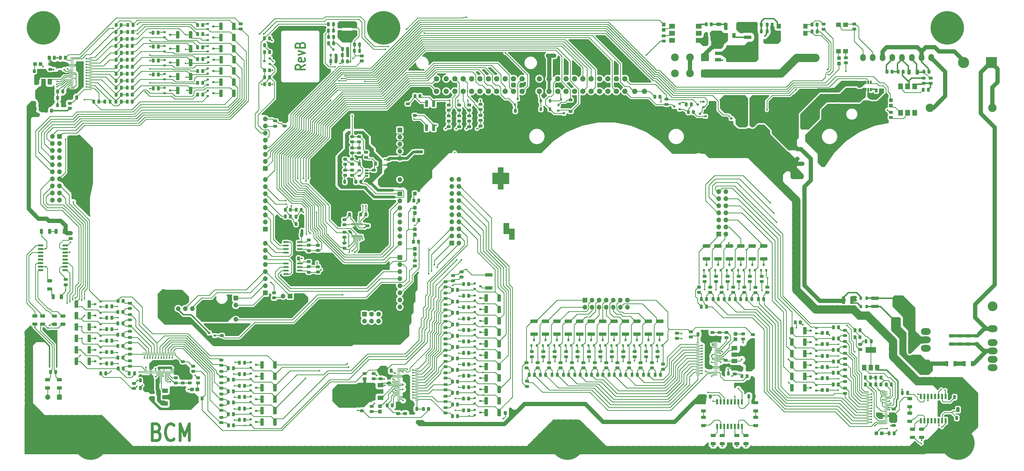
<source format=gtl>
G04 #@! TF.GenerationSoftware,KiCad,Pcbnew,(5.1.9-0-10_14)*
G04 #@! TF.CreationDate,2021-05-29T21:56:34-04:00*
G04 #@! TF.ProjectId,LiBCM,4c694243-4d2e-46b6-9963-61645f706362,A*
G04 #@! TF.SameCoordinates,Original*
G04 #@! TF.FileFunction,Copper,L1,Top*
G04 #@! TF.FilePolarity,Positive*
%FSLAX46Y46*%
G04 Gerber Fmt 4.6, Leading zero omitted, Abs format (unit mm)*
G04 Created by KiCad (PCBNEW (5.1.9-0-10_14)) date 2021-05-29 21:56:34*
%MOMM*%
%LPD*%
G01*
G04 APERTURE LIST*
G04 #@! TA.AperFunction,NonConductor*
%ADD10C,0.600000*%
G04 #@! TD*
G04 #@! TA.AperFunction,NonConductor*
%ADD11C,1.000000*%
G04 #@! TD*
G04 #@! TA.AperFunction,ComponentPad*
%ADD12O,1.700000X1.700000*%
G04 #@! TD*
G04 #@! TA.AperFunction,ComponentPad*
%ADD13R,1.700000X1.700000*%
G04 #@! TD*
G04 #@! TA.AperFunction,SMDPad,CuDef*
%ADD14R,1.550000X1.000000*%
G04 #@! TD*
G04 #@! TA.AperFunction,ComponentPad*
%ADD15O,2.000000X2.500000*%
G04 #@! TD*
G04 #@! TA.AperFunction,SMDPad,CuDef*
%ADD16R,0.650000X1.220000*%
G04 #@! TD*
G04 #@! TA.AperFunction,SMDPad,CuDef*
%ADD17R,1.500000X1.780000*%
G04 #@! TD*
G04 #@! TA.AperFunction,SMDPad,CuDef*
%ADD18R,1.780000X1.500000*%
G04 #@! TD*
G04 #@! TA.AperFunction,SMDPad,CuDef*
%ADD19R,0.640000X1.910000*%
G04 #@! TD*
G04 #@! TA.AperFunction,SMDPad,CuDef*
%ADD20R,1.910000X0.640000*%
G04 #@! TD*
G04 #@! TA.AperFunction,SMDPad,CuDef*
%ADD21R,1.220000X0.650000*%
G04 #@! TD*
G04 #@! TA.AperFunction,SMDPad,CuDef*
%ADD22R,0.305000X0.889000*%
G04 #@! TD*
G04 #@! TA.AperFunction,SMDPad,CuDef*
%ADD23R,1.250000X0.250000*%
G04 #@! TD*
G04 #@! TA.AperFunction,SMDPad,CuDef*
%ADD24R,0.250000X1.250000*%
G04 #@! TD*
G04 #@! TA.AperFunction,SMDPad,CuDef*
%ADD25R,0.900000X1.200000*%
G04 #@! TD*
G04 #@! TA.AperFunction,ComponentPad*
%ADD26C,2.750000*%
G04 #@! TD*
G04 #@! TA.AperFunction,SMDPad,CuDef*
%ADD27R,0.900000X0.800000*%
G04 #@! TD*
G04 #@! TA.AperFunction,SMDPad,CuDef*
%ADD28R,1.500000X2.000000*%
G04 #@! TD*
G04 #@! TA.AperFunction,SMDPad,CuDef*
%ADD29R,3.800000X2.000000*%
G04 #@! TD*
G04 #@! TA.AperFunction,SMDPad,CuDef*
%ADD30R,2.000000X1.500000*%
G04 #@! TD*
G04 #@! TA.AperFunction,SMDPad,CuDef*
%ADD31R,2.000000X3.800000*%
G04 #@! TD*
G04 #@! TA.AperFunction,SMDPad,CuDef*
%ADD32R,0.800000X0.900000*%
G04 #@! TD*
G04 #@! TA.AperFunction,SMDPad,CuDef*
%ADD33R,2.000000X1.780000*%
G04 #@! TD*
G04 #@! TA.AperFunction,ComponentPad*
%ADD34C,4.000000*%
G04 #@! TD*
G04 #@! TA.AperFunction,ComponentPad*
%ADD35R,4.000000X4.000000*%
G04 #@! TD*
G04 #@! TA.AperFunction,ComponentPad*
%ADD36O,3.500000X2.500000*%
G04 #@! TD*
G04 #@! TA.AperFunction,ComponentPad*
%ADD37C,3.500000*%
G04 #@! TD*
G04 #@! TA.AperFunction,SMDPad,CuDef*
%ADD38R,6.400000X5.800000*%
G04 #@! TD*
G04 #@! TA.AperFunction,SMDPad,CuDef*
%ADD39R,2.200000X1.200000*%
G04 #@! TD*
G04 #@! TA.AperFunction,SMDPad,CuDef*
%ADD40R,1.200000X0.900000*%
G04 #@! TD*
G04 #@! TA.AperFunction,ComponentPad*
%ADD41C,3.000000*%
G04 #@! TD*
G04 #@! TA.AperFunction,ComponentPad*
%ADD42C,1.850000*%
G04 #@! TD*
G04 #@! TA.AperFunction,SMDPad,CuDef*
%ADD43R,1.120000X2.440000*%
G04 #@! TD*
G04 #@! TA.AperFunction,ComponentPad*
%ADD44C,1.900000*%
G04 #@! TD*
G04 #@! TA.AperFunction,SMDPad,CuDef*
%ADD45R,1.780000X2.000000*%
G04 #@! TD*
G04 #@! TA.AperFunction,ComponentPad*
%ADD46C,12.000000*%
G04 #@! TD*
G04 #@! TA.AperFunction,ViaPad*
%ADD47C,0.600000*%
G04 #@! TD*
G04 #@! TA.AperFunction,ViaPad*
%ADD48C,1.500000*%
G04 #@! TD*
G04 #@! TA.AperFunction,Conductor*
%ADD49C,1.000000*%
G04 #@! TD*
G04 #@! TA.AperFunction,Conductor*
%ADD50C,0.500000*%
G04 #@! TD*
G04 #@! TA.AperFunction,Conductor*
%ADD51C,1.500000*%
G04 #@! TD*
G04 #@! TA.AperFunction,Conductor*
%ADD52C,0.250000*%
G04 #@! TD*
G04 #@! TA.AperFunction,Conductor*
%ADD53C,3.000000*%
G04 #@! TD*
G04 #@! TA.AperFunction,Conductor*
%ADD54C,0.100000*%
G04 #@! TD*
G04 #@! TA.AperFunction,Conductor*
%ADD55C,0.254000*%
G04 #@! TD*
G04 #@! TA.AperFunction,NonConductor*
%ADD56C,0.254000*%
G04 #@! TD*
G04 #@! TA.AperFunction,NonConductor*
%ADD57C,0.100000*%
G04 #@! TD*
G04 APERTURE END LIST*
D10*
X126583333Y-54250000D02*
X124916666Y-55250000D01*
X126583333Y-55964285D02*
X123083333Y-55964285D01*
X123083333Y-54821428D01*
X123250000Y-54535714D01*
X123416666Y-54392857D01*
X123750000Y-54250000D01*
X124250000Y-54250000D01*
X124583333Y-54392857D01*
X124750000Y-54535714D01*
X124916666Y-54821428D01*
X124916666Y-55964285D01*
X126416666Y-51821428D02*
X126583333Y-52107142D01*
X126583333Y-52678571D01*
X126416666Y-52964285D01*
X126083333Y-53107142D01*
X124750000Y-53107142D01*
X124416666Y-52964285D01*
X124250000Y-52678571D01*
X124250000Y-52107142D01*
X124416666Y-51821428D01*
X124750000Y-51678571D01*
X125083333Y-51678571D01*
X125416666Y-53107142D01*
X124250000Y-50678571D02*
X126583333Y-49964285D01*
X124250000Y-49250000D01*
X124750000Y-47107142D02*
X124916666Y-46678571D01*
X125083333Y-46535714D01*
X125416666Y-46392857D01*
X125916666Y-46392857D01*
X126250000Y-46535714D01*
X126416666Y-46678571D01*
X126583333Y-46964285D01*
X126583333Y-48107142D01*
X123083333Y-48107142D01*
X123083333Y-47107142D01*
X123250000Y-46821428D01*
X123416666Y-46678571D01*
X123750000Y-46535714D01*
X124083333Y-46535714D01*
X124416666Y-46678571D01*
X124583333Y-46821428D01*
X124750000Y-47107142D01*
X124750000Y-48107142D01*
D11*
X73449999Y-185971428D02*
X74164285Y-186257142D01*
X74402380Y-186542857D01*
X74640476Y-187114285D01*
X74640476Y-187971428D01*
X74402380Y-188542857D01*
X74164285Y-188828571D01*
X73688095Y-189114285D01*
X71783333Y-189114285D01*
X71783333Y-183114285D01*
X73449999Y-183114285D01*
X73926190Y-183400000D01*
X74164285Y-183685714D01*
X74402380Y-184257142D01*
X74402380Y-184828571D01*
X74164285Y-185400000D01*
X73926190Y-185685714D01*
X73449999Y-185971428D01*
X71783333Y-185971428D01*
X79640476Y-188542857D02*
X79402380Y-188828571D01*
X78688095Y-189114285D01*
X78211904Y-189114285D01*
X77497619Y-188828571D01*
X77021428Y-188257142D01*
X76783333Y-187685714D01*
X76545238Y-186542857D01*
X76545238Y-185685714D01*
X76783333Y-184542857D01*
X77021428Y-183971428D01*
X77497619Y-183400000D01*
X78211904Y-183114285D01*
X78688095Y-183114285D01*
X79402380Y-183400000D01*
X79640476Y-183685714D01*
X81783333Y-189114285D02*
X81783333Y-183114285D01*
X83449999Y-187400000D01*
X85116666Y-183114285D01*
X85116666Y-189114285D01*
D12*
G04 #@! TO.P,J16,20*
G04 #@! TO.N,N/C*
X181790000Y-95390000D03*
G04 #@! TO.P,J16,19*
G04 #@! TO.N,/LiBCM BMS/CELL36pos*
X179250000Y-95390000D03*
G04 #@! TO.P,J16,18*
G04 #@! TO.N,/LiBCM BMS/CELL35pos*
X181790000Y-97930000D03*
G04 #@! TO.P,J16,17*
G04 #@! TO.N,/LiBCM BMS/CELL34pos*
X179250000Y-97930000D03*
G04 #@! TO.P,J16,16*
G04 #@! TO.N,/LiBCM BMS/CELL33pos*
X181790000Y-100470000D03*
G04 #@! TO.P,J16,15*
G04 #@! TO.N,/LiBCM BMS/CELL32pos*
X179250000Y-100470000D03*
G04 #@! TO.P,J16,14*
G04 #@! TO.N,/LiBCM BMS/CELL31pos*
X181790000Y-103010000D03*
G04 #@! TO.P,J16,13*
G04 #@! TO.N,/LiBCM BMS/CELL30pos*
X179250000Y-103010000D03*
G04 #@! TO.P,J16,12*
G04 #@! TO.N,/LiBCM BMS/CELL29pos*
X181790000Y-105550000D03*
G04 #@! TO.P,J16,11*
G04 #@! TO.N,/LiBCM BMS/CELL28pos*
X179250000Y-105550000D03*
G04 #@! TO.P,J16,10*
G04 #@! TO.N,/LiBCM BMS/CELL27pos*
X181790000Y-108090000D03*
G04 #@! TO.P,J16,9*
G04 #@! TO.N,/LiBCM BMS/CELL26pos*
X179250000Y-108090000D03*
G04 #@! TO.P,J16,8*
G04 #@! TO.N,/LiBCM BMS/CELL25pos*
X181790000Y-110630000D03*
G04 #@! TO.P,J16,7*
G04 #@! TO.N,GND_ISO_C*
X179250000Y-110630000D03*
G04 #@! TO.P,J16,6*
G04 #@! TO.N,/LiBCM BMS/CELL23pos*
X181790000Y-113170000D03*
G04 #@! TO.P,J16,5*
G04 #@! TO.N,/LiBCM BMS/CELL22pos*
X179250000Y-113170000D03*
G04 #@! TO.P,J16,4*
G04 #@! TO.N,/LiBCM BMS/CELL21pos*
X181790000Y-115710000D03*
G04 #@! TO.P,J16,3*
G04 #@! TO.N,/LiBCM BMS/CELL20pos*
X179250000Y-115710000D03*
G04 #@! TO.P,J16,2*
G04 #@! TO.N,/LiBCM BMS/CELL19pos*
X181790000Y-118250000D03*
D13*
G04 #@! TO.P,J16,1*
G04 #@! TO.N,/LiBCM BMS/CELL18pos*
X179250000Y-118250000D03*
G04 #@! TD*
G04 #@! TO.P,R1,2*
G04 #@! TO.N,/LED1*
G04 #@! TA.AperFunction,SMDPad,CuDef*
G36*
G01*
X165549998Y-125900000D02*
X166450002Y-125900000D01*
G75*
G02*
X166700000Y-126149998I0J-249998D01*
G01*
X166700000Y-126675002D01*
G75*
G02*
X166450002Y-126925000I-249998J0D01*
G01*
X165549998Y-126925000D01*
G75*
G02*
X165300000Y-126675002I0J249998D01*
G01*
X165300000Y-126149998D01*
G75*
G02*
X165549998Y-125900000I249998J0D01*
G01*
G37*
G04 #@! TD.AperFunction*
G04 #@! TO.P,R1,1*
G04 #@! TO.N,/LED1R*
G04 #@! TA.AperFunction,SMDPad,CuDef*
G36*
G01*
X165549998Y-124075000D02*
X166450002Y-124075000D01*
G75*
G02*
X166700000Y-124324998I0J-249998D01*
G01*
X166700000Y-124850002D01*
G75*
G02*
X166450002Y-125100000I-249998J0D01*
G01*
X165549998Y-125100000D01*
G75*
G02*
X165300000Y-124850002I0J249998D01*
G01*
X165300000Y-124324998D01*
G75*
G02*
X165549998Y-124075000I249998J0D01*
G01*
G37*
G04 #@! TD.AperFunction*
G04 #@! TD*
D14*
G04 #@! TO.P,SW1,2*
G04 #@! TO.N,+5V*
X144375000Y-42350000D03*
X139125000Y-42350000D03*
G04 #@! TO.P,SW1,1*
G04 #@! TO.N,/FAN_PWM_G*
X139125000Y-40650000D03*
X144375000Y-40650000D03*
G04 #@! TD*
G04 #@! TO.P,R61,2*
G04 #@! TO.N,/GRID_SENSE_NOISY*
G04 #@! TA.AperFunction,SMDPad,CuDef*
G36*
G01*
X313050002Y-40200000D02*
X312149998Y-40200000D01*
G75*
G02*
X311900000Y-39950002I0J249998D01*
G01*
X311900000Y-39424998D01*
G75*
G02*
X312149998Y-39175000I249998J0D01*
G01*
X313050002Y-39175000D01*
G75*
G02*
X313300000Y-39424998I0J-249998D01*
G01*
X313300000Y-39950002D01*
G75*
G02*
X313050002Y-40200000I-249998J0D01*
G01*
G37*
G04 #@! TD.AperFunction*
G04 #@! TO.P,R61,1*
G04 #@! TO.N,+5V*
G04 #@! TA.AperFunction,SMDPad,CuDef*
G36*
G01*
X313050002Y-42025000D02*
X312149998Y-42025000D01*
G75*
G02*
X311900000Y-41775002I0J249998D01*
G01*
X311900000Y-41249998D01*
G75*
G02*
X312149998Y-41000000I249998J0D01*
G01*
X313050002Y-41000000D01*
G75*
G02*
X313300000Y-41249998I0J-249998D01*
G01*
X313300000Y-41775002D01*
G75*
G02*
X313050002Y-42025000I-249998J0D01*
G01*
G37*
G04 #@! TD.AperFunction*
G04 #@! TD*
D15*
G04 #@! TO.P,J9,1*
G04 #@! TO.N,+12V*
X297500000Y-68700000D03*
G04 #@! TO.P,J9,2*
X294000000Y-68700000D03*
G04 #@! TO.P,J9,3*
X290500000Y-68700000D03*
G04 #@! TO.P,J9,4*
X287000000Y-68700000D03*
G04 #@! TO.P,J9,5*
G04 #@! TO.N,/FAN-*
X283500000Y-68700000D03*
G04 #@! TO.P,J9,6*
X280000000Y-68700000D03*
G04 #@! TO.P,J9,7*
X276500000Y-68700000D03*
G04 #@! TO.P,J9,8*
G04 #@! TO.N,GND_ENG*
X273000000Y-68700000D03*
G04 #@! TD*
G04 #@! TO.P,C31,2*
G04 #@! TO.N,/MCM_E_CONN+*
G04 #@! TA.AperFunction,SMDPad,CuDef*
G36*
G01*
X343850000Y-56249999D02*
X343850000Y-57550001D01*
G75*
G02*
X343600001Y-57800000I-249999J0D01*
G01*
X342949999Y-57800000D01*
G75*
G02*
X342700000Y-57550001I0J249999D01*
G01*
X342700000Y-56249999D01*
G75*
G02*
X342949999Y-56000000I249999J0D01*
G01*
X343600001Y-56000000D01*
G75*
G02*
X343850000Y-56249999I0J-249999D01*
G01*
G37*
G04 #@! TD.AperFunction*
G04 #@! TO.P,C31,1*
G04 #@! TO.N,/MCM_E_CONN-*
G04 #@! TA.AperFunction,SMDPad,CuDef*
G36*
G01*
X346800000Y-56249999D02*
X346800000Y-57550001D01*
G75*
G02*
X346550001Y-57800000I-249999J0D01*
G01*
X345899999Y-57800000D01*
G75*
G02*
X345650000Y-57550001I0J249999D01*
G01*
X345650000Y-56249999D01*
G75*
G02*
X345899999Y-56000000I249999J0D01*
G01*
X346550001Y-56000000D01*
G75*
G02*
X346800000Y-56249999I0J-249999D01*
G01*
G37*
G04 #@! TD.AperFunction*
G04 #@! TD*
G04 #@! TO.P,C103,2*
G04 #@! TO.N,GND_ISO_D*
G04 #@! TA.AperFunction,SMDPad,CuDef*
G36*
G01*
X341350000Y-171525000D02*
X341350000Y-172475000D01*
G75*
G02*
X341100000Y-172725000I-250000J0D01*
G01*
X340600000Y-172725000D01*
G75*
G02*
X340350000Y-172475000I0J250000D01*
G01*
X340350000Y-171525000D01*
G75*
G02*
X340600000Y-171275000I250000J0D01*
G01*
X341100000Y-171275000D01*
G75*
G02*
X341350000Y-171525000I0J-250000D01*
G01*
G37*
G04 #@! TD.AperFunction*
G04 #@! TO.P,C103,1*
G04 #@! TO.N,/LiBCM BMS/TCENTER_D*
G04 #@! TA.AperFunction,SMDPad,CuDef*
G36*
G01*
X343250000Y-171525000D02*
X343250000Y-172475000D01*
G75*
G02*
X343000000Y-172725000I-250000J0D01*
G01*
X342500000Y-172725000D01*
G75*
G02*
X342250000Y-172475000I0J250000D01*
G01*
X342250000Y-171525000D01*
G75*
G02*
X342500000Y-171275000I250000J0D01*
G01*
X343000000Y-171275000D01*
G75*
G02*
X343250000Y-171525000I0J-250000D01*
G01*
G37*
G04 #@! TD.AperFunction*
G04 #@! TD*
G04 #@! TO.P,C119,2*
G04 #@! TO.N,/LiBCM BMS/VREF2_D*
G04 #@! TA.AperFunction,SMDPad,CuDef*
G36*
G01*
X328050000Y-166025000D02*
X328050000Y-166975000D01*
G75*
G02*
X327800000Y-167225000I-250000J0D01*
G01*
X327300000Y-167225000D01*
G75*
G02*
X327050000Y-166975000I0J250000D01*
G01*
X327050000Y-166025000D01*
G75*
G02*
X327300000Y-165775000I250000J0D01*
G01*
X327800000Y-165775000D01*
G75*
G02*
X328050000Y-166025000I0J-250000D01*
G01*
G37*
G04 #@! TD.AperFunction*
G04 #@! TO.P,C119,1*
G04 #@! TO.N,GND_ISO_D*
G04 #@! TA.AperFunction,SMDPad,CuDef*
G36*
G01*
X329950000Y-166025000D02*
X329950000Y-166975000D01*
G75*
G02*
X329700000Y-167225000I-250000J0D01*
G01*
X329200000Y-167225000D01*
G75*
G02*
X328950000Y-166975000I0J250000D01*
G01*
X328950000Y-166025000D01*
G75*
G02*
X329200000Y-165775000I250000J0D01*
G01*
X329700000Y-165775000D01*
G75*
G02*
X329950000Y-166025000I0J-250000D01*
G01*
G37*
G04 #@! TD.AperFunction*
G04 #@! TD*
G04 #@! TO.P,C40,2*
G04 #@! TO.N,/LiBCM BMS/C1_A*
G04 #@! TA.AperFunction,SMDPad,CuDef*
G36*
G01*
X59300000Y-44525000D02*
X59300000Y-45475000D01*
G75*
G02*
X59050000Y-45725000I-250000J0D01*
G01*
X58550000Y-45725000D01*
G75*
G02*
X58300000Y-45475000I0J250000D01*
G01*
X58300000Y-44525000D01*
G75*
G02*
X58550000Y-44275000I250000J0D01*
G01*
X59050000Y-44275000D01*
G75*
G02*
X59300000Y-44525000I0J-250000D01*
G01*
G37*
G04 #@! TD.AperFunction*
G04 #@! TO.P,C40,1*
G04 #@! TO.N,/LiBCM BMS/C2_A*
G04 #@! TA.AperFunction,SMDPad,CuDef*
G36*
G01*
X61200000Y-44525000D02*
X61200000Y-45475000D01*
G75*
G02*
X60950000Y-45725000I-250000J0D01*
G01*
X60450000Y-45725000D01*
G75*
G02*
X60200000Y-45475000I0J250000D01*
G01*
X60200000Y-44525000D01*
G75*
G02*
X60450000Y-44275000I250000J0D01*
G01*
X60950000Y-44275000D01*
G75*
G02*
X61200000Y-44525000I0J-250000D01*
G01*
G37*
G04 #@! TD.AperFunction*
G04 #@! TD*
G04 #@! TO.P,C26,1*
G04 #@! TO.N,+12V*
G04 #@! TA.AperFunction,SMDPad,CuDef*
G36*
G01*
X289149999Y-72925000D02*
X291350001Y-72925000D01*
G75*
G02*
X291600000Y-73174999I0J-249999D01*
G01*
X291600000Y-73825001D01*
G75*
G02*
X291350001Y-74075000I-249999J0D01*
G01*
X289149999Y-74075000D01*
G75*
G02*
X288900000Y-73825001I0J249999D01*
G01*
X288900000Y-73174999D01*
G75*
G02*
X289149999Y-72925000I249999J0D01*
G01*
G37*
G04 #@! TD.AperFunction*
G04 #@! TO.P,C26,2*
G04 #@! TO.N,GND_ENG*
G04 #@! TA.AperFunction,SMDPad,CuDef*
G36*
G01*
X289149999Y-75875000D02*
X291350001Y-75875000D01*
G75*
G02*
X291600000Y-76124999I0J-249999D01*
G01*
X291600000Y-76775001D01*
G75*
G02*
X291350001Y-77025000I-249999J0D01*
G01*
X289149999Y-77025000D01*
G75*
G02*
X288900000Y-76775001I0J249999D01*
G01*
X288900000Y-76124999D01*
G75*
G02*
X289149999Y-75875000I249999J0D01*
G01*
G37*
G04 #@! TD.AperFunction*
G04 #@! TD*
G04 #@! TO.P,C32,2*
G04 #@! TO.N,/SNUB*
G04 #@! TA.AperFunction,SMDPad,CuDef*
G36*
G01*
X279875000Y-44400001D02*
X279875000Y-43099999D01*
G75*
G02*
X280124999Y-42850000I249999J0D01*
G01*
X280775001Y-42850000D01*
G75*
G02*
X281025000Y-43099999I0J-249999D01*
G01*
X281025000Y-44400001D01*
G75*
G02*
X280775001Y-44650000I-249999J0D01*
G01*
X280124999Y-44650000D01*
G75*
G02*
X279875000Y-44400001I0J249999D01*
G01*
G37*
G04 #@! TD.AperFunction*
G04 #@! TO.P,C32,1*
G04 #@! TO.N,/L1_GRID*
G04 #@! TA.AperFunction,SMDPad,CuDef*
G36*
G01*
X276925000Y-44400001D02*
X276925000Y-43099999D01*
G75*
G02*
X277174999Y-42850000I249999J0D01*
G01*
X277825001Y-42850000D01*
G75*
G02*
X278075000Y-43099999I0J-249999D01*
G01*
X278075000Y-44400001D01*
G75*
G02*
X277825001Y-44650000I-249999J0D01*
G01*
X277174999Y-44650000D01*
G75*
G02*
X276925000Y-44400001I0J249999D01*
G01*
G37*
G04 #@! TD.AperFunction*
G04 #@! TD*
G04 #@! TO.P,C33,2*
G04 #@! TO.N,/TRIAC_SNUBBER*
G04 #@! TA.AperFunction,SMDPad,CuDef*
G36*
G01*
X275650001Y-40325000D02*
X274349999Y-40325000D01*
G75*
G02*
X274100000Y-40075001I0J249999D01*
G01*
X274100000Y-39424999D01*
G75*
G02*
X274349999Y-39175000I249999J0D01*
G01*
X275650001Y-39175000D01*
G75*
G02*
X275900000Y-39424999I0J-249999D01*
G01*
X275900000Y-40075001D01*
G75*
G02*
X275650001Y-40325000I-249999J0D01*
G01*
G37*
G04 #@! TD.AperFunction*
G04 #@! TO.P,C33,1*
G04 #@! TO.N,/L1_GRID*
G04 #@! TA.AperFunction,SMDPad,CuDef*
G36*
G01*
X275650001Y-43275000D02*
X274349999Y-43275000D01*
G75*
G02*
X274100000Y-43025001I0J249999D01*
G01*
X274100000Y-42374999D01*
G75*
G02*
X274349999Y-42125000I249999J0D01*
G01*
X275650001Y-42125000D01*
G75*
G02*
X275900000Y-42374999I0J-249999D01*
G01*
X275900000Y-43025001D01*
G75*
G02*
X275650001Y-43275000I-249999J0D01*
G01*
G37*
G04 #@! TD.AperFunction*
G04 #@! TD*
G04 #@! TO.P,C55,1*
G04 #@! TO.N,/LiBCM BMS/IM_ISO_SAFETY*
G04 #@! TA.AperFunction,SMDPad,CuDef*
G36*
G01*
X33150001Y-147900000D02*
X31849999Y-147900000D01*
G75*
G02*
X31600000Y-147650001I0J249999D01*
G01*
X31600000Y-146999999D01*
G75*
G02*
X31849999Y-146750000I249999J0D01*
G01*
X33150001Y-146750000D01*
G75*
G02*
X33400000Y-146999999I0J-249999D01*
G01*
X33400000Y-147650001D01*
G75*
G02*
X33150001Y-147900000I-249999J0D01*
G01*
G37*
G04 #@! TD.AperFunction*
G04 #@! TO.P,C55,2*
G04 #@! TO.N,/LiBCM BMS/IM_ISO_A*
G04 #@! TA.AperFunction,SMDPad,CuDef*
G36*
G01*
X33150001Y-144950000D02*
X31849999Y-144950000D01*
G75*
G02*
X31600000Y-144700001I0J249999D01*
G01*
X31600000Y-144049999D01*
G75*
G02*
X31849999Y-143800000I249999J0D01*
G01*
X33150001Y-143800000D01*
G75*
G02*
X33400000Y-144049999I0J-249999D01*
G01*
X33400000Y-144700001D01*
G75*
G02*
X33150001Y-144950000I-249999J0D01*
G01*
G37*
G04 #@! TD.AperFunction*
G04 #@! TD*
G04 #@! TO.P,C56,1*
G04 #@! TO.N,/LiBCM BMS/IP_ISO_SAFETY*
G04 #@! TA.AperFunction,SMDPad,CuDef*
G36*
G01*
X30350001Y-147900000D02*
X29049999Y-147900000D01*
G75*
G02*
X28800000Y-147650001I0J249999D01*
G01*
X28800000Y-146999999D01*
G75*
G02*
X29049999Y-146750000I249999J0D01*
G01*
X30350001Y-146750000D01*
G75*
G02*
X30600000Y-146999999I0J-249999D01*
G01*
X30600000Y-147650001D01*
G75*
G02*
X30350001Y-147900000I-249999J0D01*
G01*
G37*
G04 #@! TD.AperFunction*
G04 #@! TO.P,C56,2*
G04 #@! TO.N,/LiBCM BMS/IP_ISO_A*
G04 #@! TA.AperFunction,SMDPad,CuDef*
G36*
G01*
X30350001Y-144950000D02*
X29049999Y-144950000D01*
G75*
G02*
X28800000Y-144700001I0J249999D01*
G01*
X28800000Y-144049999D01*
G75*
G02*
X29049999Y-143800000I249999J0D01*
G01*
X30350001Y-143800000D01*
G75*
G02*
X30600000Y-144049999I0J-249999D01*
G01*
X30600000Y-144700001D01*
G75*
G02*
X30350001Y-144950000I-249999J0D01*
G01*
G37*
G04 #@! TD.AperFunction*
G04 #@! TD*
G04 #@! TO.P,C71,1*
G04 #@! TO.N,/LiBCM BMS/IP_ISO_SAFETY*
G04 #@! TA.AperFunction,SMDPad,CuDef*
G36*
G01*
X37400001Y-147950000D02*
X36099999Y-147950000D01*
G75*
G02*
X35850000Y-147700001I0J249999D01*
G01*
X35850000Y-147049999D01*
G75*
G02*
X36099999Y-146800000I249999J0D01*
G01*
X37400001Y-146800000D01*
G75*
G02*
X37650000Y-147049999I0J-249999D01*
G01*
X37650000Y-147700001D01*
G75*
G02*
X37400001Y-147950000I-249999J0D01*
G01*
G37*
G04 #@! TD.AperFunction*
G04 #@! TO.P,C71,2*
G04 #@! TO.N,/LiBCM BMS/IP_ISO_B*
G04 #@! TA.AperFunction,SMDPad,CuDef*
G36*
G01*
X37400001Y-145000000D02*
X36099999Y-145000000D01*
G75*
G02*
X35850000Y-144750001I0J249999D01*
G01*
X35850000Y-144099999D01*
G75*
G02*
X36099999Y-143850000I249999J0D01*
G01*
X37400001Y-143850000D01*
G75*
G02*
X37650000Y-144099999I0J-249999D01*
G01*
X37650000Y-144750001D01*
G75*
G02*
X37400001Y-145000000I-249999J0D01*
G01*
G37*
G04 #@! TD.AperFunction*
G04 #@! TD*
G04 #@! TO.P,C72,1*
G04 #@! TO.N,/LiBCM BMS/IM_ISO_SAFETY*
G04 #@! TA.AperFunction,SMDPad,CuDef*
G36*
G01*
X40400001Y-147950000D02*
X39099999Y-147950000D01*
G75*
G02*
X38850000Y-147700001I0J249999D01*
G01*
X38850000Y-147049999D01*
G75*
G02*
X39099999Y-146800000I249999J0D01*
G01*
X40400001Y-146800000D01*
G75*
G02*
X40650000Y-147049999I0J-249999D01*
G01*
X40650000Y-147700001D01*
G75*
G02*
X40400001Y-147950000I-249999J0D01*
G01*
G37*
G04 #@! TD.AperFunction*
G04 #@! TO.P,C72,2*
G04 #@! TO.N,/LiBCM BMS/IM_ISO_B*
G04 #@! TA.AperFunction,SMDPad,CuDef*
G36*
G01*
X40400001Y-145000000D02*
X39099999Y-145000000D01*
G75*
G02*
X38850000Y-144750001I0J249999D01*
G01*
X38850000Y-144099999D01*
G75*
G02*
X39099999Y-143850000I249999J0D01*
G01*
X40400001Y-143850000D01*
G75*
G02*
X40650000Y-144099999I0J-249999D01*
G01*
X40650000Y-144750001D01*
G75*
G02*
X40400001Y-145000000I-249999J0D01*
G01*
G37*
G04 #@! TD.AperFunction*
G04 #@! TD*
G04 #@! TO.P,C78,2*
G04 #@! TO.N,/LiBCM BMS/IP_ISO_C*
G04 #@! TA.AperFunction,SMDPad,CuDef*
G36*
G01*
X273650001Y-187850000D02*
X272349999Y-187850000D01*
G75*
G02*
X272100000Y-187600001I0J249999D01*
G01*
X272100000Y-186949999D01*
G75*
G02*
X272349999Y-186700000I249999J0D01*
G01*
X273650001Y-186700000D01*
G75*
G02*
X273900000Y-186949999I0J-249999D01*
G01*
X273900000Y-187600001D01*
G75*
G02*
X273650001Y-187850000I-249999J0D01*
G01*
G37*
G04 #@! TD.AperFunction*
G04 #@! TO.P,C78,1*
G04 #@! TO.N,/LiBCM BMS/IP_ISO_SAFETY*
G04 #@! TA.AperFunction,SMDPad,CuDef*
G36*
G01*
X273650001Y-190800000D02*
X272349999Y-190800000D01*
G75*
G02*
X272100000Y-190550001I0J249999D01*
G01*
X272100000Y-189899999D01*
G75*
G02*
X272349999Y-189650000I249999J0D01*
G01*
X273650001Y-189650000D01*
G75*
G02*
X273900000Y-189899999I0J-249999D01*
G01*
X273900000Y-190550001D01*
G75*
G02*
X273650001Y-190800000I-249999J0D01*
G01*
G37*
G04 #@! TD.AperFunction*
G04 #@! TD*
G04 #@! TO.P,C92,2*
G04 #@! TO.N,/LiBCM BMS/IM_ISO_C*
G04 #@! TA.AperFunction,SMDPad,CuDef*
G36*
G01*
X276900001Y-187850000D02*
X275599999Y-187850000D01*
G75*
G02*
X275350000Y-187600001I0J249999D01*
G01*
X275350000Y-186949999D01*
G75*
G02*
X275599999Y-186700000I249999J0D01*
G01*
X276900001Y-186700000D01*
G75*
G02*
X277150000Y-186949999I0J-249999D01*
G01*
X277150000Y-187600001D01*
G75*
G02*
X276900001Y-187850000I-249999J0D01*
G01*
G37*
G04 #@! TD.AperFunction*
G04 #@! TO.P,C92,1*
G04 #@! TO.N,/LiBCM BMS/IM_ISO_SAFETY*
G04 #@! TA.AperFunction,SMDPad,CuDef*
G36*
G01*
X276900001Y-190800000D02*
X275599999Y-190800000D01*
G75*
G02*
X275350000Y-190550001I0J249999D01*
G01*
X275350000Y-189899999D01*
G75*
G02*
X275599999Y-189650000I249999J0D01*
G01*
X276900001Y-189650000D01*
G75*
G02*
X277150000Y-189899999I0J-249999D01*
G01*
X277150000Y-190550001D01*
G75*
G02*
X276900001Y-190800000I-249999J0D01*
G01*
G37*
G04 #@! TD.AperFunction*
G04 #@! TD*
G04 #@! TO.P,C95,2*
G04 #@! TO.N,/LiBCM BMS/IP_ISO_D*
G04 #@! TA.AperFunction,SMDPad,CuDef*
G36*
G01*
X345150001Y-185600000D02*
X343849999Y-185600000D01*
G75*
G02*
X343600000Y-185350001I0J249999D01*
G01*
X343600000Y-184699999D01*
G75*
G02*
X343849999Y-184450000I249999J0D01*
G01*
X345150001Y-184450000D01*
G75*
G02*
X345400000Y-184699999I0J-249999D01*
G01*
X345400000Y-185350001D01*
G75*
G02*
X345150001Y-185600000I-249999J0D01*
G01*
G37*
G04 #@! TD.AperFunction*
G04 #@! TO.P,C95,1*
G04 #@! TO.N,/LiBCM BMS/IP_ISO_SAFETY*
G04 #@! TA.AperFunction,SMDPad,CuDef*
G36*
G01*
X345150001Y-188550000D02*
X343849999Y-188550000D01*
G75*
G02*
X343600000Y-188300001I0J249999D01*
G01*
X343600000Y-187649999D01*
G75*
G02*
X343849999Y-187400000I249999J0D01*
G01*
X345150001Y-187400000D01*
G75*
G02*
X345400000Y-187649999I0J-249999D01*
G01*
X345400000Y-188300001D01*
G75*
G02*
X345150001Y-188550000I-249999J0D01*
G01*
G37*
G04 #@! TD.AperFunction*
G04 #@! TD*
G04 #@! TO.P,C96,2*
G04 #@! TO.N,/LiBCM BMS/IM_ISO_D*
G04 #@! TA.AperFunction,SMDPad,CuDef*
G36*
G01*
X348400001Y-185600000D02*
X347099999Y-185600000D01*
G75*
G02*
X346850000Y-185350001I0J249999D01*
G01*
X346850000Y-184699999D01*
G75*
G02*
X347099999Y-184450000I249999J0D01*
G01*
X348400001Y-184450000D01*
G75*
G02*
X348650000Y-184699999I0J-249999D01*
G01*
X348650000Y-185350001D01*
G75*
G02*
X348400001Y-185600000I-249999J0D01*
G01*
G37*
G04 #@! TD.AperFunction*
G04 #@! TO.P,C96,1*
G04 #@! TO.N,/LiBCM BMS/IM_ISO_SAFETY*
G04 #@! TA.AperFunction,SMDPad,CuDef*
G36*
G01*
X348400001Y-188550000D02*
X347099999Y-188550000D01*
G75*
G02*
X346850000Y-188300001I0J249999D01*
G01*
X346850000Y-187649999D01*
G75*
G02*
X347099999Y-187400000I249999J0D01*
G01*
X348400001Y-187400000D01*
G75*
G02*
X348650000Y-187649999I0J-249999D01*
G01*
X348650000Y-188300001D01*
G75*
G02*
X348400001Y-188550000I-249999J0D01*
G01*
G37*
G04 #@! TD.AperFunction*
G04 #@! TD*
G04 #@! TO.P,C101,2*
G04 #@! TO.N,/LiBCM BMS/IP_ISO_EXT*
G04 #@! TA.AperFunction,SMDPad,CuDef*
G36*
G01*
X33599999Y-169650000D02*
X34900001Y-169650000D01*
G75*
G02*
X35150000Y-169899999I0J-249999D01*
G01*
X35150000Y-170550001D01*
G75*
G02*
X34900001Y-170800000I-249999J0D01*
G01*
X33599999Y-170800000D01*
G75*
G02*
X33350000Y-170550001I0J249999D01*
G01*
X33350000Y-169899999D01*
G75*
G02*
X33599999Y-169650000I249999J0D01*
G01*
G37*
G04 #@! TD.AperFunction*
G04 #@! TO.P,C101,1*
G04 #@! TO.N,/LiBCM BMS/IP_ISO_SAFETY*
G04 #@! TA.AperFunction,SMDPad,CuDef*
G36*
G01*
X33599999Y-166700000D02*
X34900001Y-166700000D01*
G75*
G02*
X35150000Y-166949999I0J-249999D01*
G01*
X35150000Y-167600001D01*
G75*
G02*
X34900001Y-167850000I-249999J0D01*
G01*
X33599999Y-167850000D01*
G75*
G02*
X33350000Y-167600001I0J249999D01*
G01*
X33350000Y-166949999D01*
G75*
G02*
X33599999Y-166700000I249999J0D01*
G01*
G37*
G04 #@! TD.AperFunction*
G04 #@! TD*
G04 #@! TO.P,C102,2*
G04 #@! TO.N,/LiBCM BMS/IM_ISO_EXT*
G04 #@! TA.AperFunction,SMDPad,CuDef*
G36*
G01*
X37849999Y-169650000D02*
X39150001Y-169650000D01*
G75*
G02*
X39400000Y-169899999I0J-249999D01*
G01*
X39400000Y-170550001D01*
G75*
G02*
X39150001Y-170800000I-249999J0D01*
G01*
X37849999Y-170800000D01*
G75*
G02*
X37600000Y-170550001I0J249999D01*
G01*
X37600000Y-169899999D01*
G75*
G02*
X37849999Y-169650000I249999J0D01*
G01*
G37*
G04 #@! TD.AperFunction*
G04 #@! TO.P,C102,1*
G04 #@! TO.N,/LiBCM BMS/IM_ISO_SAFETY*
G04 #@! TA.AperFunction,SMDPad,CuDef*
G36*
G01*
X37849999Y-166700000D02*
X39150001Y-166700000D01*
G75*
G02*
X39400000Y-166949999I0J-249999D01*
G01*
X39400000Y-167600001D01*
G75*
G02*
X39150001Y-167850000I-249999J0D01*
G01*
X37849999Y-167850000D01*
G75*
G02*
X37600000Y-167600001I0J249999D01*
G01*
X37600000Y-166949999D01*
G75*
G02*
X37849999Y-166700000I249999J0D01*
G01*
G37*
G04 #@! TD.AperFunction*
G04 #@! TD*
G04 #@! TO.P,R68,2*
G04 #@! TO.N,/TRIAC_DRIVE*
G04 #@! TA.AperFunction,SMDPad,CuDef*
G36*
G01*
X271012500Y-39299998D02*
X271012500Y-40200002D01*
G75*
G02*
X270762502Y-40450000I-249998J0D01*
G01*
X270237498Y-40450000D01*
G75*
G02*
X269987500Y-40200002I0J249998D01*
G01*
X269987500Y-39299998D01*
G75*
G02*
X270237498Y-39050000I249998J0D01*
G01*
X270762502Y-39050000D01*
G75*
G02*
X271012500Y-39299998I0J-249998D01*
G01*
G37*
G04 #@! TD.AperFunction*
G04 #@! TO.P,R68,1*
G04 #@! TO.N,/TRIAC_SNUBBER*
G04 #@! TA.AperFunction,SMDPad,CuDef*
G36*
G01*
X272837500Y-39299998D02*
X272837500Y-40200002D01*
G75*
G02*
X272587502Y-40450000I-249998J0D01*
G01*
X272062498Y-40450000D01*
G75*
G02*
X271812500Y-40200002I0J249998D01*
G01*
X271812500Y-39299998D01*
G75*
G02*
X272062498Y-39050000I249998J0D01*
G01*
X272587502Y-39050000D01*
G75*
G02*
X272837500Y-39299998I0J-249998D01*
G01*
G37*
G04 #@! TD.AperFunction*
G04 #@! TD*
G04 #@! TO.P,R69,2*
G04 #@! TO.N,/MCM_E_CONN+*
G04 #@! TA.AperFunction,SMDPad,CuDef*
G36*
G01*
X336650000Y-57200002D02*
X336650000Y-56299998D01*
G75*
G02*
X336899998Y-56050000I249998J0D01*
G01*
X337425002Y-56050000D01*
G75*
G02*
X337675000Y-56299998I0J-249998D01*
G01*
X337675000Y-57200002D01*
G75*
G02*
X337425002Y-57450000I-249998J0D01*
G01*
X336899998Y-57450000D01*
G75*
G02*
X336650000Y-57200002I0J249998D01*
G01*
G37*
G04 #@! TD.AperFunction*
G04 #@! TO.P,R69,1*
G04 #@! TO.N,HVDC_POS_FUSED*
G04 #@! TA.AperFunction,SMDPad,CuDef*
G36*
G01*
X334825000Y-57200002D02*
X334825000Y-56299998D01*
G75*
G02*
X335074998Y-56050000I249998J0D01*
G01*
X335600002Y-56050000D01*
G75*
G02*
X335850000Y-56299998I0J-249998D01*
G01*
X335850000Y-57200002D01*
G75*
G02*
X335600002Y-57450000I-249998J0D01*
G01*
X335074998Y-57450000D01*
G75*
G02*
X334825000Y-57200002I0J249998D01*
G01*
G37*
G04 #@! TD.AperFunction*
G04 #@! TD*
G04 #@! TO.P,R70,2*
G04 #@! TO.N,/MCM_E_CONN+*
G04 #@! TA.AperFunction,SMDPad,CuDef*
G36*
G01*
X339850000Y-56299998D02*
X339850000Y-57200002D01*
G75*
G02*
X339600002Y-57450000I-249998J0D01*
G01*
X339074998Y-57450000D01*
G75*
G02*
X338825000Y-57200002I0J249998D01*
G01*
X338825000Y-56299998D01*
G75*
G02*
X339074998Y-56050000I249998J0D01*
G01*
X339600002Y-56050000D01*
G75*
G02*
X339850000Y-56299998I0J-249998D01*
G01*
G37*
G04 #@! TD.AperFunction*
G04 #@! TO.P,R70,1*
G04 #@! TO.N,/MCM_E_C*
G04 #@! TA.AperFunction,SMDPad,CuDef*
G36*
G01*
X341675000Y-56299998D02*
X341675000Y-57200002D01*
G75*
G02*
X341425002Y-57450000I-249998J0D01*
G01*
X340899998Y-57450000D01*
G75*
G02*
X340650000Y-57200002I0J249998D01*
G01*
X340650000Y-56299998D01*
G75*
G02*
X340899998Y-56050000I249998J0D01*
G01*
X341425002Y-56050000D01*
G75*
G02*
X341675000Y-56299998I0J-249998D01*
G01*
G37*
G04 #@! TD.AperFunction*
G04 #@! TD*
G04 #@! TO.P,R71,2*
G04 #@! TO.N,/MCM_E_E*
G04 #@! TA.AperFunction,SMDPad,CuDef*
G36*
G01*
X350549998Y-60400000D02*
X351450002Y-60400000D01*
G75*
G02*
X351700000Y-60649998I0J-249998D01*
G01*
X351700000Y-61175002D01*
G75*
G02*
X351450002Y-61425000I-249998J0D01*
G01*
X350549998Y-61425000D01*
G75*
G02*
X350300000Y-61175002I0J249998D01*
G01*
X350300000Y-60649998D01*
G75*
G02*
X350549998Y-60400000I249998J0D01*
G01*
G37*
G04 #@! TD.AperFunction*
G04 #@! TO.P,R71,1*
G04 #@! TO.N,/MCM_E_CONN-*
G04 #@! TA.AperFunction,SMDPad,CuDef*
G36*
G01*
X350549998Y-58575000D02*
X351450002Y-58575000D01*
G75*
G02*
X351700000Y-58824998I0J-249998D01*
G01*
X351700000Y-59350002D01*
G75*
G02*
X351450002Y-59600000I-249998J0D01*
G01*
X350549998Y-59600000D01*
G75*
G02*
X350300000Y-59350002I0J249998D01*
G01*
X350300000Y-58824998D01*
G75*
G02*
X350549998Y-58575000I249998J0D01*
G01*
G37*
G04 #@! TD.AperFunction*
G04 #@! TD*
G04 #@! TO.P,R72,2*
G04 #@! TO.N,HVDC_NEG*
G04 #@! TA.AperFunction,SMDPad,CuDef*
G36*
G01*
X349900000Y-57200002D02*
X349900000Y-56299998D01*
G75*
G02*
X350149998Y-56050000I249998J0D01*
G01*
X350675002Y-56050000D01*
G75*
G02*
X350925000Y-56299998I0J-249998D01*
G01*
X350925000Y-57200002D01*
G75*
G02*
X350675002Y-57450000I-249998J0D01*
G01*
X350149998Y-57450000D01*
G75*
G02*
X349900000Y-57200002I0J249998D01*
G01*
G37*
G04 #@! TD.AperFunction*
G04 #@! TO.P,R72,1*
G04 #@! TO.N,/MCM_E_CONN-*
G04 #@! TA.AperFunction,SMDPad,CuDef*
G36*
G01*
X348075000Y-57200002D02*
X348075000Y-56299998D01*
G75*
G02*
X348324998Y-56050000I249998J0D01*
G01*
X348850002Y-56050000D01*
G75*
G02*
X349100000Y-56299998I0J-249998D01*
G01*
X349100000Y-57200002D01*
G75*
G02*
X348850002Y-57450000I-249998J0D01*
G01*
X348324998Y-57450000D01*
G75*
G02*
X348075000Y-57200002I0J249998D01*
G01*
G37*
G04 #@! TD.AperFunction*
G04 #@! TD*
G04 #@! TO.P,R74,2*
G04 #@! TO.N,/GRID_SENSE_L1*
G04 #@! TA.AperFunction,SMDPad,CuDef*
G36*
G01*
X289762500Y-42750002D02*
X289762500Y-41849998D01*
G75*
G02*
X290012498Y-41600000I249998J0D01*
G01*
X290537502Y-41600000D01*
G75*
G02*
X290787500Y-41849998I0J-249998D01*
G01*
X290787500Y-42750002D01*
G75*
G02*
X290537502Y-43000000I-249998J0D01*
G01*
X290012498Y-43000000D01*
G75*
G02*
X289762500Y-42750002I0J249998D01*
G01*
G37*
G04 #@! TD.AperFunction*
G04 #@! TO.P,R74,1*
G04 #@! TO.N,/L1_FUSED*
G04 #@! TA.AperFunction,SMDPad,CuDef*
G36*
G01*
X287937500Y-42750002D02*
X287937500Y-41849998D01*
G75*
G02*
X288187498Y-41600000I249998J0D01*
G01*
X288712502Y-41600000D01*
G75*
G02*
X288962500Y-41849998I0J-249998D01*
G01*
X288962500Y-42750002D01*
G75*
G02*
X288712502Y-43000000I-249998J0D01*
G01*
X288187498Y-43000000D01*
G75*
G02*
X287937500Y-42750002I0J249998D01*
G01*
G37*
G04 #@! TD.AperFunction*
G04 #@! TD*
G04 #@! TO.P,R75,2*
G04 #@! TO.N,/GRID_SENSE_L1*
G04 #@! TA.AperFunction,SMDPad,CuDef*
G36*
G01*
X289750000Y-40350002D02*
X289750000Y-39449998D01*
G75*
G02*
X289999998Y-39200000I249998J0D01*
G01*
X290525002Y-39200000D01*
G75*
G02*
X290775000Y-39449998I0J-249998D01*
G01*
X290775000Y-40350002D01*
G75*
G02*
X290525002Y-40600000I-249998J0D01*
G01*
X289999998Y-40600000D01*
G75*
G02*
X289750000Y-40350002I0J249998D01*
G01*
G37*
G04 #@! TD.AperFunction*
G04 #@! TO.P,R75,1*
G04 #@! TO.N,/L1_FUSED*
G04 #@! TA.AperFunction,SMDPad,CuDef*
G36*
G01*
X287925000Y-40350002D02*
X287925000Y-39449998D01*
G75*
G02*
X288174998Y-39200000I249998J0D01*
G01*
X288700002Y-39200000D01*
G75*
G02*
X288950000Y-39449998I0J-249998D01*
G01*
X288950000Y-40350002D01*
G75*
G02*
X288700002Y-40600000I-249998J0D01*
G01*
X288174998Y-40600000D01*
G75*
G02*
X287925000Y-40350002I0J249998D01*
G01*
G37*
G04 #@! TD.AperFunction*
G04 #@! TD*
G04 #@! TO.P,R77,2*
G04 #@! TO.N,/GRID_SENSE_L2*
G04 #@! TA.AperFunction,SMDPad,CuDef*
G36*
G01*
X293650000Y-40300002D02*
X293650000Y-39399998D01*
G75*
G02*
X293899998Y-39150000I249998J0D01*
G01*
X294425002Y-39150000D01*
G75*
G02*
X294675000Y-39399998I0J-249998D01*
G01*
X294675000Y-40300002D01*
G75*
G02*
X294425002Y-40550000I-249998J0D01*
G01*
X293899998Y-40550000D01*
G75*
G02*
X293650000Y-40300002I0J249998D01*
G01*
G37*
G04 #@! TD.AperFunction*
G04 #@! TO.P,R77,1*
G04 #@! TO.N,/L2*
G04 #@! TA.AperFunction,SMDPad,CuDef*
G36*
G01*
X291825000Y-40300002D02*
X291825000Y-39399998D01*
G75*
G02*
X292074998Y-39150000I249998J0D01*
G01*
X292600002Y-39150000D01*
G75*
G02*
X292850000Y-39399998I0J-249998D01*
G01*
X292850000Y-40300002D01*
G75*
G02*
X292600002Y-40550000I-249998J0D01*
G01*
X292074998Y-40550000D01*
G75*
G02*
X291825000Y-40300002I0J249998D01*
G01*
G37*
G04 #@! TD.AperFunction*
G04 #@! TD*
G04 #@! TO.P,R78,2*
G04 #@! TO.N,/TRIAC_GATE*
G04 #@! TA.AperFunction,SMDPad,CuDef*
G36*
G01*
X271012500Y-42799998D02*
X271012500Y-43700002D01*
G75*
G02*
X270762502Y-43950000I-249998J0D01*
G01*
X270237498Y-43950000D01*
G75*
G02*
X269987500Y-43700002I0J249998D01*
G01*
X269987500Y-42799998D01*
G75*
G02*
X270237498Y-42550000I249998J0D01*
G01*
X270762502Y-42550000D01*
G75*
G02*
X271012500Y-42799998I0J-249998D01*
G01*
G37*
G04 #@! TD.AperFunction*
G04 #@! TO.P,R78,1*
G04 #@! TO.N,/L1_GRID*
G04 #@! TA.AperFunction,SMDPad,CuDef*
G36*
G01*
X272837500Y-42799998D02*
X272837500Y-43700002D01*
G75*
G02*
X272587502Y-43950000I-249998J0D01*
G01*
X272062498Y-43950000D01*
G75*
G02*
X271812500Y-43700002I0J249998D01*
G01*
X271812500Y-42799998D01*
G75*
G02*
X272062498Y-42550000I249998J0D01*
G01*
X272587502Y-42550000D01*
G75*
G02*
X272837500Y-42799998I0J-249998D01*
G01*
G37*
G04 #@! TD.AperFunction*
G04 #@! TD*
G04 #@! TO.P,R79,2*
G04 #@! TO.N,/GRID_SENSE_L2*
G04 #@! TA.AperFunction,SMDPad,CuDef*
G36*
G01*
X293650000Y-42750002D02*
X293650000Y-41849998D01*
G75*
G02*
X293899998Y-41600000I249998J0D01*
G01*
X294425002Y-41600000D01*
G75*
G02*
X294675000Y-41849998I0J-249998D01*
G01*
X294675000Y-42750002D01*
G75*
G02*
X294425002Y-43000000I-249998J0D01*
G01*
X293899998Y-43000000D01*
G75*
G02*
X293650000Y-42750002I0J249998D01*
G01*
G37*
G04 #@! TD.AperFunction*
G04 #@! TO.P,R79,1*
G04 #@! TO.N,/L2*
G04 #@! TA.AperFunction,SMDPad,CuDef*
G36*
G01*
X291825000Y-42750002D02*
X291825000Y-41849998D01*
G75*
G02*
X292074998Y-41600000I249998J0D01*
G01*
X292600002Y-41600000D01*
G75*
G02*
X292850000Y-41849998I0J-249998D01*
G01*
X292850000Y-42750002D01*
G75*
G02*
X292600002Y-43000000I-249998J0D01*
G01*
X292074998Y-43000000D01*
G75*
G02*
X291825000Y-42750002I0J249998D01*
G01*
G37*
G04 #@! TD.AperFunction*
G04 #@! TD*
G04 #@! TO.P,R80,2*
G04 #@! TO.N,/GRID_PWM-*
G04 #@! TA.AperFunction,SMDPad,CuDef*
G36*
G01*
X324050002Y-40150000D02*
X323149998Y-40150000D01*
G75*
G02*
X322900000Y-39900002I0J249998D01*
G01*
X322900000Y-39374998D01*
G75*
G02*
X323149998Y-39125000I249998J0D01*
G01*
X324050002Y-39125000D01*
G75*
G02*
X324300000Y-39374998I0J-249998D01*
G01*
X324300000Y-39900002D01*
G75*
G02*
X324050002Y-40150000I-249998J0D01*
G01*
G37*
G04 #@! TD.AperFunction*
G04 #@! TO.P,R80,1*
G04 #@! TO.N,/GRID_PWM+*
G04 #@! TA.AperFunction,SMDPad,CuDef*
G36*
G01*
X324050002Y-41975000D02*
X323149998Y-41975000D01*
G75*
G02*
X322900000Y-41725002I0J249998D01*
G01*
X322900000Y-41199998D01*
G75*
G02*
X323149998Y-40950000I249998J0D01*
G01*
X324050002Y-40950000D01*
G75*
G02*
X324300000Y-41199998I0J-249998D01*
G01*
X324300000Y-41725002D01*
G75*
G02*
X324050002Y-41975000I-249998J0D01*
G01*
G37*
G04 #@! TD.AperFunction*
G04 #@! TD*
G04 #@! TO.P,R83,2*
G04 #@! TO.N,/LiBCM BMS/C11pos*
G04 #@! TA.AperFunction,SMDPad,CuDef*
G36*
G01*
X100450000Y-65575001D02*
X100450000Y-63424999D01*
G75*
G02*
X100699999Y-63175000I249999J0D01*
G01*
X101425001Y-63175000D01*
G75*
G02*
X101675000Y-63424999I0J-249999D01*
G01*
X101675000Y-65575001D01*
G75*
G02*
X101425001Y-65825000I-249999J0D01*
G01*
X100699999Y-65825000D01*
G75*
G02*
X100450000Y-65575001I0J249999D01*
G01*
G37*
G04 #@! TD.AperFunction*
G04 #@! TO.P,R83,1*
G04 #@! TO.N,/LiBCM BMS/QC12_A*
G04 #@! TA.AperFunction,SMDPad,CuDef*
G36*
G01*
X95825000Y-65575001D02*
X95825000Y-63424999D01*
G75*
G02*
X96074999Y-63175000I249999J0D01*
G01*
X96800001Y-63175000D01*
G75*
G02*
X97050000Y-63424999I0J-249999D01*
G01*
X97050000Y-65575001D01*
G75*
G02*
X96800001Y-65825000I-249999J0D01*
G01*
X96074999Y-65825000D01*
G75*
G02*
X95825000Y-65575001I0J249999D01*
G01*
G37*
G04 #@! TD.AperFunction*
G04 #@! TD*
G04 #@! TO.P,R84,2*
G04 #@! TO.N,/LiBCM BMS/C10pos*
G04 #@! TA.AperFunction,SMDPad,CuDef*
G36*
G01*
X84950000Y-64575001D02*
X84950000Y-62424999D01*
G75*
G02*
X85199999Y-62175000I249999J0D01*
G01*
X85925001Y-62175000D01*
G75*
G02*
X86175000Y-62424999I0J-249999D01*
G01*
X86175000Y-64575001D01*
G75*
G02*
X85925001Y-64825000I-249999J0D01*
G01*
X85199999Y-64825000D01*
G75*
G02*
X84950000Y-64575001I0J249999D01*
G01*
G37*
G04 #@! TD.AperFunction*
G04 #@! TO.P,R84,1*
G04 #@! TO.N,/LiBCM BMS/QC11_A*
G04 #@! TA.AperFunction,SMDPad,CuDef*
G36*
G01*
X80325000Y-64575001D02*
X80325000Y-62424999D01*
G75*
G02*
X80574999Y-62175000I249999J0D01*
G01*
X81300001Y-62175000D01*
G75*
G02*
X81550000Y-62424999I0J-249999D01*
G01*
X81550000Y-64575001D01*
G75*
G02*
X81300001Y-64825000I-249999J0D01*
G01*
X80574999Y-64825000D01*
G75*
G02*
X80325000Y-64575001I0J249999D01*
G01*
G37*
G04 #@! TD.AperFunction*
G04 #@! TD*
G04 #@! TO.P,R85,2*
G04 #@! TO.N,/LiBCM BMS/CELL9pos*
G04 #@! TA.AperFunction,SMDPad,CuDef*
G36*
G01*
X100450000Y-61575001D02*
X100450000Y-59424999D01*
G75*
G02*
X100699999Y-59175000I249999J0D01*
G01*
X101425001Y-59175000D01*
G75*
G02*
X101675000Y-59424999I0J-249999D01*
G01*
X101675000Y-61575001D01*
G75*
G02*
X101425001Y-61825000I-249999J0D01*
G01*
X100699999Y-61825000D01*
G75*
G02*
X100450000Y-61575001I0J249999D01*
G01*
G37*
G04 #@! TD.AperFunction*
G04 #@! TO.P,R85,1*
G04 #@! TO.N,/LiBCM BMS/QC10_A*
G04 #@! TA.AperFunction,SMDPad,CuDef*
G36*
G01*
X95825000Y-61575001D02*
X95825000Y-59424999D01*
G75*
G02*
X96074999Y-59175000I249999J0D01*
G01*
X96800001Y-59175000D01*
G75*
G02*
X97050000Y-59424999I0J-249999D01*
G01*
X97050000Y-61575001D01*
G75*
G02*
X96800001Y-61825000I-249999J0D01*
G01*
X96074999Y-61825000D01*
G75*
G02*
X95825000Y-61575001I0J249999D01*
G01*
G37*
G04 #@! TD.AperFunction*
G04 #@! TD*
G04 #@! TO.P,R86,2*
G04 #@! TO.N,/LiBCM BMS/CELL8pos*
G04 #@! TA.AperFunction,SMDPad,CuDef*
G36*
G01*
X84950000Y-59575001D02*
X84950000Y-57424999D01*
G75*
G02*
X85199999Y-57175000I249999J0D01*
G01*
X85925001Y-57175000D01*
G75*
G02*
X86175000Y-57424999I0J-249999D01*
G01*
X86175000Y-59575001D01*
G75*
G02*
X85925001Y-59825000I-249999J0D01*
G01*
X85199999Y-59825000D01*
G75*
G02*
X84950000Y-59575001I0J249999D01*
G01*
G37*
G04 #@! TD.AperFunction*
G04 #@! TO.P,R86,1*
G04 #@! TO.N,/LiBCM BMS/QC9_A*
G04 #@! TA.AperFunction,SMDPad,CuDef*
G36*
G01*
X80325000Y-59575001D02*
X80325000Y-57424999D01*
G75*
G02*
X80574999Y-57175000I249999J0D01*
G01*
X81300001Y-57175000D01*
G75*
G02*
X81550000Y-57424999I0J-249999D01*
G01*
X81550000Y-59575001D01*
G75*
G02*
X81300001Y-59825000I-249999J0D01*
G01*
X80574999Y-59825000D01*
G75*
G02*
X80325000Y-59575001I0J249999D01*
G01*
G37*
G04 #@! TD.AperFunction*
G04 #@! TD*
G04 #@! TO.P,R87,2*
G04 #@! TO.N,/LiBCM BMS/CELL7pos*
G04 #@! TA.AperFunction,SMDPad,CuDef*
G36*
G01*
X100450000Y-57575001D02*
X100450000Y-55424999D01*
G75*
G02*
X100699999Y-55175000I249999J0D01*
G01*
X101425001Y-55175000D01*
G75*
G02*
X101675000Y-55424999I0J-249999D01*
G01*
X101675000Y-57575001D01*
G75*
G02*
X101425001Y-57825000I-249999J0D01*
G01*
X100699999Y-57825000D01*
G75*
G02*
X100450000Y-57575001I0J249999D01*
G01*
G37*
G04 #@! TD.AperFunction*
G04 #@! TO.P,R87,1*
G04 #@! TO.N,/LiBCM BMS/QC8_A*
G04 #@! TA.AperFunction,SMDPad,CuDef*
G36*
G01*
X95825000Y-57575001D02*
X95825000Y-55424999D01*
G75*
G02*
X96074999Y-55175000I249999J0D01*
G01*
X96800001Y-55175000D01*
G75*
G02*
X97050000Y-55424999I0J-249999D01*
G01*
X97050000Y-57575001D01*
G75*
G02*
X96800001Y-57825000I-249999J0D01*
G01*
X96074999Y-57825000D01*
G75*
G02*
X95825000Y-57575001I0J249999D01*
G01*
G37*
G04 #@! TD.AperFunction*
G04 #@! TD*
G04 #@! TO.P,R88,2*
G04 #@! TO.N,/LiBCM BMS/CELL6pos*
G04 #@! TA.AperFunction,SMDPad,CuDef*
G36*
G01*
X84950000Y-54575001D02*
X84950000Y-52424999D01*
G75*
G02*
X85199999Y-52175000I249999J0D01*
G01*
X85925001Y-52175000D01*
G75*
G02*
X86175000Y-52424999I0J-249999D01*
G01*
X86175000Y-54575001D01*
G75*
G02*
X85925001Y-54825000I-249999J0D01*
G01*
X85199999Y-54825000D01*
G75*
G02*
X84950000Y-54575001I0J249999D01*
G01*
G37*
G04 #@! TD.AperFunction*
G04 #@! TO.P,R88,1*
G04 #@! TO.N,/LiBCM BMS/QC7_A*
G04 #@! TA.AperFunction,SMDPad,CuDef*
G36*
G01*
X80325000Y-54575001D02*
X80325000Y-52424999D01*
G75*
G02*
X80574999Y-52175000I249999J0D01*
G01*
X81300001Y-52175000D01*
G75*
G02*
X81550000Y-52424999I0J-249999D01*
G01*
X81550000Y-54575001D01*
G75*
G02*
X81300001Y-54825000I-249999J0D01*
G01*
X80574999Y-54825000D01*
G75*
G02*
X80325000Y-54575001I0J249999D01*
G01*
G37*
G04 #@! TD.AperFunction*
G04 #@! TD*
G04 #@! TO.P,R89,2*
G04 #@! TO.N,/LiBCM BMS/CELL5pos*
G04 #@! TA.AperFunction,SMDPad,CuDef*
G36*
G01*
X100550000Y-53525001D02*
X100550000Y-51374999D01*
G75*
G02*
X100799999Y-51125000I249999J0D01*
G01*
X101525001Y-51125000D01*
G75*
G02*
X101775000Y-51374999I0J-249999D01*
G01*
X101775000Y-53525001D01*
G75*
G02*
X101525001Y-53775000I-249999J0D01*
G01*
X100799999Y-53775000D01*
G75*
G02*
X100550000Y-53525001I0J249999D01*
G01*
G37*
G04 #@! TD.AperFunction*
G04 #@! TO.P,R89,1*
G04 #@! TO.N,/LiBCM BMS/QC6_A*
G04 #@! TA.AperFunction,SMDPad,CuDef*
G36*
G01*
X95925000Y-53525001D02*
X95925000Y-51374999D01*
G75*
G02*
X96174999Y-51125000I249999J0D01*
G01*
X96900001Y-51125000D01*
G75*
G02*
X97150000Y-51374999I0J-249999D01*
G01*
X97150000Y-53525001D01*
G75*
G02*
X96900001Y-53775000I-249999J0D01*
G01*
X96174999Y-53775000D01*
G75*
G02*
X95925000Y-53525001I0J249999D01*
G01*
G37*
G04 #@! TD.AperFunction*
G04 #@! TD*
G04 #@! TO.P,R90,2*
G04 #@! TO.N,/LiBCM BMS/CELL4pos*
G04 #@! TA.AperFunction,SMDPad,CuDef*
G36*
G01*
X84950000Y-49575001D02*
X84950000Y-47424999D01*
G75*
G02*
X85199999Y-47175000I249999J0D01*
G01*
X85925001Y-47175000D01*
G75*
G02*
X86175000Y-47424999I0J-249999D01*
G01*
X86175000Y-49575001D01*
G75*
G02*
X85925001Y-49825000I-249999J0D01*
G01*
X85199999Y-49825000D01*
G75*
G02*
X84950000Y-49575001I0J249999D01*
G01*
G37*
G04 #@! TD.AperFunction*
G04 #@! TO.P,R90,1*
G04 #@! TO.N,/LiBCM BMS/QC5_A*
G04 #@! TA.AperFunction,SMDPad,CuDef*
G36*
G01*
X80325000Y-49575001D02*
X80325000Y-47424999D01*
G75*
G02*
X80574999Y-47175000I249999J0D01*
G01*
X81300001Y-47175000D01*
G75*
G02*
X81550000Y-47424999I0J-249999D01*
G01*
X81550000Y-49575001D01*
G75*
G02*
X81300001Y-49825000I-249999J0D01*
G01*
X80574999Y-49825000D01*
G75*
G02*
X80325000Y-49575001I0J249999D01*
G01*
G37*
G04 #@! TD.AperFunction*
G04 #@! TD*
G04 #@! TO.P,R91,2*
G04 #@! TO.N,/LiBCM BMS/CELL3pos*
G04 #@! TA.AperFunction,SMDPad,CuDef*
G36*
G01*
X100450000Y-49575001D02*
X100450000Y-47424999D01*
G75*
G02*
X100699999Y-47175000I249999J0D01*
G01*
X101425001Y-47175000D01*
G75*
G02*
X101675000Y-47424999I0J-249999D01*
G01*
X101675000Y-49575001D01*
G75*
G02*
X101425001Y-49825000I-249999J0D01*
G01*
X100699999Y-49825000D01*
G75*
G02*
X100450000Y-49575001I0J249999D01*
G01*
G37*
G04 #@! TD.AperFunction*
G04 #@! TO.P,R91,1*
G04 #@! TO.N,/LiBCM BMS/QC4_A*
G04 #@! TA.AperFunction,SMDPad,CuDef*
G36*
G01*
X95825000Y-49575001D02*
X95825000Y-47424999D01*
G75*
G02*
X96074999Y-47175000I249999J0D01*
G01*
X96800001Y-47175000D01*
G75*
G02*
X97050000Y-47424999I0J-249999D01*
G01*
X97050000Y-49575001D01*
G75*
G02*
X96800001Y-49825000I-249999J0D01*
G01*
X96074999Y-49825000D01*
G75*
G02*
X95825000Y-49575001I0J249999D01*
G01*
G37*
G04 #@! TD.AperFunction*
G04 #@! TD*
G04 #@! TO.P,R92,2*
G04 #@! TO.N,/LiBCM BMS/CELL2pos*
G04 #@! TA.AperFunction,SMDPad,CuDef*
G36*
G01*
X84950000Y-44575001D02*
X84950000Y-42424999D01*
G75*
G02*
X85199999Y-42175000I249999J0D01*
G01*
X85925001Y-42175000D01*
G75*
G02*
X86175000Y-42424999I0J-249999D01*
G01*
X86175000Y-44575001D01*
G75*
G02*
X85925001Y-44825000I-249999J0D01*
G01*
X85199999Y-44825000D01*
G75*
G02*
X84950000Y-44575001I0J249999D01*
G01*
G37*
G04 #@! TD.AperFunction*
G04 #@! TO.P,R92,1*
G04 #@! TO.N,/LiBCM BMS/QC3_A*
G04 #@! TA.AperFunction,SMDPad,CuDef*
G36*
G01*
X80325000Y-44575001D02*
X80325000Y-42424999D01*
G75*
G02*
X80574999Y-42175000I249999J0D01*
G01*
X81300001Y-42175000D01*
G75*
G02*
X81550000Y-42424999I0J-249999D01*
G01*
X81550000Y-44575001D01*
G75*
G02*
X81300001Y-44825000I-249999J0D01*
G01*
X80574999Y-44825000D01*
G75*
G02*
X80325000Y-44575001I0J249999D01*
G01*
G37*
G04 #@! TD.AperFunction*
G04 #@! TD*
G04 #@! TO.P,R93,2*
G04 #@! TO.N,/LiBCM BMS/CELL1pos*
G04 #@! TA.AperFunction,SMDPad,CuDef*
G36*
G01*
X100450000Y-45575001D02*
X100450000Y-43424999D01*
G75*
G02*
X100699999Y-43175000I249999J0D01*
G01*
X101425001Y-43175000D01*
G75*
G02*
X101675000Y-43424999I0J-249999D01*
G01*
X101675000Y-45575001D01*
G75*
G02*
X101425001Y-45825000I-249999J0D01*
G01*
X100699999Y-45825000D01*
G75*
G02*
X100450000Y-45575001I0J249999D01*
G01*
G37*
G04 #@! TD.AperFunction*
G04 #@! TO.P,R93,1*
G04 #@! TO.N,/LiBCM BMS/QC2_A*
G04 #@! TA.AperFunction,SMDPad,CuDef*
G36*
G01*
X95825000Y-45575001D02*
X95825000Y-43424999D01*
G75*
G02*
X96074999Y-43175000I249999J0D01*
G01*
X96800001Y-43175000D01*
G75*
G02*
X97050000Y-43424999I0J-249999D01*
G01*
X97050000Y-45575001D01*
G75*
G02*
X96800001Y-45825000I-249999J0D01*
G01*
X96074999Y-45825000D01*
G75*
G02*
X95825000Y-45575001I0J249999D01*
G01*
G37*
G04 #@! TD.AperFunction*
G04 #@! TD*
G04 #@! TO.P,R94,2*
G04 #@! TO.N,GND_ISO_A*
G04 #@! TA.AperFunction,SMDPad,CuDef*
G36*
G01*
X100450000Y-41575001D02*
X100450000Y-39424999D01*
G75*
G02*
X100699999Y-39175000I249999J0D01*
G01*
X101425001Y-39175000D01*
G75*
G02*
X101675000Y-39424999I0J-249999D01*
G01*
X101675000Y-41575001D01*
G75*
G02*
X101425001Y-41825000I-249999J0D01*
G01*
X100699999Y-41825000D01*
G75*
G02*
X100450000Y-41575001I0J249999D01*
G01*
G37*
G04 #@! TD.AperFunction*
G04 #@! TO.P,R94,1*
G04 #@! TO.N,/LiBCM BMS/QC1_A*
G04 #@! TA.AperFunction,SMDPad,CuDef*
G36*
G01*
X95825000Y-41575001D02*
X95825000Y-39424999D01*
G75*
G02*
X96074999Y-39175000I249999J0D01*
G01*
X96800001Y-39175000D01*
G75*
G02*
X97050000Y-39424999I0J-249999D01*
G01*
X97050000Y-41575001D01*
G75*
G02*
X96800001Y-41825000I-249999J0D01*
G01*
X96074999Y-41825000D01*
G75*
G02*
X95825000Y-41575001I0J249999D01*
G01*
G37*
G04 #@! TD.AperFunction*
G04 #@! TD*
G04 #@! TO.P,R95,2*
G04 #@! TO.N,GND_ISO_B*
G04 #@! TA.AperFunction,SMDPad,CuDef*
G36*
G01*
X51350000Y-67049998D02*
X51350000Y-67950002D01*
G75*
G02*
X51100002Y-68200000I-249998J0D01*
G01*
X50574998Y-68200000D01*
G75*
G02*
X50325000Y-67950002I0J249998D01*
G01*
X50325000Y-67049998D01*
G75*
G02*
X50574998Y-66800000I249998J0D01*
G01*
X51100002Y-66800000D01*
G75*
G02*
X51350000Y-67049998I0J-249998D01*
G01*
G37*
G04 #@! TD.AperFunction*
G04 #@! TO.P,R95,1*
G04 #@! TO.N,/LiBCM BMS/C12_A*
G04 #@! TA.AperFunction,SMDPad,CuDef*
G36*
G01*
X53175000Y-67049998D02*
X53175000Y-67950002D01*
G75*
G02*
X52925002Y-68200000I-249998J0D01*
G01*
X52399998Y-68200000D01*
G75*
G02*
X52150000Y-67950002I0J249998D01*
G01*
X52150000Y-67049998D01*
G75*
G02*
X52399998Y-66800000I249998J0D01*
G01*
X52925002Y-66800000D01*
G75*
G02*
X53175000Y-67049998I0J-249998D01*
G01*
G37*
G04 #@! TD.AperFunction*
G04 #@! TD*
G04 #@! TO.P,R129,2*
G04 #@! TO.N,GND_ISO_A*
G04 #@! TA.AperFunction,SMDPad,CuDef*
G36*
G01*
X39700000Y-114675003D02*
X39700000Y-113424997D01*
G75*
G02*
X39949997Y-113175000I249997J0D01*
G01*
X40575003Y-113175000D01*
G75*
G02*
X40825000Y-113424997I0J-249997D01*
G01*
X40825000Y-114675003D01*
G75*
G02*
X40575003Y-114925000I-249997J0D01*
G01*
X39949997Y-114925000D01*
G75*
G02*
X39700000Y-114675003I0J249997D01*
G01*
G37*
G04 #@! TD.AperFunction*
G04 #@! TO.P,R129,1*
G04 #@! TO.N,/LiBCM BMS/BIAS_A*
G04 #@! TA.AperFunction,SMDPad,CuDef*
G36*
G01*
X36775000Y-114675003D02*
X36775000Y-113424997D01*
G75*
G02*
X37024997Y-113175000I249997J0D01*
G01*
X37650003Y-113175000D01*
G75*
G02*
X37900000Y-113424997I0J-249997D01*
G01*
X37900000Y-114675003D01*
G75*
G02*
X37650003Y-114925000I-249997J0D01*
G01*
X37024997Y-114925000D01*
G75*
G02*
X36775000Y-114675003I0J249997D01*
G01*
G37*
G04 #@! TD.AperFunction*
G04 #@! TD*
G04 #@! TO.P,R131,2*
G04 #@! TO.N,/LiBCM BMS/BIAS_A*
G04 #@! TA.AperFunction,SMDPad,CuDef*
G36*
G01*
X34450000Y-114675003D02*
X34450000Y-113424997D01*
G75*
G02*
X34699997Y-113175000I249997J0D01*
G01*
X35325003Y-113175000D01*
G75*
G02*
X35575000Y-113424997I0J-249997D01*
G01*
X35575000Y-114675003D01*
G75*
G02*
X35325003Y-114925000I-249997J0D01*
G01*
X34699997Y-114925000D01*
G75*
G02*
X34450000Y-114675003I0J249997D01*
G01*
G37*
G04 #@! TD.AperFunction*
G04 #@! TO.P,R131,1*
G04 #@! TO.N,/LiBCM BMS/ISO_TAP_A*
G04 #@! TA.AperFunction,SMDPad,CuDef*
G36*
G01*
X31525000Y-114675003D02*
X31525000Y-113424997D01*
G75*
G02*
X31774997Y-113175000I249997J0D01*
G01*
X32400003Y-113175000D01*
G75*
G02*
X32650000Y-113424997I0J-249997D01*
G01*
X32650000Y-114675003D01*
G75*
G02*
X32400003Y-114925000I-249997J0D01*
G01*
X31774997Y-114925000D01*
G75*
G02*
X31525000Y-114675003I0J249997D01*
G01*
G37*
G04 #@! TD.AperFunction*
G04 #@! TD*
G04 #@! TO.P,R132,2*
G04 #@! TO.N,/LiBCM BMS/CELL23pos*
G04 #@! TA.AperFunction,SMDPad,CuDef*
G36*
G01*
X115200000Y-183525001D02*
X115200000Y-181374999D01*
G75*
G02*
X115449999Y-181125000I249999J0D01*
G01*
X116175001Y-181125000D01*
G75*
G02*
X116425000Y-181374999I0J-249999D01*
G01*
X116425000Y-183525001D01*
G75*
G02*
X116175001Y-183775000I-249999J0D01*
G01*
X115449999Y-183775000D01*
G75*
G02*
X115200000Y-183525001I0J249999D01*
G01*
G37*
G04 #@! TD.AperFunction*
G04 #@! TO.P,R132,1*
G04 #@! TO.N,/LiBCM BMS/QC12_B*
G04 #@! TA.AperFunction,SMDPad,CuDef*
G36*
G01*
X110575000Y-183525001D02*
X110575000Y-181374999D01*
G75*
G02*
X110824999Y-181125000I249999J0D01*
G01*
X111550001Y-181125000D01*
G75*
G02*
X111800000Y-181374999I0J-249999D01*
G01*
X111800000Y-183525001D01*
G75*
G02*
X111550001Y-183775000I-249999J0D01*
G01*
X110824999Y-183775000D01*
G75*
G02*
X110575000Y-183525001I0J249999D01*
G01*
G37*
G04 #@! TD.AperFunction*
G04 #@! TD*
G04 #@! TO.P,R133,2*
G04 #@! TO.N,/LiBCM BMS/CELL22pos*
G04 #@! TA.AperFunction,SMDPad,CuDef*
G36*
G01*
X115200000Y-179425001D02*
X115200000Y-177274999D01*
G75*
G02*
X115449999Y-177025000I249999J0D01*
G01*
X116175001Y-177025000D01*
G75*
G02*
X116425000Y-177274999I0J-249999D01*
G01*
X116425000Y-179425001D01*
G75*
G02*
X116175001Y-179675000I-249999J0D01*
G01*
X115449999Y-179675000D01*
G75*
G02*
X115200000Y-179425001I0J249999D01*
G01*
G37*
G04 #@! TD.AperFunction*
G04 #@! TO.P,R133,1*
G04 #@! TO.N,/LiBCM BMS/QC11_B*
G04 #@! TA.AperFunction,SMDPad,CuDef*
G36*
G01*
X110575000Y-179425001D02*
X110575000Y-177274999D01*
G75*
G02*
X110824999Y-177025000I249999J0D01*
G01*
X111550001Y-177025000D01*
G75*
G02*
X111800000Y-177274999I0J-249999D01*
G01*
X111800000Y-179425001D01*
G75*
G02*
X111550001Y-179675000I-249999J0D01*
G01*
X110824999Y-179675000D01*
G75*
G02*
X110575000Y-179425001I0J249999D01*
G01*
G37*
G04 #@! TD.AperFunction*
G04 #@! TD*
G04 #@! TO.P,R134,2*
G04 #@! TO.N,/LiBCM BMS/CELL21pos*
G04 #@! TA.AperFunction,SMDPad,CuDef*
G36*
G01*
X115200000Y-175325001D02*
X115200000Y-173174999D01*
G75*
G02*
X115449999Y-172925000I249999J0D01*
G01*
X116175001Y-172925000D01*
G75*
G02*
X116425000Y-173174999I0J-249999D01*
G01*
X116425000Y-175325001D01*
G75*
G02*
X116175001Y-175575000I-249999J0D01*
G01*
X115449999Y-175575000D01*
G75*
G02*
X115200000Y-175325001I0J249999D01*
G01*
G37*
G04 #@! TD.AperFunction*
G04 #@! TO.P,R134,1*
G04 #@! TO.N,/LiBCM BMS/QC10_B*
G04 #@! TA.AperFunction,SMDPad,CuDef*
G36*
G01*
X110575000Y-175325001D02*
X110575000Y-173174999D01*
G75*
G02*
X110824999Y-172925000I249999J0D01*
G01*
X111550001Y-172925000D01*
G75*
G02*
X111800000Y-173174999I0J-249999D01*
G01*
X111800000Y-175325001D01*
G75*
G02*
X111550001Y-175575000I-249999J0D01*
G01*
X110824999Y-175575000D01*
G75*
G02*
X110575000Y-175325001I0J249999D01*
G01*
G37*
G04 #@! TD.AperFunction*
G04 #@! TD*
G04 #@! TO.P,R135,2*
G04 #@! TO.N,/LiBCM BMS/CELL20pos*
G04 #@! TA.AperFunction,SMDPad,CuDef*
G36*
G01*
X115200000Y-171225001D02*
X115200000Y-169074999D01*
G75*
G02*
X115449999Y-168825000I249999J0D01*
G01*
X116175001Y-168825000D01*
G75*
G02*
X116425000Y-169074999I0J-249999D01*
G01*
X116425000Y-171225001D01*
G75*
G02*
X116175001Y-171475000I-249999J0D01*
G01*
X115449999Y-171475000D01*
G75*
G02*
X115200000Y-171225001I0J249999D01*
G01*
G37*
G04 #@! TD.AperFunction*
G04 #@! TO.P,R135,1*
G04 #@! TO.N,/LiBCM BMS/QC9_B*
G04 #@! TA.AperFunction,SMDPad,CuDef*
G36*
G01*
X110575000Y-171225001D02*
X110575000Y-169074999D01*
G75*
G02*
X110824999Y-168825000I249999J0D01*
G01*
X111550001Y-168825000D01*
G75*
G02*
X111800000Y-169074999I0J-249999D01*
G01*
X111800000Y-171225001D01*
G75*
G02*
X111550001Y-171475000I-249999J0D01*
G01*
X110824999Y-171475000D01*
G75*
G02*
X110575000Y-171225001I0J249999D01*
G01*
G37*
G04 #@! TD.AperFunction*
G04 #@! TD*
G04 #@! TO.P,R136,2*
G04 #@! TO.N,/LiBCM BMS/CELL19pos*
G04 #@! TA.AperFunction,SMDPad,CuDef*
G36*
G01*
X115200000Y-167125001D02*
X115200000Y-164974999D01*
G75*
G02*
X115449999Y-164725000I249999J0D01*
G01*
X116175001Y-164725000D01*
G75*
G02*
X116425000Y-164974999I0J-249999D01*
G01*
X116425000Y-167125001D01*
G75*
G02*
X116175001Y-167375000I-249999J0D01*
G01*
X115449999Y-167375000D01*
G75*
G02*
X115200000Y-167125001I0J249999D01*
G01*
G37*
G04 #@! TD.AperFunction*
G04 #@! TO.P,R136,1*
G04 #@! TO.N,/LiBCM BMS/QC8_B*
G04 #@! TA.AperFunction,SMDPad,CuDef*
G36*
G01*
X110575000Y-167125001D02*
X110575000Y-164974999D01*
G75*
G02*
X110824999Y-164725000I249999J0D01*
G01*
X111550001Y-164725000D01*
G75*
G02*
X111800000Y-164974999I0J-249999D01*
G01*
X111800000Y-167125001D01*
G75*
G02*
X111550001Y-167375000I-249999J0D01*
G01*
X110824999Y-167375000D01*
G75*
G02*
X110575000Y-167125001I0J249999D01*
G01*
G37*
G04 #@! TD.AperFunction*
G04 #@! TD*
G04 #@! TO.P,R137,2*
G04 #@! TO.N,/LiBCM BMS/CELL18pos*
G04 #@! TA.AperFunction,SMDPad,CuDef*
G36*
G01*
X115200000Y-163025001D02*
X115200000Y-160874999D01*
G75*
G02*
X115449999Y-160625000I249999J0D01*
G01*
X116175001Y-160625000D01*
G75*
G02*
X116425000Y-160874999I0J-249999D01*
G01*
X116425000Y-163025001D01*
G75*
G02*
X116175001Y-163275000I-249999J0D01*
G01*
X115449999Y-163275000D01*
G75*
G02*
X115200000Y-163025001I0J249999D01*
G01*
G37*
G04 #@! TD.AperFunction*
G04 #@! TO.P,R137,1*
G04 #@! TO.N,/LiBCM BMS/QC7_B*
G04 #@! TA.AperFunction,SMDPad,CuDef*
G36*
G01*
X110575000Y-163025001D02*
X110575000Y-160874999D01*
G75*
G02*
X110824999Y-160625000I249999J0D01*
G01*
X111550001Y-160625000D01*
G75*
G02*
X111800000Y-160874999I0J-249999D01*
G01*
X111800000Y-163025001D01*
G75*
G02*
X111550001Y-163275000I-249999J0D01*
G01*
X110824999Y-163275000D01*
G75*
G02*
X110575000Y-163025001I0J249999D01*
G01*
G37*
G04 #@! TD.AperFunction*
G04 #@! TD*
G04 #@! TO.P,R138,2*
G04 #@! TO.N,/LiBCM BMS/CELL17pos*
G04 #@! TA.AperFunction,SMDPad,CuDef*
G36*
G01*
X45200000Y-139074999D02*
X45200000Y-141225001D01*
G75*
G02*
X44950001Y-141475000I-249999J0D01*
G01*
X44224999Y-141475000D01*
G75*
G02*
X43975000Y-141225001I0J249999D01*
G01*
X43975000Y-139074999D01*
G75*
G02*
X44224999Y-138825000I249999J0D01*
G01*
X44950001Y-138825000D01*
G75*
G02*
X45200000Y-139074999I0J-249999D01*
G01*
G37*
G04 #@! TD.AperFunction*
G04 #@! TO.P,R138,1*
G04 #@! TO.N,/LiBCM BMS/QC6_B*
G04 #@! TA.AperFunction,SMDPad,CuDef*
G36*
G01*
X49825000Y-139074999D02*
X49825000Y-141225001D01*
G75*
G02*
X49575001Y-141475000I-249999J0D01*
G01*
X48849999Y-141475000D01*
G75*
G02*
X48600000Y-141225001I0J249999D01*
G01*
X48600000Y-139074999D01*
G75*
G02*
X48849999Y-138825000I249999J0D01*
G01*
X49575001Y-138825000D01*
G75*
G02*
X49825000Y-139074999I0J-249999D01*
G01*
G37*
G04 #@! TD.AperFunction*
G04 #@! TD*
G04 #@! TO.P,R139,2*
G04 #@! TO.N,/LiBCM BMS/CELL16pos*
G04 #@! TA.AperFunction,SMDPad,CuDef*
G36*
G01*
X45200000Y-143174999D02*
X45200000Y-145325001D01*
G75*
G02*
X44950001Y-145575000I-249999J0D01*
G01*
X44224999Y-145575000D01*
G75*
G02*
X43975000Y-145325001I0J249999D01*
G01*
X43975000Y-143174999D01*
G75*
G02*
X44224999Y-142925000I249999J0D01*
G01*
X44950001Y-142925000D01*
G75*
G02*
X45200000Y-143174999I0J-249999D01*
G01*
G37*
G04 #@! TD.AperFunction*
G04 #@! TO.P,R139,1*
G04 #@! TO.N,/LiBCM BMS/QC5_B*
G04 #@! TA.AperFunction,SMDPad,CuDef*
G36*
G01*
X49825000Y-143174999D02*
X49825000Y-145325001D01*
G75*
G02*
X49575001Y-145575000I-249999J0D01*
G01*
X48849999Y-145575000D01*
G75*
G02*
X48600000Y-145325001I0J249999D01*
G01*
X48600000Y-143174999D01*
G75*
G02*
X48849999Y-142925000I249999J0D01*
G01*
X49575001Y-142925000D01*
G75*
G02*
X49825000Y-143174999I0J-249999D01*
G01*
G37*
G04 #@! TD.AperFunction*
G04 #@! TD*
G04 #@! TO.P,R140,2*
G04 #@! TO.N,/LiBCM BMS/CELL15pos*
G04 #@! TA.AperFunction,SMDPad,CuDef*
G36*
G01*
X45200000Y-147274999D02*
X45200000Y-149425001D01*
G75*
G02*
X44950001Y-149675000I-249999J0D01*
G01*
X44224999Y-149675000D01*
G75*
G02*
X43975000Y-149425001I0J249999D01*
G01*
X43975000Y-147274999D01*
G75*
G02*
X44224999Y-147025000I249999J0D01*
G01*
X44950001Y-147025000D01*
G75*
G02*
X45200000Y-147274999I0J-249999D01*
G01*
G37*
G04 #@! TD.AperFunction*
G04 #@! TO.P,R140,1*
G04 #@! TO.N,/LiBCM BMS/QC4_B*
G04 #@! TA.AperFunction,SMDPad,CuDef*
G36*
G01*
X49825000Y-147274999D02*
X49825000Y-149425001D01*
G75*
G02*
X49575001Y-149675000I-249999J0D01*
G01*
X48849999Y-149675000D01*
G75*
G02*
X48600000Y-149425001I0J249999D01*
G01*
X48600000Y-147274999D01*
G75*
G02*
X48849999Y-147025000I249999J0D01*
G01*
X49575001Y-147025000D01*
G75*
G02*
X49825000Y-147274999I0J-249999D01*
G01*
G37*
G04 #@! TD.AperFunction*
G04 #@! TD*
G04 #@! TO.P,R141,2*
G04 #@! TO.N,/LiBCM BMS/CELL14pos*
G04 #@! TA.AperFunction,SMDPad,CuDef*
G36*
G01*
X45200000Y-151374999D02*
X45200000Y-153525001D01*
G75*
G02*
X44950001Y-153775000I-249999J0D01*
G01*
X44224999Y-153775000D01*
G75*
G02*
X43975000Y-153525001I0J249999D01*
G01*
X43975000Y-151374999D01*
G75*
G02*
X44224999Y-151125000I249999J0D01*
G01*
X44950001Y-151125000D01*
G75*
G02*
X45200000Y-151374999I0J-249999D01*
G01*
G37*
G04 #@! TD.AperFunction*
G04 #@! TO.P,R141,1*
G04 #@! TO.N,/LiBCM BMS/QC3_B*
G04 #@! TA.AperFunction,SMDPad,CuDef*
G36*
G01*
X49825000Y-151374999D02*
X49825000Y-153525001D01*
G75*
G02*
X49575001Y-153775000I-249999J0D01*
G01*
X48849999Y-153775000D01*
G75*
G02*
X48600000Y-153525001I0J249999D01*
G01*
X48600000Y-151374999D01*
G75*
G02*
X48849999Y-151125000I249999J0D01*
G01*
X49575001Y-151125000D01*
G75*
G02*
X49825000Y-151374999I0J-249999D01*
G01*
G37*
G04 #@! TD.AperFunction*
G04 #@! TD*
G04 #@! TO.P,R142,2*
G04 #@! TO.N,/LiBCM BMS/CELL13pos*
G04 #@! TA.AperFunction,SMDPad,CuDef*
G36*
G01*
X45200000Y-155474999D02*
X45200000Y-157625001D01*
G75*
G02*
X44950001Y-157875000I-249999J0D01*
G01*
X44224999Y-157875000D01*
G75*
G02*
X43975000Y-157625001I0J249999D01*
G01*
X43975000Y-155474999D01*
G75*
G02*
X44224999Y-155225000I249999J0D01*
G01*
X44950001Y-155225000D01*
G75*
G02*
X45200000Y-155474999I0J-249999D01*
G01*
G37*
G04 #@! TD.AperFunction*
G04 #@! TO.P,R142,1*
G04 #@! TO.N,/LiBCM BMS/QC2_B*
G04 #@! TA.AperFunction,SMDPad,CuDef*
G36*
G01*
X49825000Y-155474999D02*
X49825000Y-157625001D01*
G75*
G02*
X49575001Y-157875000I-249999J0D01*
G01*
X48849999Y-157875000D01*
G75*
G02*
X48600000Y-157625001I0J249999D01*
G01*
X48600000Y-155474999D01*
G75*
G02*
X48849999Y-155225000I249999J0D01*
G01*
X49575001Y-155225000D01*
G75*
G02*
X49825000Y-155474999I0J-249999D01*
G01*
G37*
G04 #@! TD.AperFunction*
G04 #@! TD*
G04 #@! TO.P,R143,2*
G04 #@! TO.N,GND_ISO_B*
G04 #@! TA.AperFunction,SMDPad,CuDef*
G36*
G01*
X45200000Y-159574999D02*
X45200000Y-161725001D01*
G75*
G02*
X44950001Y-161975000I-249999J0D01*
G01*
X44224999Y-161975000D01*
G75*
G02*
X43975000Y-161725001I0J249999D01*
G01*
X43975000Y-159574999D01*
G75*
G02*
X44224999Y-159325000I249999J0D01*
G01*
X44950001Y-159325000D01*
G75*
G02*
X45200000Y-159574999I0J-249999D01*
G01*
G37*
G04 #@! TD.AperFunction*
G04 #@! TO.P,R143,1*
G04 #@! TO.N,/LiBCM BMS/QC1_B*
G04 #@! TA.AperFunction,SMDPad,CuDef*
G36*
G01*
X49825000Y-159574999D02*
X49825000Y-161725001D01*
G75*
G02*
X49575001Y-161975000I-249999J0D01*
G01*
X48849999Y-161975000D01*
G75*
G02*
X48600000Y-161725001I0J249999D01*
G01*
X48600000Y-159574999D01*
G75*
G02*
X48849999Y-159325000I249999J0D01*
G01*
X49575001Y-159325000D01*
G75*
G02*
X49825000Y-159574999I0J-249999D01*
G01*
G37*
G04 #@! TD.AperFunction*
G04 #@! TD*
G04 #@! TO.P,R175,2*
G04 #@! TO.N,/LiBCM BMS/BIAS_B*
G04 #@! TA.AperFunction,SMDPad,CuDef*
G36*
G01*
X34374997Y-134150000D02*
X35625003Y-134150000D01*
G75*
G02*
X35875000Y-134399997I0J-249997D01*
G01*
X35875000Y-135025003D01*
G75*
G02*
X35625003Y-135275000I-249997J0D01*
G01*
X34374997Y-135275000D01*
G75*
G02*
X34125000Y-135025003I0J249997D01*
G01*
X34125000Y-134399997D01*
G75*
G02*
X34374997Y-134150000I249997J0D01*
G01*
G37*
G04 #@! TD.AperFunction*
G04 #@! TO.P,R175,1*
G04 #@! TO.N,/LiBCM BMS/ISO_TAP_B*
G04 #@! TA.AperFunction,SMDPad,CuDef*
G36*
G01*
X34374997Y-131225000D02*
X35625003Y-131225000D01*
G75*
G02*
X35875000Y-131474997I0J-249997D01*
G01*
X35875000Y-132100003D01*
G75*
G02*
X35625003Y-132350000I-249997J0D01*
G01*
X34374997Y-132350000D01*
G75*
G02*
X34125000Y-132100003I0J249997D01*
G01*
X34125000Y-131474997D01*
G75*
G02*
X34374997Y-131225000I249997J0D01*
G01*
G37*
G04 #@! TD.AperFunction*
G04 #@! TD*
G04 #@! TO.P,R176,2*
G04 #@! TO.N,GND_ISO_B*
G04 #@! TA.AperFunction,SMDPad,CuDef*
G36*
G01*
X38650000Y-138125003D02*
X38650000Y-136874997D01*
G75*
G02*
X38899997Y-136625000I249997J0D01*
G01*
X39525003Y-136625000D01*
G75*
G02*
X39775000Y-136874997I0J-249997D01*
G01*
X39775000Y-138125003D01*
G75*
G02*
X39525003Y-138375000I-249997J0D01*
G01*
X38899997Y-138375000D01*
G75*
G02*
X38650000Y-138125003I0J249997D01*
G01*
G37*
G04 #@! TD.AperFunction*
G04 #@! TO.P,R176,1*
G04 #@! TO.N,/LiBCM BMS/BIAS_B*
G04 #@! TA.AperFunction,SMDPad,CuDef*
G36*
G01*
X35725000Y-138125003D02*
X35725000Y-136874997D01*
G75*
G02*
X35974997Y-136625000I249997J0D01*
G01*
X36600003Y-136625000D01*
G75*
G02*
X36850000Y-136874997I0J-249997D01*
G01*
X36850000Y-138125003D01*
G75*
G02*
X36600003Y-138375000I-249997J0D01*
G01*
X35974997Y-138375000D01*
G75*
G02*
X35725000Y-138125003I0J249997D01*
G01*
G37*
G04 #@! TD.AperFunction*
G04 #@! TD*
G04 #@! TO.P,R177,2*
G04 #@! TO.N,/LiBCM BMS/CELL35pos*
G04 #@! TA.AperFunction,SMDPad,CuDef*
G36*
G01*
X195600000Y-180125001D02*
X195600000Y-177974999D01*
G75*
G02*
X195849999Y-177725000I249999J0D01*
G01*
X196575001Y-177725000D01*
G75*
G02*
X196825000Y-177974999I0J-249999D01*
G01*
X196825000Y-180125001D01*
G75*
G02*
X196575001Y-180375000I-249999J0D01*
G01*
X195849999Y-180375000D01*
G75*
G02*
X195600000Y-180125001I0J249999D01*
G01*
G37*
G04 #@! TD.AperFunction*
G04 #@! TO.P,R177,1*
G04 #@! TO.N,/LiBCM BMS/QC12_C*
G04 #@! TA.AperFunction,SMDPad,CuDef*
G36*
G01*
X190975000Y-180125001D02*
X190975000Y-177974999D01*
G75*
G02*
X191224999Y-177725000I249999J0D01*
G01*
X191950001Y-177725000D01*
G75*
G02*
X192200000Y-177974999I0J-249999D01*
G01*
X192200000Y-180125001D01*
G75*
G02*
X191950001Y-180375000I-249999J0D01*
G01*
X191224999Y-180375000D01*
G75*
G02*
X190975000Y-180125001I0J249999D01*
G01*
G37*
G04 #@! TD.AperFunction*
G04 #@! TD*
G04 #@! TO.P,R178,2*
G04 #@! TO.N,/LiBCM BMS/CELL34pos*
G04 #@! TA.AperFunction,SMDPad,CuDef*
G36*
G01*
X195600000Y-175925001D02*
X195600000Y-173774999D01*
G75*
G02*
X195849999Y-173525000I249999J0D01*
G01*
X196575001Y-173525000D01*
G75*
G02*
X196825000Y-173774999I0J-249999D01*
G01*
X196825000Y-175925001D01*
G75*
G02*
X196575001Y-176175000I-249999J0D01*
G01*
X195849999Y-176175000D01*
G75*
G02*
X195600000Y-175925001I0J249999D01*
G01*
G37*
G04 #@! TD.AperFunction*
G04 #@! TO.P,R178,1*
G04 #@! TO.N,/LiBCM BMS/QC11_C*
G04 #@! TA.AperFunction,SMDPad,CuDef*
G36*
G01*
X190975000Y-175925001D02*
X190975000Y-173774999D01*
G75*
G02*
X191224999Y-173525000I249999J0D01*
G01*
X191950001Y-173525000D01*
G75*
G02*
X192200000Y-173774999I0J-249999D01*
G01*
X192200000Y-175925001D01*
G75*
G02*
X191950001Y-176175000I-249999J0D01*
G01*
X191224999Y-176175000D01*
G75*
G02*
X190975000Y-175925001I0J249999D01*
G01*
G37*
G04 #@! TD.AperFunction*
G04 #@! TD*
G04 #@! TO.P,R179,2*
G04 #@! TO.N,/LiBCM BMS/CELL33pos*
G04 #@! TA.AperFunction,SMDPad,CuDef*
G36*
G01*
X195600000Y-171825001D02*
X195600000Y-169674999D01*
G75*
G02*
X195849999Y-169425000I249999J0D01*
G01*
X196575001Y-169425000D01*
G75*
G02*
X196825000Y-169674999I0J-249999D01*
G01*
X196825000Y-171825001D01*
G75*
G02*
X196575001Y-172075000I-249999J0D01*
G01*
X195849999Y-172075000D01*
G75*
G02*
X195600000Y-171825001I0J249999D01*
G01*
G37*
G04 #@! TD.AperFunction*
G04 #@! TO.P,R179,1*
G04 #@! TO.N,/LiBCM BMS/QC10_C*
G04 #@! TA.AperFunction,SMDPad,CuDef*
G36*
G01*
X190975000Y-171825001D02*
X190975000Y-169674999D01*
G75*
G02*
X191224999Y-169425000I249999J0D01*
G01*
X191950001Y-169425000D01*
G75*
G02*
X192200000Y-169674999I0J-249999D01*
G01*
X192200000Y-171825001D01*
G75*
G02*
X191950001Y-172075000I-249999J0D01*
G01*
X191224999Y-172075000D01*
G75*
G02*
X190975000Y-171825001I0J249999D01*
G01*
G37*
G04 #@! TD.AperFunction*
G04 #@! TD*
G04 #@! TO.P,R180,2*
G04 #@! TO.N,/LiBCM BMS/CELL32pos*
G04 #@! TA.AperFunction,SMDPad,CuDef*
G36*
G01*
X195600000Y-167725001D02*
X195600000Y-165574999D01*
G75*
G02*
X195849999Y-165325000I249999J0D01*
G01*
X196575001Y-165325000D01*
G75*
G02*
X196825000Y-165574999I0J-249999D01*
G01*
X196825000Y-167725001D01*
G75*
G02*
X196575001Y-167975000I-249999J0D01*
G01*
X195849999Y-167975000D01*
G75*
G02*
X195600000Y-167725001I0J249999D01*
G01*
G37*
G04 #@! TD.AperFunction*
G04 #@! TO.P,R180,1*
G04 #@! TO.N,/LiBCM BMS/QC9_C*
G04 #@! TA.AperFunction,SMDPad,CuDef*
G36*
G01*
X190975000Y-167725001D02*
X190975000Y-165574999D01*
G75*
G02*
X191224999Y-165325000I249999J0D01*
G01*
X191950001Y-165325000D01*
G75*
G02*
X192200000Y-165574999I0J-249999D01*
G01*
X192200000Y-167725001D01*
G75*
G02*
X191950001Y-167975000I-249999J0D01*
G01*
X191224999Y-167975000D01*
G75*
G02*
X190975000Y-167725001I0J249999D01*
G01*
G37*
G04 #@! TD.AperFunction*
G04 #@! TD*
G04 #@! TO.P,R181,2*
G04 #@! TO.N,/LiBCM BMS/CELL31pos*
G04 #@! TA.AperFunction,SMDPad,CuDef*
G36*
G01*
X195600000Y-163625001D02*
X195600000Y-161474999D01*
G75*
G02*
X195849999Y-161225000I249999J0D01*
G01*
X196575001Y-161225000D01*
G75*
G02*
X196825000Y-161474999I0J-249999D01*
G01*
X196825000Y-163625001D01*
G75*
G02*
X196575001Y-163875000I-249999J0D01*
G01*
X195849999Y-163875000D01*
G75*
G02*
X195600000Y-163625001I0J249999D01*
G01*
G37*
G04 #@! TD.AperFunction*
G04 #@! TO.P,R181,1*
G04 #@! TO.N,/LiBCM BMS/QC8_C*
G04 #@! TA.AperFunction,SMDPad,CuDef*
G36*
G01*
X190975000Y-163625001D02*
X190975000Y-161474999D01*
G75*
G02*
X191224999Y-161225000I249999J0D01*
G01*
X191950001Y-161225000D01*
G75*
G02*
X192200000Y-161474999I0J-249999D01*
G01*
X192200000Y-163625001D01*
G75*
G02*
X191950001Y-163875000I-249999J0D01*
G01*
X191224999Y-163875000D01*
G75*
G02*
X190975000Y-163625001I0J249999D01*
G01*
G37*
G04 #@! TD.AperFunction*
G04 #@! TD*
G04 #@! TO.P,R182,2*
G04 #@! TO.N,/LiBCM BMS/CELL30pos*
G04 #@! TA.AperFunction,SMDPad,CuDef*
G36*
G01*
X195600000Y-159525001D02*
X195600000Y-157374999D01*
G75*
G02*
X195849999Y-157125000I249999J0D01*
G01*
X196575001Y-157125000D01*
G75*
G02*
X196825000Y-157374999I0J-249999D01*
G01*
X196825000Y-159525001D01*
G75*
G02*
X196575001Y-159775000I-249999J0D01*
G01*
X195849999Y-159775000D01*
G75*
G02*
X195600000Y-159525001I0J249999D01*
G01*
G37*
G04 #@! TD.AperFunction*
G04 #@! TO.P,R182,1*
G04 #@! TO.N,/LiBCM BMS/QC7_C*
G04 #@! TA.AperFunction,SMDPad,CuDef*
G36*
G01*
X190975000Y-159525001D02*
X190975000Y-157374999D01*
G75*
G02*
X191224999Y-157125000I249999J0D01*
G01*
X191950001Y-157125000D01*
G75*
G02*
X192200000Y-157374999I0J-249999D01*
G01*
X192200000Y-159525001D01*
G75*
G02*
X191950001Y-159775000I-249999J0D01*
G01*
X191224999Y-159775000D01*
G75*
G02*
X190975000Y-159525001I0J249999D01*
G01*
G37*
G04 #@! TD.AperFunction*
G04 #@! TD*
G04 #@! TO.P,R183,2*
G04 #@! TO.N,/LiBCM BMS/CELL29pos*
G04 #@! TA.AperFunction,SMDPad,CuDef*
G36*
G01*
X195600000Y-155425001D02*
X195600000Y-153274999D01*
G75*
G02*
X195849999Y-153025000I249999J0D01*
G01*
X196575001Y-153025000D01*
G75*
G02*
X196825000Y-153274999I0J-249999D01*
G01*
X196825000Y-155425001D01*
G75*
G02*
X196575001Y-155675000I-249999J0D01*
G01*
X195849999Y-155675000D01*
G75*
G02*
X195600000Y-155425001I0J249999D01*
G01*
G37*
G04 #@! TD.AperFunction*
G04 #@! TO.P,R183,1*
G04 #@! TO.N,/LiBCM BMS/QC6_C*
G04 #@! TA.AperFunction,SMDPad,CuDef*
G36*
G01*
X190975000Y-155425001D02*
X190975000Y-153274999D01*
G75*
G02*
X191224999Y-153025000I249999J0D01*
G01*
X191950001Y-153025000D01*
G75*
G02*
X192200000Y-153274999I0J-249999D01*
G01*
X192200000Y-155425001D01*
G75*
G02*
X191950001Y-155675000I-249999J0D01*
G01*
X191224999Y-155675000D01*
G75*
G02*
X190975000Y-155425001I0J249999D01*
G01*
G37*
G04 #@! TD.AperFunction*
G04 #@! TD*
G04 #@! TO.P,R184,2*
G04 #@! TO.N,/LiBCM BMS/CELL28pos*
G04 #@! TA.AperFunction,SMDPad,CuDef*
G36*
G01*
X195600000Y-151325001D02*
X195600000Y-149174999D01*
G75*
G02*
X195849999Y-148925000I249999J0D01*
G01*
X196575001Y-148925000D01*
G75*
G02*
X196825000Y-149174999I0J-249999D01*
G01*
X196825000Y-151325001D01*
G75*
G02*
X196575001Y-151575000I-249999J0D01*
G01*
X195849999Y-151575000D01*
G75*
G02*
X195600000Y-151325001I0J249999D01*
G01*
G37*
G04 #@! TD.AperFunction*
G04 #@! TO.P,R184,1*
G04 #@! TO.N,/LiBCM BMS/QC5_C*
G04 #@! TA.AperFunction,SMDPad,CuDef*
G36*
G01*
X190975000Y-151325001D02*
X190975000Y-149174999D01*
G75*
G02*
X191224999Y-148925000I249999J0D01*
G01*
X191950001Y-148925000D01*
G75*
G02*
X192200000Y-149174999I0J-249999D01*
G01*
X192200000Y-151325001D01*
G75*
G02*
X191950001Y-151575000I-249999J0D01*
G01*
X191224999Y-151575000D01*
G75*
G02*
X190975000Y-151325001I0J249999D01*
G01*
G37*
G04 #@! TD.AperFunction*
G04 #@! TD*
G04 #@! TO.P,R185,2*
G04 #@! TO.N,/LiBCM BMS/CELL27pos*
G04 #@! TA.AperFunction,SMDPad,CuDef*
G36*
G01*
X195600000Y-147225001D02*
X195600000Y-145074999D01*
G75*
G02*
X195849999Y-144825000I249999J0D01*
G01*
X196575001Y-144825000D01*
G75*
G02*
X196825000Y-145074999I0J-249999D01*
G01*
X196825000Y-147225001D01*
G75*
G02*
X196575001Y-147475000I-249999J0D01*
G01*
X195849999Y-147475000D01*
G75*
G02*
X195600000Y-147225001I0J249999D01*
G01*
G37*
G04 #@! TD.AperFunction*
G04 #@! TO.P,R185,1*
G04 #@! TO.N,/LiBCM BMS/QC4_C*
G04 #@! TA.AperFunction,SMDPad,CuDef*
G36*
G01*
X190975000Y-147225001D02*
X190975000Y-145074999D01*
G75*
G02*
X191224999Y-144825000I249999J0D01*
G01*
X191950001Y-144825000D01*
G75*
G02*
X192200000Y-145074999I0J-249999D01*
G01*
X192200000Y-147225001D01*
G75*
G02*
X191950001Y-147475000I-249999J0D01*
G01*
X191224999Y-147475000D01*
G75*
G02*
X190975000Y-147225001I0J249999D01*
G01*
G37*
G04 #@! TD.AperFunction*
G04 #@! TD*
G04 #@! TO.P,R186,2*
G04 #@! TO.N,/LiBCM BMS/CELL26pos*
G04 #@! TA.AperFunction,SMDPad,CuDef*
G36*
G01*
X195600000Y-143125001D02*
X195600000Y-140974999D01*
G75*
G02*
X195849999Y-140725000I249999J0D01*
G01*
X196575001Y-140725000D01*
G75*
G02*
X196825000Y-140974999I0J-249999D01*
G01*
X196825000Y-143125001D01*
G75*
G02*
X196575001Y-143375000I-249999J0D01*
G01*
X195849999Y-143375000D01*
G75*
G02*
X195600000Y-143125001I0J249999D01*
G01*
G37*
G04 #@! TD.AperFunction*
G04 #@! TO.P,R186,1*
G04 #@! TO.N,/LiBCM BMS/QC3_C*
G04 #@! TA.AperFunction,SMDPad,CuDef*
G36*
G01*
X190975000Y-143125001D02*
X190975000Y-140974999D01*
G75*
G02*
X191224999Y-140725000I249999J0D01*
G01*
X191950001Y-140725000D01*
G75*
G02*
X192200000Y-140974999I0J-249999D01*
G01*
X192200000Y-143125001D01*
G75*
G02*
X191950001Y-143375000I-249999J0D01*
G01*
X191224999Y-143375000D01*
G75*
G02*
X190975000Y-143125001I0J249999D01*
G01*
G37*
G04 #@! TD.AperFunction*
G04 #@! TD*
G04 #@! TO.P,R187,2*
G04 #@! TO.N,/LiBCM BMS/CELL25pos*
G04 #@! TA.AperFunction,SMDPad,CuDef*
G36*
G01*
X195600000Y-139025001D02*
X195600000Y-136874999D01*
G75*
G02*
X195849999Y-136625000I249999J0D01*
G01*
X196575001Y-136625000D01*
G75*
G02*
X196825000Y-136874999I0J-249999D01*
G01*
X196825000Y-139025001D01*
G75*
G02*
X196575001Y-139275000I-249999J0D01*
G01*
X195849999Y-139275000D01*
G75*
G02*
X195600000Y-139025001I0J249999D01*
G01*
G37*
G04 #@! TD.AperFunction*
G04 #@! TO.P,R187,1*
G04 #@! TO.N,/LiBCM BMS/QC2_C*
G04 #@! TA.AperFunction,SMDPad,CuDef*
G36*
G01*
X190975000Y-139025001D02*
X190975000Y-136874999D01*
G75*
G02*
X191224999Y-136625000I249999J0D01*
G01*
X191950001Y-136625000D01*
G75*
G02*
X192200000Y-136874999I0J-249999D01*
G01*
X192200000Y-139025001D01*
G75*
G02*
X191950001Y-139275000I-249999J0D01*
G01*
X191224999Y-139275000D01*
G75*
G02*
X190975000Y-139025001I0J249999D01*
G01*
G37*
G04 #@! TD.AperFunction*
G04 #@! TD*
G04 #@! TO.P,R188,2*
G04 #@! TO.N,GND_ISO_C*
G04 #@! TA.AperFunction,SMDPad,CuDef*
G36*
G01*
X193575001Y-130300000D02*
X191424999Y-130300000D01*
G75*
G02*
X191175000Y-130050001I0J249999D01*
G01*
X191175000Y-129324999D01*
G75*
G02*
X191424999Y-129075000I249999J0D01*
G01*
X193575001Y-129075000D01*
G75*
G02*
X193825000Y-129324999I0J-249999D01*
G01*
X193825000Y-130050001D01*
G75*
G02*
X193575001Y-130300000I-249999J0D01*
G01*
G37*
G04 #@! TD.AperFunction*
G04 #@! TO.P,R188,1*
G04 #@! TO.N,/LiBCM BMS/QC1_C*
G04 #@! TA.AperFunction,SMDPad,CuDef*
G36*
G01*
X193575001Y-134925000D02*
X191424999Y-134925000D01*
G75*
G02*
X191175000Y-134675001I0J249999D01*
G01*
X191175000Y-133949999D01*
G75*
G02*
X191424999Y-133700000I249999J0D01*
G01*
X193575001Y-133700000D01*
G75*
G02*
X193825000Y-133949999I0J-249999D01*
G01*
X193825000Y-134675001D01*
G75*
G02*
X193575001Y-134925000I-249999J0D01*
G01*
G37*
G04 #@! TD.AperFunction*
G04 #@! TD*
G04 #@! TO.P,R214,2*
G04 #@! TO.N,/LiBCM BMS/BIAS_C*
G04 #@! TA.AperFunction,SMDPad,CuDef*
G36*
G01*
X270125003Y-181350000D02*
X268874997Y-181350000D01*
G75*
G02*
X268625000Y-181100003I0J249997D01*
G01*
X268625000Y-180474997D01*
G75*
G02*
X268874997Y-180225000I249997J0D01*
G01*
X270125003Y-180225000D01*
G75*
G02*
X270375000Y-180474997I0J-249997D01*
G01*
X270375000Y-181100003D01*
G75*
G02*
X270125003Y-181350000I-249997J0D01*
G01*
G37*
G04 #@! TD.AperFunction*
G04 #@! TO.P,R214,1*
G04 #@! TO.N,/LiBCM BMS/ISO_TAP_C*
G04 #@! TA.AperFunction,SMDPad,CuDef*
G36*
G01*
X270125003Y-184275000D02*
X268874997Y-184275000D01*
G75*
G02*
X268625000Y-184025003I0J249997D01*
G01*
X268625000Y-183399997D01*
G75*
G02*
X268874997Y-183150000I249997J0D01*
G01*
X270125003Y-183150000D01*
G75*
G02*
X270375000Y-183399997I0J-249997D01*
G01*
X270375000Y-184025003D01*
G75*
G02*
X270125003Y-184275000I-249997J0D01*
G01*
G37*
G04 #@! TD.AperFunction*
G04 #@! TD*
G04 #@! TO.P,R215,2*
G04 #@! TO.N,GND_ISO_C*
G04 #@! TA.AperFunction,SMDPad,CuDef*
G36*
G01*
X270125003Y-176100000D02*
X268874997Y-176100000D01*
G75*
G02*
X268625000Y-175850003I0J249997D01*
G01*
X268625000Y-175224997D01*
G75*
G02*
X268874997Y-174975000I249997J0D01*
G01*
X270125003Y-174975000D01*
G75*
G02*
X270375000Y-175224997I0J-249997D01*
G01*
X270375000Y-175850003D01*
G75*
G02*
X270125003Y-176100000I-249997J0D01*
G01*
G37*
G04 #@! TD.AperFunction*
G04 #@! TO.P,R215,1*
G04 #@! TO.N,/LiBCM BMS/BIAS_C*
G04 #@! TA.AperFunction,SMDPad,CuDef*
G36*
G01*
X270125003Y-179025000D02*
X268874997Y-179025000D01*
G75*
G02*
X268625000Y-178775003I0J249997D01*
G01*
X268625000Y-178149997D01*
G75*
G02*
X268874997Y-177900000I249997J0D01*
G01*
X270125003Y-177900000D01*
G75*
G02*
X270375000Y-178149997I0J-249997D01*
G01*
X270375000Y-178775003D01*
G75*
G02*
X270125003Y-179025000I-249997J0D01*
G01*
G37*
G04 #@! TD.AperFunction*
G04 #@! TD*
G04 #@! TO.P,R222,2*
G04 #@! TO.N,/LiBCM BMS/BIAS_D*
G04 #@! TA.AperFunction,SMDPad,CuDef*
G36*
G01*
X344125003Y-179850000D02*
X342874997Y-179850000D01*
G75*
G02*
X342625000Y-179600003I0J249997D01*
G01*
X342625000Y-178974997D01*
G75*
G02*
X342874997Y-178725000I249997J0D01*
G01*
X344125003Y-178725000D01*
G75*
G02*
X344375000Y-178974997I0J-249997D01*
G01*
X344375000Y-179600003D01*
G75*
G02*
X344125003Y-179850000I-249997J0D01*
G01*
G37*
G04 #@! TD.AperFunction*
G04 #@! TO.P,R222,1*
G04 #@! TO.N,/LiBCM BMS/ISO_TAP_D*
G04 #@! TA.AperFunction,SMDPad,CuDef*
G36*
G01*
X344125003Y-182775000D02*
X342874997Y-182775000D01*
G75*
G02*
X342625000Y-182525003I0J249997D01*
G01*
X342625000Y-181899997D01*
G75*
G02*
X342874997Y-181650000I249997J0D01*
G01*
X344125003Y-181650000D01*
G75*
G02*
X344375000Y-181899997I0J-249997D01*
G01*
X344375000Y-182525003D01*
G75*
G02*
X344125003Y-182775000I-249997J0D01*
G01*
G37*
G04 #@! TD.AperFunction*
G04 #@! TD*
G04 #@! TO.P,R224,2*
G04 #@! TO.N,GND_ISO_D*
G04 #@! TA.AperFunction,SMDPad,CuDef*
G36*
G01*
X344125003Y-174600000D02*
X342874997Y-174600000D01*
G75*
G02*
X342625000Y-174350003I0J249997D01*
G01*
X342625000Y-173724997D01*
G75*
G02*
X342874997Y-173475000I249997J0D01*
G01*
X344125003Y-173475000D01*
G75*
G02*
X344375000Y-173724997I0J-249997D01*
G01*
X344375000Y-174350003D01*
G75*
G02*
X344125003Y-174600000I-249997J0D01*
G01*
G37*
G04 #@! TD.AperFunction*
G04 #@! TO.P,R224,1*
G04 #@! TO.N,/LiBCM BMS/BIAS_D*
G04 #@! TA.AperFunction,SMDPad,CuDef*
G36*
G01*
X344125003Y-177525000D02*
X342874997Y-177525000D01*
G75*
G02*
X342625000Y-177275003I0J249997D01*
G01*
X342625000Y-176649997D01*
G75*
G02*
X342874997Y-176400000I249997J0D01*
G01*
X344125003Y-176400000D01*
G75*
G02*
X344375000Y-176649997I0J-249997D01*
G01*
X344375000Y-177275003D01*
G75*
G02*
X344125003Y-177525000I-249997J0D01*
G01*
G37*
G04 #@! TD.AperFunction*
G04 #@! TD*
G04 #@! TO.P,R225,2*
G04 #@! TO.N,/LiBCM BMS/CELL47pos*
G04 #@! TA.AperFunction,SMDPad,CuDef*
G36*
G01*
X301850000Y-148604999D02*
X301850000Y-150755001D01*
G75*
G02*
X301600001Y-151005000I-249999J0D01*
G01*
X300874999Y-151005000D01*
G75*
G02*
X300625000Y-150755001I0J249999D01*
G01*
X300625000Y-148604999D01*
G75*
G02*
X300874999Y-148355000I249999J0D01*
G01*
X301600001Y-148355000D01*
G75*
G02*
X301850000Y-148604999I0J-249999D01*
G01*
G37*
G04 #@! TD.AperFunction*
G04 #@! TO.P,R225,1*
G04 #@! TO.N,/LiBCM BMS/QC12_D*
G04 #@! TA.AperFunction,SMDPad,CuDef*
G36*
G01*
X306475000Y-148604999D02*
X306475000Y-150755001D01*
G75*
G02*
X306225001Y-151005000I-249999J0D01*
G01*
X305499999Y-151005000D01*
G75*
G02*
X305250000Y-150755001I0J249999D01*
G01*
X305250000Y-148604999D01*
G75*
G02*
X305499999Y-148355000I249999J0D01*
G01*
X306225001Y-148355000D01*
G75*
G02*
X306475000Y-148604999I0J-249999D01*
G01*
G37*
G04 #@! TD.AperFunction*
G04 #@! TD*
G04 #@! TO.P,R226,2*
G04 #@! TO.N,/LiBCM BMS/CELL46pos*
G04 #@! TA.AperFunction,SMDPad,CuDef*
G36*
G01*
X301850000Y-152704999D02*
X301850000Y-154855001D01*
G75*
G02*
X301600001Y-155105000I-249999J0D01*
G01*
X300874999Y-155105000D01*
G75*
G02*
X300625000Y-154855001I0J249999D01*
G01*
X300625000Y-152704999D01*
G75*
G02*
X300874999Y-152455000I249999J0D01*
G01*
X301600001Y-152455000D01*
G75*
G02*
X301850000Y-152704999I0J-249999D01*
G01*
G37*
G04 #@! TD.AperFunction*
G04 #@! TO.P,R226,1*
G04 #@! TO.N,/LiBCM BMS/QC11_D*
G04 #@! TA.AperFunction,SMDPad,CuDef*
G36*
G01*
X306475000Y-152704999D02*
X306475000Y-154855001D01*
G75*
G02*
X306225001Y-155105000I-249999J0D01*
G01*
X305499999Y-155105000D01*
G75*
G02*
X305250000Y-154855001I0J249999D01*
G01*
X305250000Y-152704999D01*
G75*
G02*
X305499999Y-152455000I249999J0D01*
G01*
X306225001Y-152455000D01*
G75*
G02*
X306475000Y-152704999I0J-249999D01*
G01*
G37*
G04 #@! TD.AperFunction*
G04 #@! TD*
G04 #@! TO.P,R227,2*
G04 #@! TO.N,/LiBCM BMS/CELL45pos*
G04 #@! TA.AperFunction,SMDPad,CuDef*
G36*
G01*
X301850000Y-156804999D02*
X301850000Y-158955001D01*
G75*
G02*
X301600001Y-159205000I-249999J0D01*
G01*
X300874999Y-159205000D01*
G75*
G02*
X300625000Y-158955001I0J249999D01*
G01*
X300625000Y-156804999D01*
G75*
G02*
X300874999Y-156555000I249999J0D01*
G01*
X301600001Y-156555000D01*
G75*
G02*
X301850000Y-156804999I0J-249999D01*
G01*
G37*
G04 #@! TD.AperFunction*
G04 #@! TO.P,R227,1*
G04 #@! TO.N,/LiBCM BMS/QC10_D*
G04 #@! TA.AperFunction,SMDPad,CuDef*
G36*
G01*
X306475000Y-156804999D02*
X306475000Y-158955001D01*
G75*
G02*
X306225001Y-159205000I-249999J0D01*
G01*
X305499999Y-159205000D01*
G75*
G02*
X305250000Y-158955001I0J249999D01*
G01*
X305250000Y-156804999D01*
G75*
G02*
X305499999Y-156555000I249999J0D01*
G01*
X306225001Y-156555000D01*
G75*
G02*
X306475000Y-156804999I0J-249999D01*
G01*
G37*
G04 #@! TD.AperFunction*
G04 #@! TD*
G04 #@! TO.P,R228,2*
G04 #@! TO.N,/LiBCM BMS/CELL44pos*
G04 #@! TA.AperFunction,SMDPad,CuDef*
G36*
G01*
X301850000Y-160904999D02*
X301850000Y-163055001D01*
G75*
G02*
X301600001Y-163305000I-249999J0D01*
G01*
X300874999Y-163305000D01*
G75*
G02*
X300625000Y-163055001I0J249999D01*
G01*
X300625000Y-160904999D01*
G75*
G02*
X300874999Y-160655000I249999J0D01*
G01*
X301600001Y-160655000D01*
G75*
G02*
X301850000Y-160904999I0J-249999D01*
G01*
G37*
G04 #@! TD.AperFunction*
G04 #@! TO.P,R228,1*
G04 #@! TO.N,/LiBCM BMS/QC9_D*
G04 #@! TA.AperFunction,SMDPad,CuDef*
G36*
G01*
X306475000Y-160904999D02*
X306475000Y-163055001D01*
G75*
G02*
X306225001Y-163305000I-249999J0D01*
G01*
X305499999Y-163305000D01*
G75*
G02*
X305250000Y-163055001I0J249999D01*
G01*
X305250000Y-160904999D01*
G75*
G02*
X305499999Y-160655000I249999J0D01*
G01*
X306225001Y-160655000D01*
G75*
G02*
X306475000Y-160904999I0J-249999D01*
G01*
G37*
G04 #@! TD.AperFunction*
G04 #@! TD*
G04 #@! TO.P,R229,2*
G04 #@! TO.N,/LiBCM BMS/CELL43pos*
G04 #@! TA.AperFunction,SMDPad,CuDef*
G36*
G01*
X301850000Y-165004999D02*
X301850000Y-167155001D01*
G75*
G02*
X301600001Y-167405000I-249999J0D01*
G01*
X300874999Y-167405000D01*
G75*
G02*
X300625000Y-167155001I0J249999D01*
G01*
X300625000Y-165004999D01*
G75*
G02*
X300874999Y-164755000I249999J0D01*
G01*
X301600001Y-164755000D01*
G75*
G02*
X301850000Y-165004999I0J-249999D01*
G01*
G37*
G04 #@! TD.AperFunction*
G04 #@! TO.P,R229,1*
G04 #@! TO.N,/LiBCM BMS/QC8_D*
G04 #@! TA.AperFunction,SMDPad,CuDef*
G36*
G01*
X306475000Y-165004999D02*
X306475000Y-167155001D01*
G75*
G02*
X306225001Y-167405000I-249999J0D01*
G01*
X305499999Y-167405000D01*
G75*
G02*
X305250000Y-167155001I0J249999D01*
G01*
X305250000Y-165004999D01*
G75*
G02*
X305499999Y-164755000I249999J0D01*
G01*
X306225001Y-164755000D01*
G75*
G02*
X306475000Y-165004999I0J-249999D01*
G01*
G37*
G04 #@! TD.AperFunction*
G04 #@! TD*
G04 #@! TO.P,R230,2*
G04 #@! TO.N,/LiBCM BMS/CELL42pos*
G04 #@! TA.AperFunction,SMDPad,CuDef*
G36*
G01*
X301850000Y-169104999D02*
X301850000Y-171255001D01*
G75*
G02*
X301600001Y-171505000I-249999J0D01*
G01*
X300874999Y-171505000D01*
G75*
G02*
X300625000Y-171255001I0J249999D01*
G01*
X300625000Y-169104999D01*
G75*
G02*
X300874999Y-168855000I249999J0D01*
G01*
X301600001Y-168855000D01*
G75*
G02*
X301850000Y-169104999I0J-249999D01*
G01*
G37*
G04 #@! TD.AperFunction*
G04 #@! TO.P,R230,1*
G04 #@! TO.N,/LiBCM BMS/QC7_D*
G04 #@! TA.AperFunction,SMDPad,CuDef*
G36*
G01*
X306475000Y-169104999D02*
X306475000Y-171255001D01*
G75*
G02*
X306225001Y-171505000I-249999J0D01*
G01*
X305499999Y-171505000D01*
G75*
G02*
X305250000Y-171255001I0J249999D01*
G01*
X305250000Y-169104999D01*
G75*
G02*
X305499999Y-168855000I249999J0D01*
G01*
X306225001Y-168855000D01*
G75*
G02*
X306475000Y-169104999I0J-249999D01*
G01*
G37*
G04 #@! TD.AperFunction*
G04 #@! TD*
G04 #@! TO.P,R231,2*
G04 #@! TO.N,/LiBCM BMS/CELL41pos*
G04 #@! TA.AperFunction,SMDPad,CuDef*
G36*
G01*
X292195001Y-119890000D02*
X290044999Y-119890000D01*
G75*
G02*
X289795000Y-119640001I0J249999D01*
G01*
X289795000Y-118914999D01*
G75*
G02*
X290044999Y-118665000I249999J0D01*
G01*
X292195001Y-118665000D01*
G75*
G02*
X292445000Y-118914999I0J-249999D01*
G01*
X292445000Y-119640001D01*
G75*
G02*
X292195001Y-119890000I-249999J0D01*
G01*
G37*
G04 #@! TD.AperFunction*
G04 #@! TO.P,R231,1*
G04 #@! TO.N,/LiBCM BMS/QC6_D*
G04 #@! TA.AperFunction,SMDPad,CuDef*
G36*
G01*
X292195001Y-124515000D02*
X290044999Y-124515000D01*
G75*
G02*
X289795000Y-124265001I0J249999D01*
G01*
X289795000Y-123539999D01*
G75*
G02*
X290044999Y-123290000I249999J0D01*
G01*
X292195001Y-123290000D01*
G75*
G02*
X292445000Y-123539999I0J-249999D01*
G01*
X292445000Y-124265001D01*
G75*
G02*
X292195001Y-124515000I-249999J0D01*
G01*
G37*
G04 #@! TD.AperFunction*
G04 #@! TD*
G04 #@! TO.P,R234,2*
G04 #@! TO.N,/LiBCM BMS/CELL38pos*
G04 #@! TA.AperFunction,SMDPad,CuDef*
G36*
G01*
X279895001Y-119890000D02*
X277744999Y-119890000D01*
G75*
G02*
X277495000Y-119640001I0J249999D01*
G01*
X277495000Y-118914999D01*
G75*
G02*
X277744999Y-118665000I249999J0D01*
G01*
X279895001Y-118665000D01*
G75*
G02*
X280145000Y-118914999I0J-249999D01*
G01*
X280145000Y-119640001D01*
G75*
G02*
X279895001Y-119890000I-249999J0D01*
G01*
G37*
G04 #@! TD.AperFunction*
G04 #@! TO.P,R234,1*
G04 #@! TO.N,/LiBCM BMS/QC3_D*
G04 #@! TA.AperFunction,SMDPad,CuDef*
G36*
G01*
X279895001Y-124515000D02*
X277744999Y-124515000D01*
G75*
G02*
X277495000Y-124265001I0J249999D01*
G01*
X277495000Y-123539999D01*
G75*
G02*
X277744999Y-123290000I249999J0D01*
G01*
X279895001Y-123290000D01*
G75*
G02*
X280145000Y-123539999I0J-249999D01*
G01*
X280145000Y-124265001D01*
G75*
G02*
X279895001Y-124515000I-249999J0D01*
G01*
G37*
G04 #@! TD.AperFunction*
G04 #@! TD*
G04 #@! TO.P,R235,2*
G04 #@! TO.N,/LiBCM BMS/CELL37pos*
G04 #@! TA.AperFunction,SMDPad,CuDef*
G36*
G01*
X275795001Y-119890000D02*
X273644999Y-119890000D01*
G75*
G02*
X273395000Y-119640001I0J249999D01*
G01*
X273395000Y-118914999D01*
G75*
G02*
X273644999Y-118665000I249999J0D01*
G01*
X275795001Y-118665000D01*
G75*
G02*
X276045000Y-118914999I0J-249999D01*
G01*
X276045000Y-119640001D01*
G75*
G02*
X275795001Y-119890000I-249999J0D01*
G01*
G37*
G04 #@! TD.AperFunction*
G04 #@! TO.P,R235,1*
G04 #@! TO.N,/LiBCM BMS/QC2_D*
G04 #@! TA.AperFunction,SMDPad,CuDef*
G36*
G01*
X275795001Y-124515000D02*
X273644999Y-124515000D01*
G75*
G02*
X273395000Y-124265001I0J249999D01*
G01*
X273395000Y-123539999D01*
G75*
G02*
X273644999Y-123290000I249999J0D01*
G01*
X275795001Y-123290000D01*
G75*
G02*
X276045000Y-123539999I0J-249999D01*
G01*
X276045000Y-124265001D01*
G75*
G02*
X275795001Y-124515000I-249999J0D01*
G01*
G37*
G04 #@! TD.AperFunction*
G04 #@! TD*
G04 #@! TO.P,R236,2*
G04 #@! TO.N,GND_ISO_D*
G04 #@! TA.AperFunction,SMDPad,CuDef*
G36*
G01*
X271695001Y-119890000D02*
X269544999Y-119890000D01*
G75*
G02*
X269295000Y-119640001I0J249999D01*
G01*
X269295000Y-118914999D01*
G75*
G02*
X269544999Y-118665000I249999J0D01*
G01*
X271695001Y-118665000D01*
G75*
G02*
X271945000Y-118914999I0J-249999D01*
G01*
X271945000Y-119640001D01*
G75*
G02*
X271695001Y-119890000I-249999J0D01*
G01*
G37*
G04 #@! TD.AperFunction*
G04 #@! TO.P,R236,1*
G04 #@! TO.N,/LiBCM BMS/QC1_D*
G04 #@! TA.AperFunction,SMDPad,CuDef*
G36*
G01*
X271695001Y-124515000D02*
X269544999Y-124515000D01*
G75*
G02*
X269295000Y-124265001I0J249999D01*
G01*
X269295000Y-123539999D01*
G75*
G02*
X269544999Y-123290000I249999J0D01*
G01*
X271695001Y-123290000D01*
G75*
G02*
X271945000Y-123539999I0J-249999D01*
G01*
X271945000Y-124265001D01*
G75*
G02*
X271695001Y-124515000I-249999J0D01*
G01*
G37*
G04 #@! TD.AperFunction*
G04 #@! TD*
D16*
G04 #@! TO.P,U1,1*
G04 #@! TO.N,+5V*
X329570000Y-60600000D03*
G04 #@! TO.P,U1,2*
G04 #@! TO.N,/5V_ENABLE*
X328620000Y-60600000D03*
G04 #@! TO.P,U1,3*
G04 #@! TO.N,+12V*
X327670000Y-60600000D03*
G04 #@! TO.P,U1,4*
G04 #@! TO.N,GND_ENG*
X327670000Y-63220000D03*
G04 #@! TO.P,U1,5*
G04 #@! TO.N,/5V_SW*
X328620000Y-63220000D03*
G04 #@! TO.P,U1,6*
G04 #@! TO.N,/5V_BOOST*
X329570000Y-63220000D03*
G04 #@! TD*
D17*
G04 #@! TO.P,U6,4*
G04 #@! TO.N,/GRID_SENSE_NOISY*
X306065000Y-40430000D03*
G04 #@! TO.P,U6,2*
G04 #@! TO.N,/GRID_SENSE_L2*
X296535000Y-42970000D03*
G04 #@! TO.P,U6,3*
G04 #@! TO.N,GND_ENG*
X306065000Y-42970000D03*
G04 #@! TO.P,U6,1*
G04 #@! TO.N,/GRID_SENSE_L1*
X296535000Y-40430000D03*
G04 #@! TD*
D18*
G04 #@! TO.P,U7,4*
G04 #@! TO.N,/GRID_PWM+*
X317980000Y-39885000D03*
G04 #@! TO.P,U7,2*
G04 #@! TO.N,/GRID_PWM_LED_C*
X320520000Y-49415000D03*
G04 #@! TO.P,U7,3*
G04 #@! TO.N,/GRID_PWM-*
X320520000Y-39885000D03*
G04 #@! TO.P,U7,1*
G04 #@! TO.N,/GRID_PWM_LED_A*
X317980000Y-49415000D03*
G04 #@! TD*
G04 #@! TO.P,C1,2*
G04 #@! TO.N,GND_ENG*
G04 #@! TA.AperFunction,SMDPad,CuDef*
G36*
G01*
X156025000Y-89700000D02*
X156975000Y-89700000D01*
G75*
G02*
X157225000Y-89950000I0J-250000D01*
G01*
X157225000Y-90450000D01*
G75*
G02*
X156975000Y-90700000I-250000J0D01*
G01*
X156025000Y-90700000D01*
G75*
G02*
X155775000Y-90450000I0J250000D01*
G01*
X155775000Y-89950000D01*
G75*
G02*
X156025000Y-89700000I250000J0D01*
G01*
G37*
G04 #@! TD.AperFunction*
G04 #@! TO.P,C1,1*
G04 #@! TO.N,+5V*
G04 #@! TA.AperFunction,SMDPad,CuDef*
G36*
G01*
X156025000Y-87800000D02*
X156975000Y-87800000D01*
G75*
G02*
X157225000Y-88050000I0J-250000D01*
G01*
X157225000Y-88550000D01*
G75*
G02*
X156975000Y-88800000I-250000J0D01*
G01*
X156025000Y-88800000D01*
G75*
G02*
X155775000Y-88550000I0J250000D01*
G01*
X155775000Y-88050000D01*
G75*
G02*
X156025000Y-87800000I250000J0D01*
G01*
G37*
G04 #@! TD.AperFunction*
G04 #@! TD*
G04 #@! TO.P,C2,2*
G04 #@! TO.N,GND_ENG*
G04 #@! TA.AperFunction,SMDPad,CuDef*
G36*
G01*
X94525000Y-147150000D02*
X95475000Y-147150000D01*
G75*
G02*
X95725000Y-147400000I0J-250000D01*
G01*
X95725000Y-147900000D01*
G75*
G02*
X95475000Y-148150000I-250000J0D01*
G01*
X94525000Y-148150000D01*
G75*
G02*
X94275000Y-147900000I0J250000D01*
G01*
X94275000Y-147400000D01*
G75*
G02*
X94525000Y-147150000I250000J0D01*
G01*
G37*
G04 #@! TD.AperFunction*
G04 #@! TO.P,C2,1*
G04 #@! TO.N,+5V*
G04 #@! TA.AperFunction,SMDPad,CuDef*
G36*
G01*
X94525000Y-145250000D02*
X95475000Y-145250000D01*
G75*
G02*
X95725000Y-145500000I0J-250000D01*
G01*
X95725000Y-146000000D01*
G75*
G02*
X95475000Y-146250000I-250000J0D01*
G01*
X94525000Y-146250000D01*
G75*
G02*
X94275000Y-146000000I0J250000D01*
G01*
X94275000Y-145500000D01*
G75*
G02*
X94525000Y-145250000I250000J0D01*
G01*
G37*
G04 #@! TD.AperFunction*
G04 #@! TD*
G04 #@! TO.P,C3,2*
G04 #@! TO.N,GND_ENG*
G04 #@! TA.AperFunction,SMDPad,CuDef*
G36*
G01*
X115425000Y-75800000D02*
X116375000Y-75800000D01*
G75*
G02*
X116625000Y-76050000I0J-250000D01*
G01*
X116625000Y-76550000D01*
G75*
G02*
X116375000Y-76800000I-250000J0D01*
G01*
X115425000Y-76800000D01*
G75*
G02*
X115175000Y-76550000I0J250000D01*
G01*
X115175000Y-76050000D01*
G75*
G02*
X115425000Y-75800000I250000J0D01*
G01*
G37*
G04 #@! TD.AperFunction*
G04 #@! TO.P,C3,1*
G04 #@! TO.N,/AREF*
G04 #@! TA.AperFunction,SMDPad,CuDef*
G36*
G01*
X115425000Y-73900000D02*
X116375000Y-73900000D01*
G75*
G02*
X116625000Y-74150000I0J-250000D01*
G01*
X116625000Y-74650000D01*
G75*
G02*
X116375000Y-74900000I-250000J0D01*
G01*
X115425000Y-74900000D01*
G75*
G02*
X115175000Y-74650000I0J250000D01*
G01*
X115175000Y-74150000D01*
G75*
G02*
X115425000Y-73900000I250000J0D01*
G01*
G37*
G04 #@! TD.AperFunction*
G04 #@! TD*
G04 #@! TO.P,C4,2*
G04 #@! TO.N,GND_ENG*
G04 #@! TA.AperFunction,SMDPad,CuDef*
G36*
G01*
X113400000Y-45275000D02*
X113400000Y-44325000D01*
G75*
G02*
X113650000Y-44075000I250000J0D01*
G01*
X114150000Y-44075000D01*
G75*
G02*
X114400000Y-44325000I0J-250000D01*
G01*
X114400000Y-45275000D01*
G75*
G02*
X114150000Y-45525000I-250000J0D01*
G01*
X113650000Y-45525000D01*
G75*
G02*
X113400000Y-45275000I0J250000D01*
G01*
G37*
G04 #@! TD.AperFunction*
G04 #@! TO.P,C4,1*
G04 #@! TO.N,/IGNITION_SENSE*
G04 #@! TA.AperFunction,SMDPad,CuDef*
G36*
G01*
X111500000Y-45275000D02*
X111500000Y-44325000D01*
G75*
G02*
X111750000Y-44075000I250000J0D01*
G01*
X112250000Y-44075000D01*
G75*
G02*
X112500000Y-44325000I0J-250000D01*
G01*
X112500000Y-45275000D01*
G75*
G02*
X112250000Y-45525000I-250000J0D01*
G01*
X111750000Y-45525000D01*
G75*
G02*
X111500000Y-45275000I0J250000D01*
G01*
G37*
G04 #@! TD.AperFunction*
G04 #@! TD*
G04 #@! TO.P,C5,2*
G04 #@! TO.N,/TBATT_YEL_LPF*
G04 #@! TA.AperFunction,SMDPad,CuDef*
G36*
G01*
X178625000Y-77000000D02*
X177675000Y-77000000D01*
G75*
G02*
X177425000Y-76750000I0J250000D01*
G01*
X177425000Y-76250000D01*
G75*
G02*
X177675000Y-76000000I250000J0D01*
G01*
X178625000Y-76000000D01*
G75*
G02*
X178875000Y-76250000I0J-250000D01*
G01*
X178875000Y-76750000D01*
G75*
G02*
X178625000Y-77000000I-250000J0D01*
G01*
G37*
G04 #@! TD.AperFunction*
G04 #@! TO.P,C5,1*
G04 #@! TO.N,GND_ENG*
G04 #@! TA.AperFunction,SMDPad,CuDef*
G36*
G01*
X178625000Y-78900000D02*
X177675000Y-78900000D01*
G75*
G02*
X177425000Y-78650000I0J250000D01*
G01*
X177425000Y-78150000D01*
G75*
G02*
X177675000Y-77900000I250000J0D01*
G01*
X178625000Y-77900000D01*
G75*
G02*
X178875000Y-78150000I0J-250000D01*
G01*
X178875000Y-78650000D01*
G75*
G02*
X178625000Y-78900000I-250000J0D01*
G01*
G37*
G04 #@! TD.AperFunction*
G04 #@! TD*
G04 #@! TO.P,C6,2*
G04 #@! TO.N,/TBATT_GRN_LPF*
G04 #@! TA.AperFunction,SMDPad,CuDef*
G36*
G01*
X182375000Y-77000000D02*
X181425000Y-77000000D01*
G75*
G02*
X181175000Y-76750000I0J250000D01*
G01*
X181175000Y-76250000D01*
G75*
G02*
X181425000Y-76000000I250000J0D01*
G01*
X182375000Y-76000000D01*
G75*
G02*
X182625000Y-76250000I0J-250000D01*
G01*
X182625000Y-76750000D01*
G75*
G02*
X182375000Y-77000000I-250000J0D01*
G01*
G37*
G04 #@! TD.AperFunction*
G04 #@! TO.P,C6,1*
G04 #@! TO.N,GND_ENG*
G04 #@! TA.AperFunction,SMDPad,CuDef*
G36*
G01*
X182375000Y-78900000D02*
X181425000Y-78900000D01*
G75*
G02*
X181175000Y-78650000I0J250000D01*
G01*
X181175000Y-78150000D01*
G75*
G02*
X181425000Y-77900000I250000J0D01*
G01*
X182375000Y-77900000D01*
G75*
G02*
X182625000Y-78150000I0J-250000D01*
G01*
X182625000Y-78650000D01*
G75*
G02*
X182375000Y-78900000I-250000J0D01*
G01*
G37*
G04 #@! TD.AperFunction*
G04 #@! TD*
G04 #@! TO.P,C7,2*
G04 #@! TO.N,/TBATT_WHT_LPF*
G04 #@! TA.AperFunction,SMDPad,CuDef*
G36*
G01*
X185975000Y-77000000D02*
X185025000Y-77000000D01*
G75*
G02*
X184775000Y-76750000I0J250000D01*
G01*
X184775000Y-76250000D01*
G75*
G02*
X185025000Y-76000000I250000J0D01*
G01*
X185975000Y-76000000D01*
G75*
G02*
X186225000Y-76250000I0J-250000D01*
G01*
X186225000Y-76750000D01*
G75*
G02*
X185975000Y-77000000I-250000J0D01*
G01*
G37*
G04 #@! TD.AperFunction*
G04 #@! TO.P,C7,1*
G04 #@! TO.N,GND_ENG*
G04 #@! TA.AperFunction,SMDPad,CuDef*
G36*
G01*
X185975000Y-78900000D02*
X185025000Y-78900000D01*
G75*
G02*
X184775000Y-78650000I0J250000D01*
G01*
X184775000Y-78150000D01*
G75*
G02*
X185025000Y-77900000I250000J0D01*
G01*
X185975000Y-77900000D01*
G75*
G02*
X186225000Y-78150000I0J-250000D01*
G01*
X186225000Y-78650000D01*
G75*
G02*
X185975000Y-78900000I-250000J0D01*
G01*
G37*
G04 #@! TD.AperFunction*
G04 #@! TD*
G04 #@! TO.P,C8,1*
G04 #@! TO.N,+12V*
G04 #@! TA.AperFunction,SMDPad,CuDef*
G36*
G01*
X321449999Y-60300000D02*
X323650001Y-60300000D01*
G75*
G02*
X323900000Y-60549999I0J-249999D01*
G01*
X323900000Y-61200001D01*
G75*
G02*
X323650001Y-61450000I-249999J0D01*
G01*
X321449999Y-61450000D01*
G75*
G02*
X321200000Y-61200001I0J249999D01*
G01*
X321200000Y-60549999D01*
G75*
G02*
X321449999Y-60300000I249999J0D01*
G01*
G37*
G04 #@! TD.AperFunction*
G04 #@! TO.P,C8,2*
G04 #@! TO.N,GND_ENG*
G04 #@! TA.AperFunction,SMDPad,CuDef*
G36*
G01*
X321449999Y-63250000D02*
X323650001Y-63250000D01*
G75*
G02*
X323900000Y-63499999I0J-249999D01*
G01*
X323900000Y-64150001D01*
G75*
G02*
X323650001Y-64400000I-249999J0D01*
G01*
X321449999Y-64400000D01*
G75*
G02*
X321200000Y-64150001I0J249999D01*
G01*
X321200000Y-63499999D01*
G75*
G02*
X321449999Y-63250000I249999J0D01*
G01*
G37*
G04 #@! TD.AperFunction*
G04 #@! TD*
G04 #@! TO.P,C9,2*
G04 #@! TO.N,/TBATT_BLU_LPF*
G04 #@! TA.AperFunction,SMDPad,CuDef*
G36*
G01*
X190025000Y-76750000D02*
X189075000Y-76750000D01*
G75*
G02*
X188825000Y-76500000I0J250000D01*
G01*
X188825000Y-76000000D01*
G75*
G02*
X189075000Y-75750000I250000J0D01*
G01*
X190025000Y-75750000D01*
G75*
G02*
X190275000Y-76000000I0J-250000D01*
G01*
X190275000Y-76500000D01*
G75*
G02*
X190025000Y-76750000I-250000J0D01*
G01*
G37*
G04 #@! TD.AperFunction*
G04 #@! TO.P,C9,1*
G04 #@! TO.N,GND_ENG*
G04 #@! TA.AperFunction,SMDPad,CuDef*
G36*
G01*
X190025000Y-78650000D02*
X189075000Y-78650000D01*
G75*
G02*
X188825000Y-78400000I0J250000D01*
G01*
X188825000Y-77900000D01*
G75*
G02*
X189075000Y-77650000I250000J0D01*
G01*
X190025000Y-77650000D01*
G75*
G02*
X190275000Y-77900000I0J-250000D01*
G01*
X190275000Y-78400000D01*
G75*
G02*
X190025000Y-78650000I-250000J0D01*
G01*
G37*
G04 #@! TD.AperFunction*
G04 #@! TD*
G04 #@! TO.P,C10,2*
G04 #@! TO.N,/5V_ENABLE*
G04 #@! TA.AperFunction,SMDPad,CuDef*
G36*
G01*
X140500000Y-50325000D02*
X140500000Y-51275000D01*
G75*
G02*
X140250000Y-51525000I-250000J0D01*
G01*
X139750000Y-51525000D01*
G75*
G02*
X139500000Y-51275000I0J250000D01*
G01*
X139500000Y-50325000D01*
G75*
G02*
X139750000Y-50075000I250000J0D01*
G01*
X140250000Y-50075000D01*
G75*
G02*
X140500000Y-50325000I0J-250000D01*
G01*
G37*
G04 #@! TD.AperFunction*
G04 #@! TO.P,C10,1*
G04 #@! TO.N,GND_ENG*
G04 #@! TA.AperFunction,SMDPad,CuDef*
G36*
G01*
X142400000Y-50325000D02*
X142400000Y-51275000D01*
G75*
G02*
X142150000Y-51525000I-250000J0D01*
G01*
X141650000Y-51525000D01*
G75*
G02*
X141400000Y-51275000I0J250000D01*
G01*
X141400000Y-50325000D01*
G75*
G02*
X141650000Y-50075000I250000J0D01*
G01*
X142150000Y-50075000D01*
G75*
G02*
X142400000Y-50325000I0J-250000D01*
G01*
G37*
G04 #@! TD.AperFunction*
G04 #@! TD*
G04 #@! TO.P,C11,1*
G04 #@! TO.N,+12V*
G04 #@! TA.AperFunction,SMDPad,CuDef*
G36*
G01*
X325025000Y-61490000D02*
X325975000Y-61490000D01*
G75*
G02*
X326225000Y-61740000I0J-250000D01*
G01*
X326225000Y-62240000D01*
G75*
G02*
X325975000Y-62490000I-250000J0D01*
G01*
X325025000Y-62490000D01*
G75*
G02*
X324775000Y-62240000I0J250000D01*
G01*
X324775000Y-61740000D01*
G75*
G02*
X325025000Y-61490000I250000J0D01*
G01*
G37*
G04 #@! TD.AperFunction*
G04 #@! TO.P,C11,2*
G04 #@! TO.N,GND_ENG*
G04 #@! TA.AperFunction,SMDPad,CuDef*
G36*
G01*
X325025000Y-63390000D02*
X325975000Y-63390000D01*
G75*
G02*
X326225000Y-63640000I0J-250000D01*
G01*
X326225000Y-64140000D01*
G75*
G02*
X325975000Y-64390000I-250000J0D01*
G01*
X325025000Y-64390000D01*
G75*
G02*
X324775000Y-64140000I0J250000D01*
G01*
X324775000Y-63640000D01*
G75*
G02*
X325025000Y-63390000I250000J0D01*
G01*
G37*
G04 #@! TD.AperFunction*
G04 #@! TD*
G04 #@! TO.P,C12,2*
G04 #@! TO.N,GND_ENG*
G04 #@! TA.AperFunction,SMDPad,CuDef*
G36*
G01*
X124800000Y-109275000D02*
X124800000Y-108325000D01*
G75*
G02*
X125050000Y-108075000I250000J0D01*
G01*
X125550000Y-108075000D01*
G75*
G02*
X125800000Y-108325000I0J-250000D01*
G01*
X125800000Y-109275000D01*
G75*
G02*
X125550000Y-109525000I-250000J0D01*
G01*
X125050000Y-109525000D01*
G75*
G02*
X124800000Y-109275000I0J250000D01*
G01*
G37*
G04 #@! TD.AperFunction*
G04 #@! TO.P,C12,1*
G04 #@! TO.N,/VPIN_IN*
G04 #@! TA.AperFunction,SMDPad,CuDef*
G36*
G01*
X122900000Y-109275000D02*
X122900000Y-108325000D01*
G75*
G02*
X123150000Y-108075000I250000J0D01*
G01*
X123650000Y-108075000D01*
G75*
G02*
X123900000Y-108325000I0J-250000D01*
G01*
X123900000Y-109275000D01*
G75*
G02*
X123650000Y-109525000I-250000J0D01*
G01*
X123150000Y-109525000D01*
G75*
G02*
X122900000Y-109275000I0J250000D01*
G01*
G37*
G04 #@! TD.AperFunction*
G04 #@! TD*
G04 #@! TO.P,C13,2*
G04 #@! TO.N,GND_ENG*
G04 #@! TA.AperFunction,SMDPad,CuDef*
G36*
G01*
X124800000Y-111875000D02*
X124800000Y-110925000D01*
G75*
G02*
X125050000Y-110675000I250000J0D01*
G01*
X125550000Y-110675000D01*
G75*
G02*
X125800000Y-110925000I0J-250000D01*
G01*
X125800000Y-111875000D01*
G75*
G02*
X125550000Y-112125000I-250000J0D01*
G01*
X125050000Y-112125000D01*
G75*
G02*
X124800000Y-111875000I0J250000D01*
G01*
G37*
G04 #@! TD.AperFunction*
G04 #@! TO.P,C13,1*
G04 #@! TO.N,/VPIN_OUT_LPF*
G04 #@! TA.AperFunction,SMDPad,CuDef*
G36*
G01*
X122900000Y-111875000D02*
X122900000Y-110925000D01*
G75*
G02*
X123150000Y-110675000I250000J0D01*
G01*
X123650000Y-110675000D01*
G75*
G02*
X123900000Y-110925000I0J-250000D01*
G01*
X123900000Y-111875000D01*
G75*
G02*
X123650000Y-112125000I-250000J0D01*
G01*
X123150000Y-112125000D01*
G75*
G02*
X122900000Y-111875000I0J250000D01*
G01*
G37*
G04 #@! TD.AperFunction*
G04 #@! TD*
G04 #@! TO.P,C14,1*
G04 #@! TO.N,/5V_SW*
G04 #@! TA.AperFunction,SMDPad,CuDef*
G36*
G01*
X333870000Y-63025000D02*
X333870000Y-63975000D01*
G75*
G02*
X333620000Y-64225000I-250000J0D01*
G01*
X333120000Y-64225000D01*
G75*
G02*
X332870000Y-63975000I0J250000D01*
G01*
X332870000Y-63025000D01*
G75*
G02*
X333120000Y-62775000I250000J0D01*
G01*
X333620000Y-62775000D01*
G75*
G02*
X333870000Y-63025000I0J-250000D01*
G01*
G37*
G04 #@! TD.AperFunction*
G04 #@! TO.P,C14,2*
G04 #@! TO.N,/5V_BOOST*
G04 #@! TA.AperFunction,SMDPad,CuDef*
G36*
G01*
X331970000Y-63025000D02*
X331970000Y-63975000D01*
G75*
G02*
X331720000Y-64225000I-250000J0D01*
G01*
X331220000Y-64225000D01*
G75*
G02*
X330970000Y-63975000I0J250000D01*
G01*
X330970000Y-63025000D01*
G75*
G02*
X331220000Y-62775000I250000J0D01*
G01*
X331720000Y-62775000D01*
G75*
G02*
X331970000Y-63025000I0J-250000D01*
G01*
G37*
G04 #@! TD.AperFunction*
G04 #@! TD*
G04 #@! TO.P,C15,2*
G04 #@! TO.N,GND_ENG*
G04 #@! TA.AperFunction,SMDPad,CuDef*
G36*
G01*
X123900000Y-114875000D02*
X123900000Y-115825000D01*
G75*
G02*
X123650000Y-116075000I-250000J0D01*
G01*
X123150000Y-116075000D01*
G75*
G02*
X122900000Y-115825000I0J250000D01*
G01*
X122900000Y-114875000D01*
G75*
G02*
X123150000Y-114625000I250000J0D01*
G01*
X123650000Y-114625000D01*
G75*
G02*
X123900000Y-114875000I0J-250000D01*
G01*
G37*
G04 #@! TD.AperFunction*
G04 #@! TO.P,C15,1*
G04 #@! TO.N,+5V*
G04 #@! TA.AperFunction,SMDPad,CuDef*
G36*
G01*
X125800000Y-114875000D02*
X125800000Y-115825000D01*
G75*
G02*
X125550000Y-116075000I-250000J0D01*
G01*
X125050000Y-116075000D01*
G75*
G02*
X124800000Y-115825000I0J250000D01*
G01*
X124800000Y-114875000D01*
G75*
G02*
X125050000Y-114625000I250000J0D01*
G01*
X125550000Y-114625000D01*
G75*
G02*
X125800000Y-114875000I0J-250000D01*
G01*
G37*
G04 #@! TD.AperFunction*
G04 #@! TD*
G04 #@! TO.P,C16,2*
G04 #@! TO.N,GND_ENG*
G04 #@! TA.AperFunction,SMDPad,CuDef*
G36*
G01*
X122850000Y-123275000D02*
X122850000Y-124225000D01*
G75*
G02*
X122600000Y-124475000I-250000J0D01*
G01*
X122100000Y-124475000D01*
G75*
G02*
X121850000Y-124225000I0J250000D01*
G01*
X121850000Y-123275000D01*
G75*
G02*
X122100000Y-123025000I250000J0D01*
G01*
X122600000Y-123025000D01*
G75*
G02*
X122850000Y-123275000I0J-250000D01*
G01*
G37*
G04 #@! TD.AperFunction*
G04 #@! TO.P,C16,1*
G04 #@! TO.N,+5V*
G04 #@! TA.AperFunction,SMDPad,CuDef*
G36*
G01*
X124750000Y-123275000D02*
X124750000Y-124225000D01*
G75*
G02*
X124500000Y-124475000I-250000J0D01*
G01*
X124000000Y-124475000D01*
G75*
G02*
X123750000Y-124225000I0J250000D01*
G01*
X123750000Y-123275000D01*
G75*
G02*
X124000000Y-123025000I250000J0D01*
G01*
X124500000Y-123025000D01*
G75*
G02*
X124750000Y-123275000I0J-250000D01*
G01*
G37*
G04 #@! TD.AperFunction*
G04 #@! TD*
G04 #@! TO.P,C17,1*
G04 #@! TO.N,+5V*
G04 #@! TA.AperFunction,SMDPad,CuDef*
G36*
G01*
X318740001Y-69530000D02*
X316539999Y-69530000D01*
G75*
G02*
X316290000Y-69280001I0J249999D01*
G01*
X316290000Y-68629999D01*
G75*
G02*
X316539999Y-68380000I249999J0D01*
G01*
X318740001Y-68380000D01*
G75*
G02*
X318990000Y-68629999I0J-249999D01*
G01*
X318990000Y-69280001D01*
G75*
G02*
X318740001Y-69530000I-249999J0D01*
G01*
G37*
G04 #@! TD.AperFunction*
G04 #@! TO.P,C17,2*
G04 #@! TO.N,GND_ENG*
G04 #@! TA.AperFunction,SMDPad,CuDef*
G36*
G01*
X318740001Y-66580000D02*
X316539999Y-66580000D01*
G75*
G02*
X316290000Y-66330001I0J249999D01*
G01*
X316290000Y-65679999D01*
G75*
G02*
X316539999Y-65430000I249999J0D01*
G01*
X318740001Y-65430000D01*
G75*
G02*
X318990000Y-65679999I0J-249999D01*
G01*
X318990000Y-66330001D01*
G75*
G02*
X318740001Y-66580000I-249999J0D01*
G01*
G37*
G04 #@! TD.AperFunction*
G04 #@! TD*
G04 #@! TO.P,C18,1*
G04 #@! TO.N,+5V*
G04 #@! TA.AperFunction,SMDPad,CuDef*
G36*
G01*
X326010001Y-69490000D02*
X323809999Y-69490000D01*
G75*
G02*
X323560000Y-69240001I0J249999D01*
G01*
X323560000Y-68589999D01*
G75*
G02*
X323809999Y-68340000I249999J0D01*
G01*
X326010001Y-68340000D01*
G75*
G02*
X326260000Y-68589999I0J-249999D01*
G01*
X326260000Y-69240001D01*
G75*
G02*
X326010001Y-69490000I-249999J0D01*
G01*
G37*
G04 #@! TD.AperFunction*
G04 #@! TO.P,C18,2*
G04 #@! TO.N,GND_ENG*
G04 #@! TA.AperFunction,SMDPad,CuDef*
G36*
G01*
X326010001Y-66540000D02*
X323809999Y-66540000D01*
G75*
G02*
X323560000Y-66290001I0J249999D01*
G01*
X323560000Y-65639999D01*
G75*
G02*
X323809999Y-65390000I249999J0D01*
G01*
X326010001Y-65390000D01*
G75*
G02*
X326260000Y-65639999I0J-249999D01*
G01*
X326260000Y-66290001D01*
G75*
G02*
X326010001Y-66540000I-249999J0D01*
G01*
G37*
G04 #@! TD.AperFunction*
G04 #@! TD*
G04 #@! TO.P,C19,1*
G04 #@! TO.N,+5V*
G04 #@! TA.AperFunction,SMDPad,CuDef*
G36*
G01*
X322480001Y-69520000D02*
X320279999Y-69520000D01*
G75*
G02*
X320030000Y-69270001I0J249999D01*
G01*
X320030000Y-68619999D01*
G75*
G02*
X320279999Y-68370000I249999J0D01*
G01*
X322480001Y-68370000D01*
G75*
G02*
X322730000Y-68619999I0J-249999D01*
G01*
X322730000Y-69270001D01*
G75*
G02*
X322480001Y-69520000I-249999J0D01*
G01*
G37*
G04 #@! TD.AperFunction*
G04 #@! TO.P,C19,2*
G04 #@! TO.N,GND_ENG*
G04 #@! TA.AperFunction,SMDPad,CuDef*
G36*
G01*
X322480001Y-66570000D02*
X320279999Y-66570000D01*
G75*
G02*
X320030000Y-66320001I0J249999D01*
G01*
X320030000Y-65669999D01*
G75*
G02*
X320279999Y-65420000I249999J0D01*
G01*
X322480001Y-65420000D01*
G75*
G02*
X322730000Y-65669999I0J-249999D01*
G01*
X322730000Y-66320001D01*
G75*
G02*
X322480001Y-66570000I-249999J0D01*
G01*
G37*
G04 #@! TD.AperFunction*
G04 #@! TD*
G04 #@! TO.P,C22,2*
G04 #@! TO.N,GND_ENG*
G04 #@! TA.AperFunction,SMDPad,CuDef*
G36*
G01*
X150775000Y-93450000D02*
X151725000Y-93450000D01*
G75*
G02*
X151975000Y-93700000I0J-250000D01*
G01*
X151975000Y-94200000D01*
G75*
G02*
X151725000Y-94450000I-250000J0D01*
G01*
X150775000Y-94450000D01*
G75*
G02*
X150525000Y-94200000I0J250000D01*
G01*
X150525000Y-93700000D01*
G75*
G02*
X150775000Y-93450000I250000J0D01*
G01*
G37*
G04 #@! TD.AperFunction*
G04 #@! TO.P,C22,1*
G04 #@! TO.N,/BATT_CURRENT_I2V*
G04 #@! TA.AperFunction,SMDPad,CuDef*
G36*
G01*
X150775000Y-91550000D02*
X151725000Y-91550000D01*
G75*
G02*
X151975000Y-91800000I0J-250000D01*
G01*
X151975000Y-92300000D01*
G75*
G02*
X151725000Y-92550000I-250000J0D01*
G01*
X150775000Y-92550000D01*
G75*
G02*
X150525000Y-92300000I0J250000D01*
G01*
X150525000Y-91800000D01*
G75*
G02*
X150775000Y-91550000I250000J0D01*
G01*
G37*
G04 #@! TD.AperFunction*
G04 #@! TD*
G04 #@! TO.P,C23,2*
G04 #@! TO.N,/12NEG_UNFILTERED*
G04 #@! TA.AperFunction,SMDPad,CuDef*
G36*
G01*
X329899999Y-140400000D02*
X332100001Y-140400000D01*
G75*
G02*
X332350000Y-140649999I0J-249999D01*
G01*
X332350000Y-141300001D01*
G75*
G02*
X332100001Y-141550000I-249999J0D01*
G01*
X329899999Y-141550000D01*
G75*
G02*
X329650000Y-141300001I0J249999D01*
G01*
X329650000Y-140649999D01*
G75*
G02*
X329899999Y-140400000I249999J0D01*
G01*
G37*
G04 #@! TD.AperFunction*
G04 #@! TO.P,C23,1*
G04 #@! TO.N,/12POS_UNFILTERED*
G04 #@! TA.AperFunction,SMDPad,CuDef*
G36*
G01*
X329899999Y-137450000D02*
X332100001Y-137450000D01*
G75*
G02*
X332350000Y-137699999I0J-249999D01*
G01*
X332350000Y-138350001D01*
G75*
G02*
X332100001Y-138600000I-249999J0D01*
G01*
X329899999Y-138600000D01*
G75*
G02*
X329650000Y-138350001I0J249999D01*
G01*
X329650000Y-137699999D01*
G75*
G02*
X329899999Y-137450000I249999J0D01*
G01*
G37*
G04 #@! TD.AperFunction*
G04 #@! TD*
G04 #@! TO.P,C24,2*
G04 #@! TO.N,GND_ENG*
G04 #@! TA.AperFunction,SMDPad,CuDef*
G36*
G01*
X308950000Y-41875000D02*
X308950000Y-42825000D01*
G75*
G02*
X308700000Y-43075000I-250000J0D01*
G01*
X308200000Y-43075000D01*
G75*
G02*
X307950000Y-42825000I0J250000D01*
G01*
X307950000Y-41875000D01*
G75*
G02*
X308200000Y-41625000I250000J0D01*
G01*
X308700000Y-41625000D01*
G75*
G02*
X308950000Y-41875000I0J-250000D01*
G01*
G37*
G04 #@! TD.AperFunction*
G04 #@! TO.P,C24,1*
G04 #@! TO.N,/GRID_SENSE*
G04 #@! TA.AperFunction,SMDPad,CuDef*
G36*
G01*
X310850000Y-41875000D02*
X310850000Y-42825000D01*
G75*
G02*
X310600000Y-43075000I-250000J0D01*
G01*
X310100000Y-43075000D01*
G75*
G02*
X309850000Y-42825000I0J250000D01*
G01*
X309850000Y-41875000D01*
G75*
G02*
X310100000Y-41625000I250000J0D01*
G01*
X310600000Y-41625000D01*
G75*
G02*
X310850000Y-41875000I0J-250000D01*
G01*
G37*
G04 #@! TD.AperFunction*
G04 #@! TD*
G04 #@! TO.P,C25,2*
G04 #@! TO.N,/12NEG_UNFILTERED*
G04 #@! TA.AperFunction,SMDPad,CuDef*
G36*
G01*
X341100000Y-152899999D02*
X341100000Y-155100001D01*
G75*
G02*
X340850001Y-155350000I-249999J0D01*
G01*
X340199999Y-155350000D01*
G75*
G02*
X339950000Y-155100001I0J249999D01*
G01*
X339950000Y-152899999D01*
G75*
G02*
X340199999Y-152650000I249999J0D01*
G01*
X340850001Y-152650000D01*
G75*
G02*
X341100000Y-152899999I0J-249999D01*
G01*
G37*
G04 #@! TD.AperFunction*
G04 #@! TO.P,C25,1*
G04 #@! TO.N,/12POS_UNFILTERED*
G04 #@! TA.AperFunction,SMDPad,CuDef*
G36*
G01*
X344050000Y-152899999D02*
X344050000Y-155100001D01*
G75*
G02*
X343800001Y-155350000I-249999J0D01*
G01*
X343149999Y-155350000D01*
G75*
G02*
X342900000Y-155100001I0J249999D01*
G01*
X342900000Y-152899999D01*
G75*
G02*
X343149999Y-152650000I249999J0D01*
G01*
X343800001Y-152650000D01*
G75*
G02*
X344050000Y-152899999I0J-249999D01*
G01*
G37*
G04 #@! TD.AperFunction*
G04 #@! TD*
G04 #@! TO.P,C29,2*
G04 #@! TO.N,GND_ENG*
G04 #@! TA.AperFunction,SMDPad,CuDef*
G36*
G01*
X147450000Y-90225000D02*
X147450000Y-89275000D01*
G75*
G02*
X147700000Y-89025000I250000J0D01*
G01*
X148200000Y-89025000D01*
G75*
G02*
X148450000Y-89275000I0J-250000D01*
G01*
X148450000Y-90225000D01*
G75*
G02*
X148200000Y-90475000I-250000J0D01*
G01*
X147700000Y-90475000D01*
G75*
G02*
X147450000Y-90225000I0J250000D01*
G01*
G37*
G04 #@! TD.AperFunction*
G04 #@! TO.P,C29,1*
G04 #@! TO.N,+5V*
G04 #@! TA.AperFunction,SMDPad,CuDef*
G36*
G01*
X145550000Y-90225000D02*
X145550000Y-89275000D01*
G75*
G02*
X145800000Y-89025000I250000J0D01*
G01*
X146300000Y-89025000D01*
G75*
G02*
X146550000Y-89275000I0J-250000D01*
G01*
X146550000Y-90225000D01*
G75*
G02*
X146300000Y-90475000I-250000J0D01*
G01*
X145800000Y-90475000D01*
G75*
G02*
X145550000Y-90225000I0J250000D01*
G01*
G37*
G04 #@! TD.AperFunction*
G04 #@! TD*
G04 #@! TO.P,C34,2*
G04 #@! TO.N,GND_ENG*
G04 #@! TA.AperFunction,SMDPad,CuDef*
G36*
G01*
X148525000Y-113450000D02*
X149475000Y-113450000D01*
G75*
G02*
X149725000Y-113700000I0J-250000D01*
G01*
X149725000Y-114200000D01*
G75*
G02*
X149475000Y-114450000I-250000J0D01*
G01*
X148525000Y-114450000D01*
G75*
G02*
X148275000Y-114200000I0J250000D01*
G01*
X148275000Y-113700000D01*
G75*
G02*
X148525000Y-113450000I250000J0D01*
G01*
G37*
G04 #@! TD.AperFunction*
G04 #@! TO.P,C34,1*
G04 #@! TO.N,+5V*
G04 #@! TA.AperFunction,SMDPad,CuDef*
G36*
G01*
X148525000Y-111550000D02*
X149475000Y-111550000D01*
G75*
G02*
X149725000Y-111800000I0J-250000D01*
G01*
X149725000Y-112300000D01*
G75*
G02*
X149475000Y-112550000I-250000J0D01*
G01*
X148525000Y-112550000D01*
G75*
G02*
X148275000Y-112300000I0J250000D01*
G01*
X148275000Y-111800000D01*
G75*
G02*
X148525000Y-111550000I250000J0D01*
G01*
G37*
G04 #@! TD.AperFunction*
G04 #@! TD*
G04 #@! TO.P,C35,2*
G04 #@! TO.N,/LiBCM BMS/C11_A*
G04 #@! TA.AperFunction,SMDPad,CuDef*
G36*
G01*
X56200000Y-67975000D02*
X56200000Y-67025000D01*
G75*
G02*
X56450000Y-66775000I250000J0D01*
G01*
X56950000Y-66775000D01*
G75*
G02*
X57200000Y-67025000I0J-250000D01*
G01*
X57200000Y-67975000D01*
G75*
G02*
X56950000Y-68225000I-250000J0D01*
G01*
X56450000Y-68225000D01*
G75*
G02*
X56200000Y-67975000I0J250000D01*
G01*
G37*
G04 #@! TD.AperFunction*
G04 #@! TO.P,C35,1*
G04 #@! TO.N,/LiBCM BMS/C12_A*
G04 #@! TA.AperFunction,SMDPad,CuDef*
G36*
G01*
X54300000Y-67975000D02*
X54300000Y-67025000D01*
G75*
G02*
X54550000Y-66775000I250000J0D01*
G01*
X55050000Y-66775000D01*
G75*
G02*
X55300000Y-67025000I0J-250000D01*
G01*
X55300000Y-67975000D01*
G75*
G02*
X55050000Y-68225000I-250000J0D01*
G01*
X54550000Y-68225000D01*
G75*
G02*
X54300000Y-67975000I0J250000D01*
G01*
G37*
G04 #@! TD.AperFunction*
G04 #@! TD*
G04 #@! TO.P,C36,2*
G04 #@! TO.N,/LiBCM BMS/C9_A*
G04 #@! TA.AperFunction,SMDPad,CuDef*
G36*
G01*
X59350000Y-64525000D02*
X59350000Y-65475000D01*
G75*
G02*
X59100000Y-65725000I-250000J0D01*
G01*
X58600000Y-65725000D01*
G75*
G02*
X58350000Y-65475000I0J250000D01*
G01*
X58350000Y-64525000D01*
G75*
G02*
X58600000Y-64275000I250000J0D01*
G01*
X59100000Y-64275000D01*
G75*
G02*
X59350000Y-64525000I0J-250000D01*
G01*
G37*
G04 #@! TD.AperFunction*
G04 #@! TO.P,C36,1*
G04 #@! TO.N,/LiBCM BMS/C10_A*
G04 #@! TA.AperFunction,SMDPad,CuDef*
G36*
G01*
X61250000Y-64525000D02*
X61250000Y-65475000D01*
G75*
G02*
X61000000Y-65725000I-250000J0D01*
G01*
X60500000Y-65725000D01*
G75*
G02*
X60250000Y-65475000I0J250000D01*
G01*
X60250000Y-64525000D01*
G75*
G02*
X60500000Y-64275000I250000J0D01*
G01*
X61000000Y-64275000D01*
G75*
G02*
X61250000Y-64525000I0J-250000D01*
G01*
G37*
G04 #@! TD.AperFunction*
G04 #@! TD*
G04 #@! TO.P,C37,2*
G04 #@! TO.N,/LiBCM BMS/C7_A*
G04 #@! TA.AperFunction,SMDPad,CuDef*
G36*
G01*
X59350000Y-59525000D02*
X59350000Y-60475000D01*
G75*
G02*
X59100000Y-60725000I-250000J0D01*
G01*
X58600000Y-60725000D01*
G75*
G02*
X58350000Y-60475000I0J250000D01*
G01*
X58350000Y-59525000D01*
G75*
G02*
X58600000Y-59275000I250000J0D01*
G01*
X59100000Y-59275000D01*
G75*
G02*
X59350000Y-59525000I0J-250000D01*
G01*
G37*
G04 #@! TD.AperFunction*
G04 #@! TO.P,C37,1*
G04 #@! TO.N,/LiBCM BMS/C8_A*
G04 #@! TA.AperFunction,SMDPad,CuDef*
G36*
G01*
X61250000Y-59525000D02*
X61250000Y-60475000D01*
G75*
G02*
X61000000Y-60725000I-250000J0D01*
G01*
X60500000Y-60725000D01*
G75*
G02*
X60250000Y-60475000I0J250000D01*
G01*
X60250000Y-59525000D01*
G75*
G02*
X60500000Y-59275000I250000J0D01*
G01*
X61000000Y-59275000D01*
G75*
G02*
X61250000Y-59525000I0J-250000D01*
G01*
G37*
G04 #@! TD.AperFunction*
G04 #@! TD*
G04 #@! TO.P,C38,2*
G04 #@! TO.N,/LiBCM BMS/C5_A*
G04 #@! TA.AperFunction,SMDPad,CuDef*
G36*
G01*
X59350000Y-54525000D02*
X59350000Y-55475000D01*
G75*
G02*
X59100000Y-55725000I-250000J0D01*
G01*
X58600000Y-55725000D01*
G75*
G02*
X58350000Y-55475000I0J250000D01*
G01*
X58350000Y-54525000D01*
G75*
G02*
X58600000Y-54275000I250000J0D01*
G01*
X59100000Y-54275000D01*
G75*
G02*
X59350000Y-54525000I0J-250000D01*
G01*
G37*
G04 #@! TD.AperFunction*
G04 #@! TO.P,C38,1*
G04 #@! TO.N,/LiBCM BMS/C6_A*
G04 #@! TA.AperFunction,SMDPad,CuDef*
G36*
G01*
X61250000Y-54525000D02*
X61250000Y-55475000D01*
G75*
G02*
X61000000Y-55725000I-250000J0D01*
G01*
X60500000Y-55725000D01*
G75*
G02*
X60250000Y-55475000I0J250000D01*
G01*
X60250000Y-54525000D01*
G75*
G02*
X60500000Y-54275000I250000J0D01*
G01*
X61000000Y-54275000D01*
G75*
G02*
X61250000Y-54525000I0J-250000D01*
G01*
G37*
G04 #@! TD.AperFunction*
G04 #@! TD*
G04 #@! TO.P,C39,2*
G04 #@! TO.N,/LiBCM BMS/C3_A*
G04 #@! TA.AperFunction,SMDPad,CuDef*
G36*
G01*
X59350000Y-49525000D02*
X59350000Y-50475000D01*
G75*
G02*
X59100000Y-50725000I-250000J0D01*
G01*
X58600000Y-50725000D01*
G75*
G02*
X58350000Y-50475000I0J250000D01*
G01*
X58350000Y-49525000D01*
G75*
G02*
X58600000Y-49275000I250000J0D01*
G01*
X59100000Y-49275000D01*
G75*
G02*
X59350000Y-49525000I0J-250000D01*
G01*
G37*
G04 #@! TD.AperFunction*
G04 #@! TO.P,C39,1*
G04 #@! TO.N,/LiBCM BMS/C4_A*
G04 #@! TA.AperFunction,SMDPad,CuDef*
G36*
G01*
X61250000Y-49525000D02*
X61250000Y-50475000D01*
G75*
G02*
X61000000Y-50725000I-250000J0D01*
G01*
X60500000Y-50725000D01*
G75*
G02*
X60250000Y-50475000I0J250000D01*
G01*
X60250000Y-49525000D01*
G75*
G02*
X60500000Y-49275000I250000J0D01*
G01*
X61000000Y-49275000D01*
G75*
G02*
X61250000Y-49525000I0J-250000D01*
G01*
G37*
G04 #@! TD.AperFunction*
G04 #@! TD*
G04 #@! TO.P,C41,2*
G04 #@! TO.N,/LiBCM BMS/C0_A*
G04 #@! TA.AperFunction,SMDPad,CuDef*
G36*
G01*
X63550000Y-39525000D02*
X63550000Y-40475000D01*
G75*
G02*
X63300000Y-40725000I-250000J0D01*
G01*
X62800000Y-40725000D01*
G75*
G02*
X62550000Y-40475000I0J250000D01*
G01*
X62550000Y-39525000D01*
G75*
G02*
X62800000Y-39275000I250000J0D01*
G01*
X63300000Y-39275000D01*
G75*
G02*
X63550000Y-39525000I0J-250000D01*
G01*
G37*
G04 #@! TD.AperFunction*
G04 #@! TO.P,C41,1*
G04 #@! TO.N,GND_ISO_A*
G04 #@! TA.AperFunction,SMDPad,CuDef*
G36*
G01*
X65450000Y-39525000D02*
X65450000Y-40475000D01*
G75*
G02*
X65200000Y-40725000I-250000J0D01*
G01*
X64700000Y-40725000D01*
G75*
G02*
X64450000Y-40475000I0J250000D01*
G01*
X64450000Y-39525000D01*
G75*
G02*
X64700000Y-39275000I250000J0D01*
G01*
X65200000Y-39275000D01*
G75*
G02*
X65450000Y-39525000I0J-250000D01*
G01*
G37*
G04 #@! TD.AperFunction*
G04 #@! TD*
G04 #@! TO.P,C42,2*
G04 #@! TO.N,/LiBCM BMS/C10_A*
G04 #@! TA.AperFunction,SMDPad,CuDef*
G36*
G01*
X59300000Y-67025000D02*
X59300000Y-67975000D01*
G75*
G02*
X59050000Y-68225000I-250000J0D01*
G01*
X58550000Y-68225000D01*
G75*
G02*
X58300000Y-67975000I0J250000D01*
G01*
X58300000Y-67025000D01*
G75*
G02*
X58550000Y-66775000I250000J0D01*
G01*
X59050000Y-66775000D01*
G75*
G02*
X59300000Y-67025000I0J-250000D01*
G01*
G37*
G04 #@! TD.AperFunction*
G04 #@! TO.P,C42,1*
G04 #@! TO.N,/LiBCM BMS/C11_A*
G04 #@! TA.AperFunction,SMDPad,CuDef*
G36*
G01*
X61200000Y-67025000D02*
X61200000Y-67975000D01*
G75*
G02*
X60950000Y-68225000I-250000J0D01*
G01*
X60450000Y-68225000D01*
G75*
G02*
X60200000Y-67975000I0J250000D01*
G01*
X60200000Y-67025000D01*
G75*
G02*
X60450000Y-66775000I250000J0D01*
G01*
X60950000Y-66775000D01*
G75*
G02*
X61200000Y-67025000I0J-250000D01*
G01*
G37*
G04 #@! TD.AperFunction*
G04 #@! TD*
G04 #@! TO.P,C43,2*
G04 #@! TO.N,/LiBCM BMS/C8_A*
G04 #@! TA.AperFunction,SMDPad,CuDef*
G36*
G01*
X59350000Y-62025000D02*
X59350000Y-62975000D01*
G75*
G02*
X59100000Y-63225000I-250000J0D01*
G01*
X58600000Y-63225000D01*
G75*
G02*
X58350000Y-62975000I0J250000D01*
G01*
X58350000Y-62025000D01*
G75*
G02*
X58600000Y-61775000I250000J0D01*
G01*
X59100000Y-61775000D01*
G75*
G02*
X59350000Y-62025000I0J-250000D01*
G01*
G37*
G04 #@! TD.AperFunction*
G04 #@! TO.P,C43,1*
G04 #@! TO.N,/LiBCM BMS/C9_A*
G04 #@! TA.AperFunction,SMDPad,CuDef*
G36*
G01*
X61250000Y-62025000D02*
X61250000Y-62975000D01*
G75*
G02*
X61000000Y-63225000I-250000J0D01*
G01*
X60500000Y-63225000D01*
G75*
G02*
X60250000Y-62975000I0J250000D01*
G01*
X60250000Y-62025000D01*
G75*
G02*
X60500000Y-61775000I250000J0D01*
G01*
X61000000Y-61775000D01*
G75*
G02*
X61250000Y-62025000I0J-250000D01*
G01*
G37*
G04 #@! TD.AperFunction*
G04 #@! TD*
G04 #@! TO.P,C44,2*
G04 #@! TO.N,/LiBCM BMS/C6_A*
G04 #@! TA.AperFunction,SMDPad,CuDef*
G36*
G01*
X59350000Y-57025000D02*
X59350000Y-57975000D01*
G75*
G02*
X59100000Y-58225000I-250000J0D01*
G01*
X58600000Y-58225000D01*
G75*
G02*
X58350000Y-57975000I0J250000D01*
G01*
X58350000Y-57025000D01*
G75*
G02*
X58600000Y-56775000I250000J0D01*
G01*
X59100000Y-56775000D01*
G75*
G02*
X59350000Y-57025000I0J-250000D01*
G01*
G37*
G04 #@! TD.AperFunction*
G04 #@! TO.P,C44,1*
G04 #@! TO.N,/LiBCM BMS/C7_A*
G04 #@! TA.AperFunction,SMDPad,CuDef*
G36*
G01*
X61250000Y-57025000D02*
X61250000Y-57975000D01*
G75*
G02*
X61000000Y-58225000I-250000J0D01*
G01*
X60500000Y-58225000D01*
G75*
G02*
X60250000Y-57975000I0J250000D01*
G01*
X60250000Y-57025000D01*
G75*
G02*
X60500000Y-56775000I250000J0D01*
G01*
X61000000Y-56775000D01*
G75*
G02*
X61250000Y-57025000I0J-250000D01*
G01*
G37*
G04 #@! TD.AperFunction*
G04 #@! TD*
G04 #@! TO.P,C45,2*
G04 #@! TO.N,/LiBCM BMS/C4_A*
G04 #@! TA.AperFunction,SMDPad,CuDef*
G36*
G01*
X59350000Y-52025000D02*
X59350000Y-52975000D01*
G75*
G02*
X59100000Y-53225000I-250000J0D01*
G01*
X58600000Y-53225000D01*
G75*
G02*
X58350000Y-52975000I0J250000D01*
G01*
X58350000Y-52025000D01*
G75*
G02*
X58600000Y-51775000I250000J0D01*
G01*
X59100000Y-51775000D01*
G75*
G02*
X59350000Y-52025000I0J-250000D01*
G01*
G37*
G04 #@! TD.AperFunction*
G04 #@! TO.P,C45,1*
G04 #@! TO.N,/LiBCM BMS/C5_A*
G04 #@! TA.AperFunction,SMDPad,CuDef*
G36*
G01*
X61250000Y-52025000D02*
X61250000Y-52975000D01*
G75*
G02*
X61000000Y-53225000I-250000J0D01*
G01*
X60500000Y-53225000D01*
G75*
G02*
X60250000Y-52975000I0J250000D01*
G01*
X60250000Y-52025000D01*
G75*
G02*
X60500000Y-51775000I250000J0D01*
G01*
X61000000Y-51775000D01*
G75*
G02*
X61250000Y-52025000I0J-250000D01*
G01*
G37*
G04 #@! TD.AperFunction*
G04 #@! TD*
G04 #@! TO.P,C46,2*
G04 #@! TO.N,/LiBCM BMS/C2_A*
G04 #@! TA.AperFunction,SMDPad,CuDef*
G36*
G01*
X59300000Y-47025000D02*
X59300000Y-47975000D01*
G75*
G02*
X59050000Y-48225000I-250000J0D01*
G01*
X58550000Y-48225000D01*
G75*
G02*
X58300000Y-47975000I0J250000D01*
G01*
X58300000Y-47025000D01*
G75*
G02*
X58550000Y-46775000I250000J0D01*
G01*
X59050000Y-46775000D01*
G75*
G02*
X59300000Y-47025000I0J-250000D01*
G01*
G37*
G04 #@! TD.AperFunction*
G04 #@! TO.P,C46,1*
G04 #@! TO.N,/LiBCM BMS/C3_A*
G04 #@! TA.AperFunction,SMDPad,CuDef*
G36*
G01*
X61200000Y-47025000D02*
X61200000Y-47975000D01*
G75*
G02*
X60950000Y-48225000I-250000J0D01*
G01*
X60450000Y-48225000D01*
G75*
G02*
X60200000Y-47975000I0J250000D01*
G01*
X60200000Y-47025000D01*
G75*
G02*
X60450000Y-46775000I250000J0D01*
G01*
X60950000Y-46775000D01*
G75*
G02*
X61200000Y-47025000I0J-250000D01*
G01*
G37*
G04 #@! TD.AperFunction*
G04 #@! TD*
G04 #@! TO.P,C47,2*
G04 #@! TO.N,/LiBCM BMS/C0_A*
G04 #@! TA.AperFunction,SMDPad,CuDef*
G36*
G01*
X59300000Y-42025000D02*
X59300000Y-42975000D01*
G75*
G02*
X59050000Y-43225000I-250000J0D01*
G01*
X58550000Y-43225000D01*
G75*
G02*
X58300000Y-42975000I0J250000D01*
G01*
X58300000Y-42025000D01*
G75*
G02*
X58550000Y-41775000I250000J0D01*
G01*
X59050000Y-41775000D01*
G75*
G02*
X59300000Y-42025000I0J-250000D01*
G01*
G37*
G04 #@! TD.AperFunction*
G04 #@! TO.P,C47,1*
G04 #@! TO.N,/LiBCM BMS/C1_A*
G04 #@! TA.AperFunction,SMDPad,CuDef*
G36*
G01*
X61200000Y-42025000D02*
X61200000Y-42975000D01*
G75*
G02*
X60950000Y-43225000I-250000J0D01*
G01*
X60450000Y-43225000D01*
G75*
G02*
X60200000Y-42975000I0J250000D01*
G01*
X60200000Y-42025000D01*
G75*
G02*
X60450000Y-41775000I250000J0D01*
G01*
X60950000Y-41775000D01*
G75*
G02*
X61200000Y-42025000I0J-250000D01*
G01*
G37*
G04 #@! TD.AperFunction*
G04 #@! TD*
G04 #@! TO.P,C48,2*
G04 #@! TO.N,/LiBCM BMS/TCENTER_6820*
G04 #@! TA.AperFunction,SMDPad,CuDef*
G36*
G01*
X360050000Y-173025000D02*
X360050000Y-173975000D01*
G75*
G02*
X359800000Y-174225000I-250000J0D01*
G01*
X359300000Y-174225000D01*
G75*
G02*
X359050000Y-173975000I0J250000D01*
G01*
X359050000Y-173025000D01*
G75*
G02*
X359300000Y-172775000I250000J0D01*
G01*
X359800000Y-172775000D01*
G75*
G02*
X360050000Y-173025000I0J-250000D01*
G01*
G37*
G04 #@! TD.AperFunction*
G04 #@! TO.P,C48,1*
G04 #@! TO.N,GND_ENG*
G04 #@! TA.AperFunction,SMDPad,CuDef*
G36*
G01*
X361950000Y-173025000D02*
X361950000Y-173975000D01*
G75*
G02*
X361700000Y-174225000I-250000J0D01*
G01*
X361200000Y-174225000D01*
G75*
G02*
X360950000Y-173975000I0J250000D01*
G01*
X360950000Y-173025000D01*
G75*
G02*
X361200000Y-172775000I250000J0D01*
G01*
X361700000Y-172775000D01*
G75*
G02*
X361950000Y-173025000I0J-250000D01*
G01*
G37*
G04 #@! TD.AperFunction*
G04 #@! TD*
G04 #@! TO.P,C49,2*
G04 #@! TO.N,GND_ISO_A*
G04 #@! TA.AperFunction,SMDPad,CuDef*
G36*
G01*
X43300000Y-65525000D02*
X43300000Y-66475000D01*
G75*
G02*
X43050000Y-66725000I-250000J0D01*
G01*
X42550000Y-66725000D01*
G75*
G02*
X42300000Y-66475000I0J250000D01*
G01*
X42300000Y-65525000D01*
G75*
G02*
X42550000Y-65275000I250000J0D01*
G01*
X43050000Y-65275000D01*
G75*
G02*
X43300000Y-65525000I0J-250000D01*
G01*
G37*
G04 #@! TD.AperFunction*
G04 #@! TO.P,C49,1*
G04 #@! TO.N,/LiBCM BMS/VpFILT_A*
G04 #@! TA.AperFunction,SMDPad,CuDef*
G36*
G01*
X45200000Y-65525000D02*
X45200000Y-66475000D01*
G75*
G02*
X44950000Y-66725000I-250000J0D01*
G01*
X44450000Y-66725000D01*
G75*
G02*
X44200000Y-66475000I0J250000D01*
G01*
X44200000Y-65525000D01*
G75*
G02*
X44450000Y-65275000I250000J0D01*
G01*
X44950000Y-65275000D01*
G75*
G02*
X45200000Y-65525000I0J-250000D01*
G01*
G37*
G04 #@! TD.AperFunction*
G04 #@! TD*
G04 #@! TO.P,C50,2*
G04 #@! TO.N,GND_ISO_A*
G04 #@! TA.AperFunction,SMDPad,CuDef*
G36*
G01*
X30300000Y-69525000D02*
X30300000Y-70475000D01*
G75*
G02*
X30050000Y-70725000I-250000J0D01*
G01*
X29550000Y-70725000D01*
G75*
G02*
X29300000Y-70475000I0J250000D01*
G01*
X29300000Y-69525000D01*
G75*
G02*
X29550000Y-69275000I250000J0D01*
G01*
X30050000Y-69275000D01*
G75*
G02*
X30300000Y-69525000I0J-250000D01*
G01*
G37*
G04 #@! TD.AperFunction*
G04 #@! TO.P,C50,1*
G04 #@! TO.N,/LiBCM BMS/VdriveCollector_A*
G04 #@! TA.AperFunction,SMDPad,CuDef*
G36*
G01*
X32200000Y-69525000D02*
X32200000Y-70475000D01*
G75*
G02*
X31950000Y-70725000I-250000J0D01*
G01*
X31450000Y-70725000D01*
G75*
G02*
X31200000Y-70475000I0J250000D01*
G01*
X31200000Y-69525000D01*
G75*
G02*
X31450000Y-69275000I250000J0D01*
G01*
X31950000Y-69275000D01*
G75*
G02*
X32200000Y-69525000I0J-250000D01*
G01*
G37*
G04 #@! TD.AperFunction*
G04 #@! TD*
G04 #@! TO.P,C51,2*
G04 #@! TO.N,/LiBCM BMS/VREF2_A*
G04 #@! TA.AperFunction,SMDPad,CuDef*
G36*
G01*
X36200000Y-52225000D02*
X36200000Y-51275000D01*
G75*
G02*
X36450000Y-51025000I250000J0D01*
G01*
X36950000Y-51025000D01*
G75*
G02*
X37200000Y-51275000I0J-250000D01*
G01*
X37200000Y-52225000D01*
G75*
G02*
X36950000Y-52475000I-250000J0D01*
G01*
X36450000Y-52475000D01*
G75*
G02*
X36200000Y-52225000I0J250000D01*
G01*
G37*
G04 #@! TD.AperFunction*
G04 #@! TO.P,C51,1*
G04 #@! TO.N,GND_ISO_A*
G04 #@! TA.AperFunction,SMDPad,CuDef*
G36*
G01*
X34300000Y-52225000D02*
X34300000Y-51275000D01*
G75*
G02*
X34550000Y-51025000I250000J0D01*
G01*
X35050000Y-51025000D01*
G75*
G02*
X35300000Y-51275000I0J-250000D01*
G01*
X35300000Y-52225000D01*
G75*
G02*
X35050000Y-52475000I-250000J0D01*
G01*
X34550000Y-52475000D01*
G75*
G02*
X34300000Y-52225000I0J250000D01*
G01*
G37*
G04 #@! TD.AperFunction*
G04 #@! TD*
G04 #@! TO.P,C52,2*
G04 #@! TO.N,GND_ISO_A*
G04 #@! TA.AperFunction,SMDPad,CuDef*
G36*
G01*
X43025000Y-115200000D02*
X42075000Y-115200000D01*
G75*
G02*
X41825000Y-114950000I0J250000D01*
G01*
X41825000Y-114450000D01*
G75*
G02*
X42075000Y-114200000I250000J0D01*
G01*
X43025000Y-114200000D01*
G75*
G02*
X43275000Y-114450000I0J-250000D01*
G01*
X43275000Y-114950000D01*
G75*
G02*
X43025000Y-115200000I-250000J0D01*
G01*
G37*
G04 #@! TD.AperFunction*
G04 #@! TO.P,C52,1*
G04 #@! TO.N,/LiBCM BMS/TCENTER_A*
G04 #@! TA.AperFunction,SMDPad,CuDef*
G36*
G01*
X43025000Y-117100000D02*
X42075000Y-117100000D01*
G75*
G02*
X41825000Y-116850000I0J250000D01*
G01*
X41825000Y-116350000D01*
G75*
G02*
X42075000Y-116100000I250000J0D01*
G01*
X43025000Y-116100000D01*
G75*
G02*
X43275000Y-116350000I0J-250000D01*
G01*
X43275000Y-116850000D01*
G75*
G02*
X43025000Y-117100000I-250000J0D01*
G01*
G37*
G04 #@! TD.AperFunction*
G04 #@! TD*
G04 #@! TO.P,C53,2*
G04 #@! TO.N,/LiBCM BMS/VREF1_A*
G04 #@! TA.AperFunction,SMDPad,CuDef*
G36*
G01*
X34775000Y-55450000D02*
X35725000Y-55450000D01*
G75*
G02*
X35975000Y-55700000I0J-250000D01*
G01*
X35975000Y-56200000D01*
G75*
G02*
X35725000Y-56450000I-250000J0D01*
G01*
X34775000Y-56450000D01*
G75*
G02*
X34525000Y-56200000I0J250000D01*
G01*
X34525000Y-55700000D01*
G75*
G02*
X34775000Y-55450000I250000J0D01*
G01*
G37*
G04 #@! TD.AperFunction*
G04 #@! TO.P,C53,1*
G04 #@! TO.N,GND_ISO_A*
G04 #@! TA.AperFunction,SMDPad,CuDef*
G36*
G01*
X34775000Y-53550000D02*
X35725000Y-53550000D01*
G75*
G02*
X35975000Y-53800000I0J-250000D01*
G01*
X35975000Y-54300000D01*
G75*
G02*
X35725000Y-54550000I-250000J0D01*
G01*
X34775000Y-54550000D01*
G75*
G02*
X34525000Y-54300000I0J250000D01*
G01*
X34525000Y-53800000D01*
G75*
G02*
X34775000Y-53550000I250000J0D01*
G01*
G37*
G04 #@! TD.AperFunction*
G04 #@! TD*
G04 #@! TO.P,C54,2*
G04 #@! TO.N,/LiBCM BMS/VREG_A*
G04 #@! TA.AperFunction,SMDPad,CuDef*
G36*
G01*
X38275000Y-56200000D02*
X39225000Y-56200000D01*
G75*
G02*
X39475000Y-56450000I0J-250000D01*
G01*
X39475000Y-56950000D01*
G75*
G02*
X39225000Y-57200000I-250000J0D01*
G01*
X38275000Y-57200000D01*
G75*
G02*
X38025000Y-56950000I0J250000D01*
G01*
X38025000Y-56450000D01*
G75*
G02*
X38275000Y-56200000I250000J0D01*
G01*
G37*
G04 #@! TD.AperFunction*
G04 #@! TO.P,C54,1*
G04 #@! TO.N,GND_ISO_A*
G04 #@! TA.AperFunction,SMDPad,CuDef*
G36*
G01*
X38275000Y-54300000D02*
X39225000Y-54300000D01*
G75*
G02*
X39475000Y-54550000I0J-250000D01*
G01*
X39475000Y-55050000D01*
G75*
G02*
X39225000Y-55300000I-250000J0D01*
G01*
X38275000Y-55300000D01*
G75*
G02*
X38025000Y-55050000I0J250000D01*
G01*
X38025000Y-54550000D01*
G75*
G02*
X38275000Y-54300000I250000J0D01*
G01*
G37*
G04 #@! TD.AperFunction*
G04 #@! TD*
G04 #@! TO.P,C57,2*
G04 #@! TO.N,/LiBCM BMS/C11_B*
G04 #@! TA.AperFunction,SMDPad,CuDef*
G36*
G01*
X97075000Y-181300000D02*
X96125000Y-181300000D01*
G75*
G02*
X95875000Y-181050000I0J250000D01*
G01*
X95875000Y-180550000D01*
G75*
G02*
X96125000Y-180300000I250000J0D01*
G01*
X97075000Y-180300000D01*
G75*
G02*
X97325000Y-180550000I0J-250000D01*
G01*
X97325000Y-181050000D01*
G75*
G02*
X97075000Y-181300000I-250000J0D01*
G01*
G37*
G04 #@! TD.AperFunction*
G04 #@! TO.P,C57,1*
G04 #@! TO.N,/LiBCM BMS/C12_B*
G04 #@! TA.AperFunction,SMDPad,CuDef*
G36*
G01*
X97075000Y-183200000D02*
X96125000Y-183200000D01*
G75*
G02*
X95875000Y-182950000I0J250000D01*
G01*
X95875000Y-182450000D01*
G75*
G02*
X96125000Y-182200000I250000J0D01*
G01*
X97075000Y-182200000D01*
G75*
G02*
X97325000Y-182450000I0J-250000D01*
G01*
X97325000Y-182950000D01*
G75*
G02*
X97075000Y-183200000I-250000J0D01*
G01*
G37*
G04 #@! TD.AperFunction*
G04 #@! TD*
G04 #@! TO.P,C58,2*
G04 #@! TO.N,/LiBCM BMS/C9_B*
G04 #@! TA.AperFunction,SMDPad,CuDef*
G36*
G01*
X97075000Y-172900000D02*
X96125000Y-172900000D01*
G75*
G02*
X95875000Y-172650000I0J250000D01*
G01*
X95875000Y-172150000D01*
G75*
G02*
X96125000Y-171900000I250000J0D01*
G01*
X97075000Y-171900000D01*
G75*
G02*
X97325000Y-172150000I0J-250000D01*
G01*
X97325000Y-172650000D01*
G75*
G02*
X97075000Y-172900000I-250000J0D01*
G01*
G37*
G04 #@! TD.AperFunction*
G04 #@! TO.P,C58,1*
G04 #@! TO.N,/LiBCM BMS/C10_B*
G04 #@! TA.AperFunction,SMDPad,CuDef*
G36*
G01*
X97075000Y-174800000D02*
X96125000Y-174800000D01*
G75*
G02*
X95875000Y-174550000I0J250000D01*
G01*
X95875000Y-174050000D01*
G75*
G02*
X96125000Y-173800000I250000J0D01*
G01*
X97075000Y-173800000D01*
G75*
G02*
X97325000Y-174050000I0J-250000D01*
G01*
X97325000Y-174550000D01*
G75*
G02*
X97075000Y-174800000I-250000J0D01*
G01*
G37*
G04 #@! TD.AperFunction*
G04 #@! TD*
G04 #@! TO.P,C59,2*
G04 #@! TO.N,/LiBCM BMS/C7_B*
G04 #@! TA.AperFunction,SMDPad,CuDef*
G36*
G01*
X97075000Y-164800000D02*
X96125000Y-164800000D01*
G75*
G02*
X95875000Y-164550000I0J250000D01*
G01*
X95875000Y-164050000D01*
G75*
G02*
X96125000Y-163800000I250000J0D01*
G01*
X97075000Y-163800000D01*
G75*
G02*
X97325000Y-164050000I0J-250000D01*
G01*
X97325000Y-164550000D01*
G75*
G02*
X97075000Y-164800000I-250000J0D01*
G01*
G37*
G04 #@! TD.AperFunction*
G04 #@! TO.P,C59,1*
G04 #@! TO.N,/LiBCM BMS/C8_B*
G04 #@! TA.AperFunction,SMDPad,CuDef*
G36*
G01*
X97075000Y-166700000D02*
X96125000Y-166700000D01*
G75*
G02*
X95875000Y-166450000I0J250000D01*
G01*
X95875000Y-165950000D01*
G75*
G02*
X96125000Y-165700000I250000J0D01*
G01*
X97075000Y-165700000D01*
G75*
G02*
X97325000Y-165950000I0J-250000D01*
G01*
X97325000Y-166450000D01*
G75*
G02*
X97075000Y-166700000I-250000J0D01*
G01*
G37*
G04 #@! TD.AperFunction*
G04 #@! TD*
G04 #@! TO.P,C60,2*
G04 #@! TO.N,/LiBCM BMS/C5_B*
G04 #@! TA.AperFunction,SMDPad,CuDef*
G36*
G01*
X63325000Y-141200000D02*
X64275000Y-141200000D01*
G75*
G02*
X64525000Y-141450000I0J-250000D01*
G01*
X64525000Y-141950000D01*
G75*
G02*
X64275000Y-142200000I-250000J0D01*
G01*
X63325000Y-142200000D01*
G75*
G02*
X63075000Y-141950000I0J250000D01*
G01*
X63075000Y-141450000D01*
G75*
G02*
X63325000Y-141200000I250000J0D01*
G01*
G37*
G04 #@! TD.AperFunction*
G04 #@! TO.P,C60,1*
G04 #@! TO.N,/LiBCM BMS/C6_B*
G04 #@! TA.AperFunction,SMDPad,CuDef*
G36*
G01*
X63325000Y-139300000D02*
X64275000Y-139300000D01*
G75*
G02*
X64525000Y-139550000I0J-250000D01*
G01*
X64525000Y-140050000D01*
G75*
G02*
X64275000Y-140300000I-250000J0D01*
G01*
X63325000Y-140300000D01*
G75*
G02*
X63075000Y-140050000I0J250000D01*
G01*
X63075000Y-139550000D01*
G75*
G02*
X63325000Y-139300000I250000J0D01*
G01*
G37*
G04 #@! TD.AperFunction*
G04 #@! TD*
G04 #@! TO.P,C61,2*
G04 #@! TO.N,/LiBCM BMS/C3_B*
G04 #@! TA.AperFunction,SMDPad,CuDef*
G36*
G01*
X63325000Y-149400000D02*
X64275000Y-149400000D01*
G75*
G02*
X64525000Y-149650000I0J-250000D01*
G01*
X64525000Y-150150000D01*
G75*
G02*
X64275000Y-150400000I-250000J0D01*
G01*
X63325000Y-150400000D01*
G75*
G02*
X63075000Y-150150000I0J250000D01*
G01*
X63075000Y-149650000D01*
G75*
G02*
X63325000Y-149400000I250000J0D01*
G01*
G37*
G04 #@! TD.AperFunction*
G04 #@! TO.P,C61,1*
G04 #@! TO.N,/LiBCM BMS/C4_B*
G04 #@! TA.AperFunction,SMDPad,CuDef*
G36*
G01*
X63325000Y-147500000D02*
X64275000Y-147500000D01*
G75*
G02*
X64525000Y-147750000I0J-250000D01*
G01*
X64525000Y-148250000D01*
G75*
G02*
X64275000Y-148500000I-250000J0D01*
G01*
X63325000Y-148500000D01*
G75*
G02*
X63075000Y-148250000I0J250000D01*
G01*
X63075000Y-147750000D01*
G75*
G02*
X63325000Y-147500000I250000J0D01*
G01*
G37*
G04 #@! TD.AperFunction*
G04 #@! TD*
G04 #@! TO.P,C62,2*
G04 #@! TO.N,/LiBCM BMS/C1_B*
G04 #@! TA.AperFunction,SMDPad,CuDef*
G36*
G01*
X63325000Y-157600000D02*
X64275000Y-157600000D01*
G75*
G02*
X64525000Y-157850000I0J-250000D01*
G01*
X64525000Y-158350000D01*
G75*
G02*
X64275000Y-158600000I-250000J0D01*
G01*
X63325000Y-158600000D01*
G75*
G02*
X63075000Y-158350000I0J250000D01*
G01*
X63075000Y-157850000D01*
G75*
G02*
X63325000Y-157600000I250000J0D01*
G01*
G37*
G04 #@! TD.AperFunction*
G04 #@! TO.P,C62,1*
G04 #@! TO.N,/LiBCM BMS/C2_B*
G04 #@! TA.AperFunction,SMDPad,CuDef*
G36*
G01*
X63325000Y-155700000D02*
X64275000Y-155700000D01*
G75*
G02*
X64525000Y-155950000I0J-250000D01*
G01*
X64525000Y-156450000D01*
G75*
G02*
X64275000Y-156700000I-250000J0D01*
G01*
X63325000Y-156700000D01*
G75*
G02*
X63075000Y-156450000I0J250000D01*
G01*
X63075000Y-155950000D01*
G75*
G02*
X63325000Y-155700000I250000J0D01*
G01*
G37*
G04 #@! TD.AperFunction*
G04 #@! TD*
G04 #@! TO.P,C63,2*
G04 #@! TO.N,/LiBCM BMS/C0_B*
G04 #@! TA.AperFunction,SMDPad,CuDef*
G36*
G01*
X64050000Y-164525000D02*
X64050000Y-165475000D01*
G75*
G02*
X63800000Y-165725000I-250000J0D01*
G01*
X63300000Y-165725000D01*
G75*
G02*
X63050000Y-165475000I0J250000D01*
G01*
X63050000Y-164525000D01*
G75*
G02*
X63300000Y-164275000I250000J0D01*
G01*
X63800000Y-164275000D01*
G75*
G02*
X64050000Y-164525000I0J-250000D01*
G01*
G37*
G04 #@! TD.AperFunction*
G04 #@! TO.P,C63,1*
G04 #@! TO.N,GND_ISO_B*
G04 #@! TA.AperFunction,SMDPad,CuDef*
G36*
G01*
X65950000Y-164525000D02*
X65950000Y-165475000D01*
G75*
G02*
X65700000Y-165725000I-250000J0D01*
G01*
X65200000Y-165725000D01*
G75*
G02*
X64950000Y-165475000I0J250000D01*
G01*
X64950000Y-164525000D01*
G75*
G02*
X65200000Y-164275000I250000J0D01*
G01*
X65700000Y-164275000D01*
G75*
G02*
X65950000Y-164525000I0J-250000D01*
G01*
G37*
G04 #@! TD.AperFunction*
G04 #@! TD*
G04 #@! TO.P,C64,2*
G04 #@! TO.N,/LiBCM BMS/C10_B*
G04 #@! TA.AperFunction,SMDPad,CuDef*
G36*
G01*
X97075000Y-176900000D02*
X96125000Y-176900000D01*
G75*
G02*
X95875000Y-176650000I0J250000D01*
G01*
X95875000Y-176150000D01*
G75*
G02*
X96125000Y-175900000I250000J0D01*
G01*
X97075000Y-175900000D01*
G75*
G02*
X97325000Y-176150000I0J-250000D01*
G01*
X97325000Y-176650000D01*
G75*
G02*
X97075000Y-176900000I-250000J0D01*
G01*
G37*
G04 #@! TD.AperFunction*
G04 #@! TO.P,C64,1*
G04 #@! TO.N,/LiBCM BMS/C11_B*
G04 #@! TA.AperFunction,SMDPad,CuDef*
G36*
G01*
X97075000Y-178800000D02*
X96125000Y-178800000D01*
G75*
G02*
X95875000Y-178550000I0J250000D01*
G01*
X95875000Y-178050000D01*
G75*
G02*
X96125000Y-177800000I250000J0D01*
G01*
X97075000Y-177800000D01*
G75*
G02*
X97325000Y-178050000I0J-250000D01*
G01*
X97325000Y-178550000D01*
G75*
G02*
X97075000Y-178800000I-250000J0D01*
G01*
G37*
G04 #@! TD.AperFunction*
G04 #@! TD*
G04 #@! TO.P,C65,2*
G04 #@! TO.N,/LiBCM BMS/C8_B*
G04 #@! TA.AperFunction,SMDPad,CuDef*
G36*
G01*
X97075000Y-168900000D02*
X96125000Y-168900000D01*
G75*
G02*
X95875000Y-168650000I0J250000D01*
G01*
X95875000Y-168150000D01*
G75*
G02*
X96125000Y-167900000I250000J0D01*
G01*
X97075000Y-167900000D01*
G75*
G02*
X97325000Y-168150000I0J-250000D01*
G01*
X97325000Y-168650000D01*
G75*
G02*
X97075000Y-168900000I-250000J0D01*
G01*
G37*
G04 #@! TD.AperFunction*
G04 #@! TO.P,C65,1*
G04 #@! TO.N,/LiBCM BMS/C9_B*
G04 #@! TA.AperFunction,SMDPad,CuDef*
G36*
G01*
X97075000Y-170800000D02*
X96125000Y-170800000D01*
G75*
G02*
X95875000Y-170550000I0J250000D01*
G01*
X95875000Y-170050000D01*
G75*
G02*
X96125000Y-169800000I250000J0D01*
G01*
X97075000Y-169800000D01*
G75*
G02*
X97325000Y-170050000I0J-250000D01*
G01*
X97325000Y-170550000D01*
G75*
G02*
X97075000Y-170800000I-250000J0D01*
G01*
G37*
G04 #@! TD.AperFunction*
G04 #@! TD*
G04 #@! TO.P,C66,2*
G04 #@! TO.N,/LiBCM BMS/C6_B*
G04 #@! TA.AperFunction,SMDPad,CuDef*
G36*
G01*
X97075000Y-160700000D02*
X96125000Y-160700000D01*
G75*
G02*
X95875000Y-160450000I0J250000D01*
G01*
X95875000Y-159950000D01*
G75*
G02*
X96125000Y-159700000I250000J0D01*
G01*
X97075000Y-159700000D01*
G75*
G02*
X97325000Y-159950000I0J-250000D01*
G01*
X97325000Y-160450000D01*
G75*
G02*
X97075000Y-160700000I-250000J0D01*
G01*
G37*
G04 #@! TD.AperFunction*
G04 #@! TO.P,C66,1*
G04 #@! TO.N,/LiBCM BMS/C7_B*
G04 #@! TA.AperFunction,SMDPad,CuDef*
G36*
G01*
X97075000Y-162600000D02*
X96125000Y-162600000D01*
G75*
G02*
X95875000Y-162350000I0J250000D01*
G01*
X95875000Y-161850000D01*
G75*
G02*
X96125000Y-161600000I250000J0D01*
G01*
X97075000Y-161600000D01*
G75*
G02*
X97325000Y-161850000I0J-250000D01*
G01*
X97325000Y-162350000D01*
G75*
G02*
X97075000Y-162600000I-250000J0D01*
G01*
G37*
G04 #@! TD.AperFunction*
G04 #@! TD*
G04 #@! TO.P,C67,2*
G04 #@! TO.N,/LiBCM BMS/C4_B*
G04 #@! TA.AperFunction,SMDPad,CuDef*
G36*
G01*
X63325000Y-145300000D02*
X64275000Y-145300000D01*
G75*
G02*
X64525000Y-145550000I0J-250000D01*
G01*
X64525000Y-146050000D01*
G75*
G02*
X64275000Y-146300000I-250000J0D01*
G01*
X63325000Y-146300000D01*
G75*
G02*
X63075000Y-146050000I0J250000D01*
G01*
X63075000Y-145550000D01*
G75*
G02*
X63325000Y-145300000I250000J0D01*
G01*
G37*
G04 #@! TD.AperFunction*
G04 #@! TO.P,C67,1*
G04 #@! TO.N,/LiBCM BMS/C5_B*
G04 #@! TA.AperFunction,SMDPad,CuDef*
G36*
G01*
X63325000Y-143400000D02*
X64275000Y-143400000D01*
G75*
G02*
X64525000Y-143650000I0J-250000D01*
G01*
X64525000Y-144150000D01*
G75*
G02*
X64275000Y-144400000I-250000J0D01*
G01*
X63325000Y-144400000D01*
G75*
G02*
X63075000Y-144150000I0J250000D01*
G01*
X63075000Y-143650000D01*
G75*
G02*
X63325000Y-143400000I250000J0D01*
G01*
G37*
G04 #@! TD.AperFunction*
G04 #@! TD*
G04 #@! TO.P,C68,2*
G04 #@! TO.N,/LiBCM BMS/C2_B*
G04 #@! TA.AperFunction,SMDPad,CuDef*
G36*
G01*
X63325000Y-153500000D02*
X64275000Y-153500000D01*
G75*
G02*
X64525000Y-153750000I0J-250000D01*
G01*
X64525000Y-154250000D01*
G75*
G02*
X64275000Y-154500000I-250000J0D01*
G01*
X63325000Y-154500000D01*
G75*
G02*
X63075000Y-154250000I0J250000D01*
G01*
X63075000Y-153750000D01*
G75*
G02*
X63325000Y-153500000I250000J0D01*
G01*
G37*
G04 #@! TD.AperFunction*
G04 #@! TO.P,C68,1*
G04 #@! TO.N,/LiBCM BMS/C3_B*
G04 #@! TA.AperFunction,SMDPad,CuDef*
G36*
G01*
X63325000Y-151600000D02*
X64275000Y-151600000D01*
G75*
G02*
X64525000Y-151850000I0J-250000D01*
G01*
X64525000Y-152350000D01*
G75*
G02*
X64275000Y-152600000I-250000J0D01*
G01*
X63325000Y-152600000D01*
G75*
G02*
X63075000Y-152350000I0J250000D01*
G01*
X63075000Y-151850000D01*
G75*
G02*
X63325000Y-151600000I250000J0D01*
G01*
G37*
G04 #@! TD.AperFunction*
G04 #@! TD*
G04 #@! TO.P,C69,2*
G04 #@! TO.N,/LiBCM BMS/C0_B*
G04 #@! TA.AperFunction,SMDPad,CuDef*
G36*
G01*
X63325000Y-161900000D02*
X64275000Y-161900000D01*
G75*
G02*
X64525000Y-162150000I0J-250000D01*
G01*
X64525000Y-162650000D01*
G75*
G02*
X64275000Y-162900000I-250000J0D01*
G01*
X63325000Y-162900000D01*
G75*
G02*
X63075000Y-162650000I0J250000D01*
G01*
X63075000Y-162150000D01*
G75*
G02*
X63325000Y-161900000I250000J0D01*
G01*
G37*
G04 #@! TD.AperFunction*
G04 #@! TO.P,C69,1*
G04 #@! TO.N,/LiBCM BMS/C1_B*
G04 #@! TA.AperFunction,SMDPad,CuDef*
G36*
G01*
X63325000Y-160000000D02*
X64275000Y-160000000D01*
G75*
G02*
X64525000Y-160250000I0J-250000D01*
G01*
X64525000Y-160750000D01*
G75*
G02*
X64275000Y-161000000I-250000J0D01*
G01*
X63325000Y-161000000D01*
G75*
G02*
X63075000Y-160750000I0J250000D01*
G01*
X63075000Y-160250000D01*
G75*
G02*
X63325000Y-160000000I250000J0D01*
G01*
G37*
G04 #@! TD.AperFunction*
G04 #@! TD*
G04 #@! TO.P,C70,2*
G04 #@! TO.N,GND_ISO_B*
G04 #@! TA.AperFunction,SMDPad,CuDef*
G36*
G01*
X82275000Y-162200000D02*
X83225000Y-162200000D01*
G75*
G02*
X83475000Y-162450000I0J-250000D01*
G01*
X83475000Y-162950000D01*
G75*
G02*
X83225000Y-163200000I-250000J0D01*
G01*
X82275000Y-163200000D01*
G75*
G02*
X82025000Y-162950000I0J250000D01*
G01*
X82025000Y-162450000D01*
G75*
G02*
X82275000Y-162200000I250000J0D01*
G01*
G37*
G04 #@! TD.AperFunction*
G04 #@! TO.P,C70,1*
G04 #@! TO.N,/LiBCM BMS/VpFILT_B*
G04 #@! TA.AperFunction,SMDPad,CuDef*
G36*
G01*
X82275000Y-160300000D02*
X83225000Y-160300000D01*
G75*
G02*
X83475000Y-160550000I0J-250000D01*
G01*
X83475000Y-161050000D01*
G75*
G02*
X83225000Y-161300000I-250000J0D01*
G01*
X82275000Y-161300000D01*
G75*
G02*
X82025000Y-161050000I0J250000D01*
G01*
X82025000Y-160550000D01*
G75*
G02*
X82275000Y-160300000I250000J0D01*
G01*
G37*
G04 #@! TD.AperFunction*
G04 #@! TD*
G04 #@! TO.P,C73,2*
G04 #@! TO.N,GND_ISO_B*
G04 #@! TA.AperFunction,SMDPad,CuDef*
G36*
G01*
X72475000Y-172300000D02*
X71525000Y-172300000D01*
G75*
G02*
X71275000Y-172050000I0J250000D01*
G01*
X71275000Y-171550000D01*
G75*
G02*
X71525000Y-171300000I250000J0D01*
G01*
X72475000Y-171300000D01*
G75*
G02*
X72725000Y-171550000I0J-250000D01*
G01*
X72725000Y-172050000D01*
G75*
G02*
X72475000Y-172300000I-250000J0D01*
G01*
G37*
G04 #@! TD.AperFunction*
G04 #@! TO.P,C73,1*
G04 #@! TO.N,/LiBCM BMS/VdriveCollector_B*
G04 #@! TA.AperFunction,SMDPad,CuDef*
G36*
G01*
X72475000Y-174200000D02*
X71525000Y-174200000D01*
G75*
G02*
X71275000Y-173950000I0J250000D01*
G01*
X71275000Y-173450000D01*
G75*
G02*
X71525000Y-173200000I250000J0D01*
G01*
X72475000Y-173200000D01*
G75*
G02*
X72725000Y-173450000I0J-250000D01*
G01*
X72725000Y-173950000D01*
G75*
G02*
X72475000Y-174200000I-250000J0D01*
G01*
G37*
G04 #@! TD.AperFunction*
G04 #@! TD*
G04 #@! TO.P,C74,2*
G04 #@! TO.N,/LiBCM BMS/VREF2_B*
G04 #@! TA.AperFunction,SMDPad,CuDef*
G36*
G01*
X68050000Y-167025000D02*
X68050000Y-167975000D01*
G75*
G02*
X67800000Y-168225000I-250000J0D01*
G01*
X67300000Y-168225000D01*
G75*
G02*
X67050000Y-167975000I0J250000D01*
G01*
X67050000Y-167025000D01*
G75*
G02*
X67300000Y-166775000I250000J0D01*
G01*
X67800000Y-166775000D01*
G75*
G02*
X68050000Y-167025000I0J-250000D01*
G01*
G37*
G04 #@! TD.AperFunction*
G04 #@! TO.P,C74,1*
G04 #@! TO.N,GND_ISO_B*
G04 #@! TA.AperFunction,SMDPad,CuDef*
G36*
G01*
X69950000Y-167025000D02*
X69950000Y-167975000D01*
G75*
G02*
X69700000Y-168225000I-250000J0D01*
G01*
X69200000Y-168225000D01*
G75*
G02*
X68950000Y-167975000I0J250000D01*
G01*
X68950000Y-167025000D01*
G75*
G02*
X69200000Y-166775000I250000J0D01*
G01*
X69700000Y-166775000D01*
G75*
G02*
X69950000Y-167025000I0J-250000D01*
G01*
G37*
G04 #@! TD.AperFunction*
G04 #@! TD*
G04 #@! TO.P,C75,2*
G04 #@! TO.N,/LiBCM BMS/VREF1_B*
G04 #@! TA.AperFunction,SMDPad,CuDef*
G36*
G01*
X68050000Y-169775000D02*
X68050000Y-170725000D01*
G75*
G02*
X67800000Y-170975000I-250000J0D01*
G01*
X67300000Y-170975000D01*
G75*
G02*
X67050000Y-170725000I0J250000D01*
G01*
X67050000Y-169775000D01*
G75*
G02*
X67300000Y-169525000I250000J0D01*
G01*
X67800000Y-169525000D01*
G75*
G02*
X68050000Y-169775000I0J-250000D01*
G01*
G37*
G04 #@! TD.AperFunction*
G04 #@! TO.P,C75,1*
G04 #@! TO.N,GND_ISO_B*
G04 #@! TA.AperFunction,SMDPad,CuDef*
G36*
G01*
X69950000Y-169775000D02*
X69950000Y-170725000D01*
G75*
G02*
X69700000Y-170975000I-250000J0D01*
G01*
X69200000Y-170975000D01*
G75*
G02*
X68950000Y-170725000I0J250000D01*
G01*
X68950000Y-169775000D01*
G75*
G02*
X69200000Y-169525000I250000J0D01*
G01*
X69700000Y-169525000D01*
G75*
G02*
X69950000Y-169775000I0J-250000D01*
G01*
G37*
G04 #@! TD.AperFunction*
G04 #@! TD*
G04 #@! TO.P,C76,2*
G04 #@! TO.N,/LiBCM BMS/VREG_B*
G04 #@! TA.AperFunction,SMDPad,CuDef*
G36*
G01*
X73200000Y-169475000D02*
X73200000Y-168525000D01*
G75*
G02*
X73450000Y-168275000I250000J0D01*
G01*
X73950000Y-168275000D01*
G75*
G02*
X74200000Y-168525000I0J-250000D01*
G01*
X74200000Y-169475000D01*
G75*
G02*
X73950000Y-169725000I-250000J0D01*
G01*
X73450000Y-169725000D01*
G75*
G02*
X73200000Y-169475000I0J250000D01*
G01*
G37*
G04 #@! TD.AperFunction*
G04 #@! TO.P,C76,1*
G04 #@! TO.N,GND_ISO_B*
G04 #@! TA.AperFunction,SMDPad,CuDef*
G36*
G01*
X71300000Y-169475000D02*
X71300000Y-168525000D01*
G75*
G02*
X71550000Y-168275000I250000J0D01*
G01*
X72050000Y-168275000D01*
G75*
G02*
X72300000Y-168525000I0J-250000D01*
G01*
X72300000Y-169475000D01*
G75*
G02*
X72050000Y-169725000I-250000J0D01*
G01*
X71550000Y-169725000D01*
G75*
G02*
X71300000Y-169475000I0J250000D01*
G01*
G37*
G04 #@! TD.AperFunction*
G04 #@! TD*
G04 #@! TO.P,C77,2*
G04 #@! TO.N,GND_ISO_B*
G04 #@! TA.AperFunction,SMDPad,CuDef*
G36*
G01*
X40275000Y-132700000D02*
X41225000Y-132700000D01*
G75*
G02*
X41475000Y-132950000I0J-250000D01*
G01*
X41475000Y-133450000D01*
G75*
G02*
X41225000Y-133700000I-250000J0D01*
G01*
X40275000Y-133700000D01*
G75*
G02*
X40025000Y-133450000I0J250000D01*
G01*
X40025000Y-132950000D01*
G75*
G02*
X40275000Y-132700000I250000J0D01*
G01*
G37*
G04 #@! TD.AperFunction*
G04 #@! TO.P,C77,1*
G04 #@! TO.N,/LiBCM BMS/TCENTER_B*
G04 #@! TA.AperFunction,SMDPad,CuDef*
G36*
G01*
X40275000Y-130800000D02*
X41225000Y-130800000D01*
G75*
G02*
X41475000Y-131050000I0J-250000D01*
G01*
X41475000Y-131550000D01*
G75*
G02*
X41225000Y-131800000I-250000J0D01*
G01*
X40275000Y-131800000D01*
G75*
G02*
X40025000Y-131550000I0J250000D01*
G01*
X40025000Y-131050000D01*
G75*
G02*
X40275000Y-130800000I250000J0D01*
G01*
G37*
G04 #@! TD.AperFunction*
G04 #@! TD*
G04 #@! TO.P,C79,2*
G04 #@! TO.N,/LiBCM BMS/C11_C*
G04 #@! TA.AperFunction,SMDPad,CuDef*
G36*
G01*
X177475000Y-177800000D02*
X176525000Y-177800000D01*
G75*
G02*
X176275000Y-177550000I0J250000D01*
G01*
X176275000Y-177050000D01*
G75*
G02*
X176525000Y-176800000I250000J0D01*
G01*
X177475000Y-176800000D01*
G75*
G02*
X177725000Y-177050000I0J-250000D01*
G01*
X177725000Y-177550000D01*
G75*
G02*
X177475000Y-177800000I-250000J0D01*
G01*
G37*
G04 #@! TD.AperFunction*
G04 #@! TO.P,C79,1*
G04 #@! TO.N,/LiBCM BMS/C12_C*
G04 #@! TA.AperFunction,SMDPad,CuDef*
G36*
G01*
X177475000Y-179700000D02*
X176525000Y-179700000D01*
G75*
G02*
X176275000Y-179450000I0J250000D01*
G01*
X176275000Y-178950000D01*
G75*
G02*
X176525000Y-178700000I250000J0D01*
G01*
X177475000Y-178700000D01*
G75*
G02*
X177725000Y-178950000I0J-250000D01*
G01*
X177725000Y-179450000D01*
G75*
G02*
X177475000Y-179700000I-250000J0D01*
G01*
G37*
G04 #@! TD.AperFunction*
G04 #@! TD*
G04 #@! TO.P,C80,2*
G04 #@! TO.N,/LiBCM BMS/C9_C*
G04 #@! TA.AperFunction,SMDPad,CuDef*
G36*
G01*
X177475000Y-169500000D02*
X176525000Y-169500000D01*
G75*
G02*
X176275000Y-169250000I0J250000D01*
G01*
X176275000Y-168750000D01*
G75*
G02*
X176525000Y-168500000I250000J0D01*
G01*
X177475000Y-168500000D01*
G75*
G02*
X177725000Y-168750000I0J-250000D01*
G01*
X177725000Y-169250000D01*
G75*
G02*
X177475000Y-169500000I-250000J0D01*
G01*
G37*
G04 #@! TD.AperFunction*
G04 #@! TO.P,C80,1*
G04 #@! TO.N,/LiBCM BMS/C10_C*
G04 #@! TA.AperFunction,SMDPad,CuDef*
G36*
G01*
X177475000Y-171400000D02*
X176525000Y-171400000D01*
G75*
G02*
X176275000Y-171150000I0J250000D01*
G01*
X176275000Y-170650000D01*
G75*
G02*
X176525000Y-170400000I250000J0D01*
G01*
X177475000Y-170400000D01*
G75*
G02*
X177725000Y-170650000I0J-250000D01*
G01*
X177725000Y-171150000D01*
G75*
G02*
X177475000Y-171400000I-250000J0D01*
G01*
G37*
G04 #@! TD.AperFunction*
G04 #@! TD*
G04 #@! TO.P,C81,2*
G04 #@! TO.N,/LiBCM BMS/C7_C*
G04 #@! TA.AperFunction,SMDPad,CuDef*
G36*
G01*
X177475000Y-161200000D02*
X176525000Y-161200000D01*
G75*
G02*
X176275000Y-160950000I0J250000D01*
G01*
X176275000Y-160450000D01*
G75*
G02*
X176525000Y-160200000I250000J0D01*
G01*
X177475000Y-160200000D01*
G75*
G02*
X177725000Y-160450000I0J-250000D01*
G01*
X177725000Y-160950000D01*
G75*
G02*
X177475000Y-161200000I-250000J0D01*
G01*
G37*
G04 #@! TD.AperFunction*
G04 #@! TO.P,C81,1*
G04 #@! TO.N,/LiBCM BMS/C8_C*
G04 #@! TA.AperFunction,SMDPad,CuDef*
G36*
G01*
X177475000Y-163100000D02*
X176525000Y-163100000D01*
G75*
G02*
X176275000Y-162850000I0J250000D01*
G01*
X176275000Y-162350000D01*
G75*
G02*
X176525000Y-162100000I250000J0D01*
G01*
X177475000Y-162100000D01*
G75*
G02*
X177725000Y-162350000I0J-250000D01*
G01*
X177725000Y-162850000D01*
G75*
G02*
X177475000Y-163100000I-250000J0D01*
G01*
G37*
G04 #@! TD.AperFunction*
G04 #@! TD*
G04 #@! TO.P,C82,2*
G04 #@! TO.N,/LiBCM BMS/C5_C*
G04 #@! TA.AperFunction,SMDPad,CuDef*
G36*
G01*
X177475000Y-153100000D02*
X176525000Y-153100000D01*
G75*
G02*
X176275000Y-152850000I0J250000D01*
G01*
X176275000Y-152350000D01*
G75*
G02*
X176525000Y-152100000I250000J0D01*
G01*
X177475000Y-152100000D01*
G75*
G02*
X177725000Y-152350000I0J-250000D01*
G01*
X177725000Y-152850000D01*
G75*
G02*
X177475000Y-153100000I-250000J0D01*
G01*
G37*
G04 #@! TD.AperFunction*
G04 #@! TO.P,C82,1*
G04 #@! TO.N,/LiBCM BMS/C6_C*
G04 #@! TA.AperFunction,SMDPad,CuDef*
G36*
G01*
X177475000Y-155000000D02*
X176525000Y-155000000D01*
G75*
G02*
X176275000Y-154750000I0J250000D01*
G01*
X176275000Y-154250000D01*
G75*
G02*
X176525000Y-154000000I250000J0D01*
G01*
X177475000Y-154000000D01*
G75*
G02*
X177725000Y-154250000I0J-250000D01*
G01*
X177725000Y-154750000D01*
G75*
G02*
X177475000Y-155000000I-250000J0D01*
G01*
G37*
G04 #@! TD.AperFunction*
G04 #@! TD*
G04 #@! TO.P,C83,2*
G04 #@! TO.N,/LiBCM BMS/C3_C*
G04 #@! TA.AperFunction,SMDPad,CuDef*
G36*
G01*
X177475000Y-144900000D02*
X176525000Y-144900000D01*
G75*
G02*
X176275000Y-144650000I0J250000D01*
G01*
X176275000Y-144150000D01*
G75*
G02*
X176525000Y-143900000I250000J0D01*
G01*
X177475000Y-143900000D01*
G75*
G02*
X177725000Y-144150000I0J-250000D01*
G01*
X177725000Y-144650000D01*
G75*
G02*
X177475000Y-144900000I-250000J0D01*
G01*
G37*
G04 #@! TD.AperFunction*
G04 #@! TO.P,C83,1*
G04 #@! TO.N,/LiBCM BMS/C4_C*
G04 #@! TA.AperFunction,SMDPad,CuDef*
G36*
G01*
X177475000Y-146800000D02*
X176525000Y-146800000D01*
G75*
G02*
X176275000Y-146550000I0J250000D01*
G01*
X176275000Y-146050000D01*
G75*
G02*
X176525000Y-145800000I250000J0D01*
G01*
X177475000Y-145800000D01*
G75*
G02*
X177725000Y-146050000I0J-250000D01*
G01*
X177725000Y-146550000D01*
G75*
G02*
X177475000Y-146800000I-250000J0D01*
G01*
G37*
G04 #@! TD.AperFunction*
G04 #@! TD*
G04 #@! TO.P,C84,2*
G04 #@! TO.N,/LiBCM BMS/C1_C*
G04 #@! TA.AperFunction,SMDPad,CuDef*
G36*
G01*
X177475000Y-136700000D02*
X176525000Y-136700000D01*
G75*
G02*
X176275000Y-136450000I0J250000D01*
G01*
X176275000Y-135950000D01*
G75*
G02*
X176525000Y-135700000I250000J0D01*
G01*
X177475000Y-135700000D01*
G75*
G02*
X177725000Y-135950000I0J-250000D01*
G01*
X177725000Y-136450000D01*
G75*
G02*
X177475000Y-136700000I-250000J0D01*
G01*
G37*
G04 #@! TD.AperFunction*
G04 #@! TO.P,C84,1*
G04 #@! TO.N,/LiBCM BMS/C2_C*
G04 #@! TA.AperFunction,SMDPad,CuDef*
G36*
G01*
X177475000Y-138600000D02*
X176525000Y-138600000D01*
G75*
G02*
X176275000Y-138350000I0J250000D01*
G01*
X176275000Y-137850000D01*
G75*
G02*
X176525000Y-137600000I250000J0D01*
G01*
X177475000Y-137600000D01*
G75*
G02*
X177725000Y-137850000I0J-250000D01*
G01*
X177725000Y-138350000D01*
G75*
G02*
X177475000Y-138600000I-250000J0D01*
G01*
G37*
G04 #@! TD.AperFunction*
G04 #@! TD*
G04 #@! TO.P,C85,2*
G04 #@! TO.N,/LiBCM BMS/C0_C*
G04 #@! TA.AperFunction,SMDPad,CuDef*
G36*
G01*
X179225000Y-131300000D02*
X180175000Y-131300000D01*
G75*
G02*
X180425000Y-131550000I0J-250000D01*
G01*
X180425000Y-132050000D01*
G75*
G02*
X180175000Y-132300000I-250000J0D01*
G01*
X179225000Y-132300000D01*
G75*
G02*
X178975000Y-132050000I0J250000D01*
G01*
X178975000Y-131550000D01*
G75*
G02*
X179225000Y-131300000I250000J0D01*
G01*
G37*
G04 #@! TD.AperFunction*
G04 #@! TO.P,C85,1*
G04 #@! TO.N,GND_ISO_C*
G04 #@! TA.AperFunction,SMDPad,CuDef*
G36*
G01*
X179225000Y-129400000D02*
X180175000Y-129400000D01*
G75*
G02*
X180425000Y-129650000I0J-250000D01*
G01*
X180425000Y-130150000D01*
G75*
G02*
X180175000Y-130400000I-250000J0D01*
G01*
X179225000Y-130400000D01*
G75*
G02*
X178975000Y-130150000I0J250000D01*
G01*
X178975000Y-129650000D01*
G75*
G02*
X179225000Y-129400000I250000J0D01*
G01*
G37*
G04 #@! TD.AperFunction*
G04 #@! TD*
G04 #@! TO.P,C86,2*
G04 #@! TO.N,/LiBCM BMS/C10_C*
G04 #@! TA.AperFunction,SMDPad,CuDef*
G36*
G01*
X177475000Y-173700000D02*
X176525000Y-173700000D01*
G75*
G02*
X176275000Y-173450000I0J250000D01*
G01*
X176275000Y-172950000D01*
G75*
G02*
X176525000Y-172700000I250000J0D01*
G01*
X177475000Y-172700000D01*
G75*
G02*
X177725000Y-172950000I0J-250000D01*
G01*
X177725000Y-173450000D01*
G75*
G02*
X177475000Y-173700000I-250000J0D01*
G01*
G37*
G04 #@! TD.AperFunction*
G04 #@! TO.P,C86,1*
G04 #@! TO.N,/LiBCM BMS/C11_C*
G04 #@! TA.AperFunction,SMDPad,CuDef*
G36*
G01*
X177475000Y-175600000D02*
X176525000Y-175600000D01*
G75*
G02*
X176275000Y-175350000I0J250000D01*
G01*
X176275000Y-174850000D01*
G75*
G02*
X176525000Y-174600000I250000J0D01*
G01*
X177475000Y-174600000D01*
G75*
G02*
X177725000Y-174850000I0J-250000D01*
G01*
X177725000Y-175350000D01*
G75*
G02*
X177475000Y-175600000I-250000J0D01*
G01*
G37*
G04 #@! TD.AperFunction*
G04 #@! TD*
G04 #@! TO.P,C87,2*
G04 #@! TO.N,/LiBCM BMS/C8_C*
G04 #@! TA.AperFunction,SMDPad,CuDef*
G36*
G01*
X177475000Y-165300000D02*
X176525000Y-165300000D01*
G75*
G02*
X176275000Y-165050000I0J250000D01*
G01*
X176275000Y-164550000D01*
G75*
G02*
X176525000Y-164300000I250000J0D01*
G01*
X177475000Y-164300000D01*
G75*
G02*
X177725000Y-164550000I0J-250000D01*
G01*
X177725000Y-165050000D01*
G75*
G02*
X177475000Y-165300000I-250000J0D01*
G01*
G37*
G04 #@! TD.AperFunction*
G04 #@! TO.P,C87,1*
G04 #@! TO.N,/LiBCM BMS/C9_C*
G04 #@! TA.AperFunction,SMDPad,CuDef*
G36*
G01*
X177475000Y-167200000D02*
X176525000Y-167200000D01*
G75*
G02*
X176275000Y-166950000I0J250000D01*
G01*
X176275000Y-166450000D01*
G75*
G02*
X176525000Y-166200000I250000J0D01*
G01*
X177475000Y-166200000D01*
G75*
G02*
X177725000Y-166450000I0J-250000D01*
G01*
X177725000Y-166950000D01*
G75*
G02*
X177475000Y-167200000I-250000J0D01*
G01*
G37*
G04 #@! TD.AperFunction*
G04 #@! TD*
G04 #@! TO.P,C88,2*
G04 #@! TO.N,/LiBCM BMS/C6_C*
G04 #@! TA.AperFunction,SMDPad,CuDef*
G36*
G01*
X177475000Y-157200000D02*
X176525000Y-157200000D01*
G75*
G02*
X176275000Y-156950000I0J250000D01*
G01*
X176275000Y-156450000D01*
G75*
G02*
X176525000Y-156200000I250000J0D01*
G01*
X177475000Y-156200000D01*
G75*
G02*
X177725000Y-156450000I0J-250000D01*
G01*
X177725000Y-156950000D01*
G75*
G02*
X177475000Y-157200000I-250000J0D01*
G01*
G37*
G04 #@! TD.AperFunction*
G04 #@! TO.P,C88,1*
G04 #@! TO.N,/LiBCM BMS/C7_C*
G04 #@! TA.AperFunction,SMDPad,CuDef*
G36*
G01*
X177475000Y-159100000D02*
X176525000Y-159100000D01*
G75*
G02*
X176275000Y-158850000I0J250000D01*
G01*
X176275000Y-158350000D01*
G75*
G02*
X176525000Y-158100000I250000J0D01*
G01*
X177475000Y-158100000D01*
G75*
G02*
X177725000Y-158350000I0J-250000D01*
G01*
X177725000Y-158850000D01*
G75*
G02*
X177475000Y-159100000I-250000J0D01*
G01*
G37*
G04 #@! TD.AperFunction*
G04 #@! TD*
G04 #@! TO.P,C89,2*
G04 #@! TO.N,/LiBCM BMS/C4_C*
G04 #@! TA.AperFunction,SMDPad,CuDef*
G36*
G01*
X177475000Y-149050000D02*
X176525000Y-149050000D01*
G75*
G02*
X176275000Y-148800000I0J250000D01*
G01*
X176275000Y-148300000D01*
G75*
G02*
X176525000Y-148050000I250000J0D01*
G01*
X177475000Y-148050000D01*
G75*
G02*
X177725000Y-148300000I0J-250000D01*
G01*
X177725000Y-148800000D01*
G75*
G02*
X177475000Y-149050000I-250000J0D01*
G01*
G37*
G04 #@! TD.AperFunction*
G04 #@! TO.P,C89,1*
G04 #@! TO.N,/LiBCM BMS/C5_C*
G04 #@! TA.AperFunction,SMDPad,CuDef*
G36*
G01*
X177475000Y-150950000D02*
X176525000Y-150950000D01*
G75*
G02*
X176275000Y-150700000I0J250000D01*
G01*
X176275000Y-150200000D01*
G75*
G02*
X176525000Y-149950000I250000J0D01*
G01*
X177475000Y-149950000D01*
G75*
G02*
X177725000Y-150200000I0J-250000D01*
G01*
X177725000Y-150700000D01*
G75*
G02*
X177475000Y-150950000I-250000J0D01*
G01*
G37*
G04 #@! TD.AperFunction*
G04 #@! TD*
G04 #@! TO.P,C90,2*
G04 #@! TO.N,/LiBCM BMS/C2_C*
G04 #@! TA.AperFunction,SMDPad,CuDef*
G36*
G01*
X177475000Y-140800000D02*
X176525000Y-140800000D01*
G75*
G02*
X176275000Y-140550000I0J250000D01*
G01*
X176275000Y-140050000D01*
G75*
G02*
X176525000Y-139800000I250000J0D01*
G01*
X177475000Y-139800000D01*
G75*
G02*
X177725000Y-140050000I0J-250000D01*
G01*
X177725000Y-140550000D01*
G75*
G02*
X177475000Y-140800000I-250000J0D01*
G01*
G37*
G04 #@! TD.AperFunction*
G04 #@! TO.P,C90,1*
G04 #@! TO.N,/LiBCM BMS/C3_C*
G04 #@! TA.AperFunction,SMDPad,CuDef*
G36*
G01*
X177475000Y-142700000D02*
X176525000Y-142700000D01*
G75*
G02*
X176275000Y-142450000I0J250000D01*
G01*
X176275000Y-141950000D01*
G75*
G02*
X176525000Y-141700000I250000J0D01*
G01*
X177475000Y-141700000D01*
G75*
G02*
X177725000Y-141950000I0J-250000D01*
G01*
X177725000Y-142450000D01*
G75*
G02*
X177475000Y-142700000I-250000J0D01*
G01*
G37*
G04 #@! TD.AperFunction*
G04 #@! TD*
G04 #@! TO.P,C91,2*
G04 #@! TO.N,/LiBCM BMS/C0_C*
G04 #@! TA.AperFunction,SMDPad,CuDef*
G36*
G01*
X177475000Y-132600000D02*
X176525000Y-132600000D01*
G75*
G02*
X176275000Y-132350000I0J250000D01*
G01*
X176275000Y-131850000D01*
G75*
G02*
X176525000Y-131600000I250000J0D01*
G01*
X177475000Y-131600000D01*
G75*
G02*
X177725000Y-131850000I0J-250000D01*
G01*
X177725000Y-132350000D01*
G75*
G02*
X177475000Y-132600000I-250000J0D01*
G01*
G37*
G04 #@! TD.AperFunction*
G04 #@! TO.P,C91,1*
G04 #@! TO.N,/LiBCM BMS/C1_C*
G04 #@! TA.AperFunction,SMDPad,CuDef*
G36*
G01*
X177475000Y-134500000D02*
X176525000Y-134500000D01*
G75*
G02*
X176275000Y-134250000I0J250000D01*
G01*
X176275000Y-133750000D01*
G75*
G02*
X176525000Y-133500000I250000J0D01*
G01*
X177475000Y-133500000D01*
G75*
G02*
X177725000Y-133750000I0J-250000D01*
G01*
X177725000Y-134250000D01*
G75*
G02*
X177475000Y-134500000I-250000J0D01*
G01*
G37*
G04 #@! TD.AperFunction*
G04 #@! TD*
G04 #@! TO.P,C93,2*
G04 #@! TO.N,GND_ISO_C*
G04 #@! TA.AperFunction,SMDPad,CuDef*
G36*
G01*
X270550000Y-172825000D02*
X270550000Y-173775000D01*
G75*
G02*
X270300000Y-174025000I-250000J0D01*
G01*
X269800000Y-174025000D01*
G75*
G02*
X269550000Y-173775000I0J250000D01*
G01*
X269550000Y-172825000D01*
G75*
G02*
X269800000Y-172575000I250000J0D01*
G01*
X270300000Y-172575000D01*
G75*
G02*
X270550000Y-172825000I0J-250000D01*
G01*
G37*
G04 #@! TD.AperFunction*
G04 #@! TO.P,C93,1*
G04 #@! TO.N,/LiBCM BMS/TCENTER_C*
G04 #@! TA.AperFunction,SMDPad,CuDef*
G36*
G01*
X272450000Y-172825000D02*
X272450000Y-173775000D01*
G75*
G02*
X272200000Y-174025000I-250000J0D01*
G01*
X271700000Y-174025000D01*
G75*
G02*
X271450000Y-173775000I0J250000D01*
G01*
X271450000Y-172825000D01*
G75*
G02*
X271700000Y-172575000I250000J0D01*
G01*
X272200000Y-172575000D01*
G75*
G02*
X272450000Y-172825000I0J-250000D01*
G01*
G37*
G04 #@! TD.AperFunction*
G04 #@! TD*
G04 #@! TO.P,C94,2*
G04 #@! TO.N,GND_ISO_C*
G04 #@! TA.AperFunction,SMDPad,CuDef*
G36*
G01*
X165300000Y-177275000D02*
X165300000Y-178225000D01*
G75*
G02*
X165050000Y-178475000I-250000J0D01*
G01*
X164550000Y-178475000D01*
G75*
G02*
X164300000Y-178225000I0J250000D01*
G01*
X164300000Y-177275000D01*
G75*
G02*
X164550000Y-177025000I250000J0D01*
G01*
X165050000Y-177025000D01*
G75*
G02*
X165300000Y-177275000I0J-250000D01*
G01*
G37*
G04 #@! TD.AperFunction*
G04 #@! TO.P,C94,1*
G04 #@! TO.N,/LiBCM BMS/VpFILT_C*
G04 #@! TA.AperFunction,SMDPad,CuDef*
G36*
G01*
X167200000Y-177275000D02*
X167200000Y-178225000D01*
G75*
G02*
X166950000Y-178475000I-250000J0D01*
G01*
X166450000Y-178475000D01*
G75*
G02*
X166200000Y-178225000I0J250000D01*
G01*
X166200000Y-177275000D01*
G75*
G02*
X166450000Y-177025000I250000J0D01*
G01*
X166950000Y-177025000D01*
G75*
G02*
X167200000Y-177275000I0J-250000D01*
G01*
G37*
G04 #@! TD.AperFunction*
G04 #@! TD*
G04 #@! TO.P,C97,2*
G04 #@! TO.N,GND_ISO_C*
G04 #@! TA.AperFunction,SMDPad,CuDef*
G36*
G01*
X148475000Y-165550000D02*
X147525000Y-165550000D01*
G75*
G02*
X147275000Y-165300000I0J250000D01*
G01*
X147275000Y-164800000D01*
G75*
G02*
X147525000Y-164550000I250000J0D01*
G01*
X148475000Y-164550000D01*
G75*
G02*
X148725000Y-164800000I0J-250000D01*
G01*
X148725000Y-165300000D01*
G75*
G02*
X148475000Y-165550000I-250000J0D01*
G01*
G37*
G04 #@! TD.AperFunction*
G04 #@! TO.P,C97,1*
G04 #@! TO.N,/LiBCM BMS/VdriveCollector_C*
G04 #@! TA.AperFunction,SMDPad,CuDef*
G36*
G01*
X148475000Y-167450000D02*
X147525000Y-167450000D01*
G75*
G02*
X147275000Y-167200000I0J250000D01*
G01*
X147275000Y-166700000D01*
G75*
G02*
X147525000Y-166450000I250000J0D01*
G01*
X148475000Y-166450000D01*
G75*
G02*
X148725000Y-166700000I0J-250000D01*
G01*
X148725000Y-167200000D01*
G75*
G02*
X148475000Y-167450000I-250000J0D01*
G01*
G37*
G04 #@! TD.AperFunction*
G04 #@! TD*
G04 #@! TO.P,C98,2*
G04 #@! TO.N,/LiBCM BMS/VREF2_C*
G04 #@! TA.AperFunction,SMDPad,CuDef*
G36*
G01*
X153275000Y-166450000D02*
X154225000Y-166450000D01*
G75*
G02*
X154475000Y-166700000I0J-250000D01*
G01*
X154475000Y-167200000D01*
G75*
G02*
X154225000Y-167450000I-250000J0D01*
G01*
X153275000Y-167450000D01*
G75*
G02*
X153025000Y-167200000I0J250000D01*
G01*
X153025000Y-166700000D01*
G75*
G02*
X153275000Y-166450000I250000J0D01*
G01*
G37*
G04 #@! TD.AperFunction*
G04 #@! TO.P,C98,1*
G04 #@! TO.N,GND_ISO_C*
G04 #@! TA.AperFunction,SMDPad,CuDef*
G36*
G01*
X153275000Y-164550000D02*
X154225000Y-164550000D01*
G75*
G02*
X154475000Y-164800000I0J-250000D01*
G01*
X154475000Y-165300000D01*
G75*
G02*
X154225000Y-165550000I-250000J0D01*
G01*
X153275000Y-165550000D01*
G75*
G02*
X153025000Y-165300000I0J250000D01*
G01*
X153025000Y-164800000D01*
G75*
G02*
X153275000Y-164550000I250000J0D01*
G01*
G37*
G04 #@! TD.AperFunction*
G04 #@! TD*
G04 #@! TO.P,C99,2*
G04 #@! TO.N,/LiBCM BMS/VREF1_C*
G04 #@! TA.AperFunction,SMDPad,CuDef*
G36*
G01*
X157000000Y-164475000D02*
X157000000Y-163525000D01*
G75*
G02*
X157250000Y-163275000I250000J0D01*
G01*
X157750000Y-163275000D01*
G75*
G02*
X158000000Y-163525000I0J-250000D01*
G01*
X158000000Y-164475000D01*
G75*
G02*
X157750000Y-164725000I-250000J0D01*
G01*
X157250000Y-164725000D01*
G75*
G02*
X157000000Y-164475000I0J250000D01*
G01*
G37*
G04 #@! TD.AperFunction*
G04 #@! TO.P,C99,1*
G04 #@! TO.N,GND_ISO_C*
G04 #@! TA.AperFunction,SMDPad,CuDef*
G36*
G01*
X155100000Y-164475000D02*
X155100000Y-163525000D01*
G75*
G02*
X155350000Y-163275000I250000J0D01*
G01*
X155850000Y-163275000D01*
G75*
G02*
X156100000Y-163525000I0J-250000D01*
G01*
X156100000Y-164475000D01*
G75*
G02*
X155850000Y-164725000I-250000J0D01*
G01*
X155350000Y-164725000D01*
G75*
G02*
X155100000Y-164475000I0J250000D01*
G01*
G37*
G04 #@! TD.AperFunction*
G04 #@! TD*
G04 #@! TO.P,C100,2*
G04 #@! TO.N,/LiBCM BMS/VREG_C*
G04 #@! TA.AperFunction,SMDPad,CuDef*
G36*
G01*
X156275000Y-167950000D02*
X157225000Y-167950000D01*
G75*
G02*
X157475000Y-168200000I0J-250000D01*
G01*
X157475000Y-168700000D01*
G75*
G02*
X157225000Y-168950000I-250000J0D01*
G01*
X156275000Y-168950000D01*
G75*
G02*
X156025000Y-168700000I0J250000D01*
G01*
X156025000Y-168200000D01*
G75*
G02*
X156275000Y-167950000I250000J0D01*
G01*
G37*
G04 #@! TD.AperFunction*
G04 #@! TO.P,C100,1*
G04 #@! TO.N,GND_ISO_C*
G04 #@! TA.AperFunction,SMDPad,CuDef*
G36*
G01*
X156275000Y-166050000D02*
X157225000Y-166050000D01*
G75*
G02*
X157475000Y-166300000I0J-250000D01*
G01*
X157475000Y-166800000D01*
G75*
G02*
X157225000Y-167050000I-250000J0D01*
G01*
X156275000Y-167050000D01*
G75*
G02*
X156025000Y-166800000I0J250000D01*
G01*
X156025000Y-166300000D01*
G75*
G02*
X156275000Y-166050000I250000J0D01*
G01*
G37*
G04 #@! TD.AperFunction*
G04 #@! TD*
G04 #@! TO.P,C104,2*
G04 #@! TO.N,/LiBCM BMS/C11_D*
G04 #@! TA.AperFunction,SMDPad,CuDef*
G36*
G01*
X319775000Y-150930000D02*
X320725000Y-150930000D01*
G75*
G02*
X320975000Y-151180000I0J-250000D01*
G01*
X320975000Y-151680000D01*
G75*
G02*
X320725000Y-151930000I-250000J0D01*
G01*
X319775000Y-151930000D01*
G75*
G02*
X319525000Y-151680000I0J250000D01*
G01*
X319525000Y-151180000D01*
G75*
G02*
X319775000Y-150930000I250000J0D01*
G01*
G37*
G04 #@! TD.AperFunction*
G04 #@! TO.P,C104,1*
G04 #@! TO.N,/LiBCM BMS/C12_D*
G04 #@! TA.AperFunction,SMDPad,CuDef*
G36*
G01*
X319775000Y-149030000D02*
X320725000Y-149030000D01*
G75*
G02*
X320975000Y-149280000I0J-250000D01*
G01*
X320975000Y-149780000D01*
G75*
G02*
X320725000Y-150030000I-250000J0D01*
G01*
X319775000Y-150030000D01*
G75*
G02*
X319525000Y-149780000I0J250000D01*
G01*
X319525000Y-149280000D01*
G75*
G02*
X319775000Y-149030000I250000J0D01*
G01*
G37*
G04 #@! TD.AperFunction*
G04 #@! TD*
G04 #@! TO.P,C105,2*
G04 #@! TO.N,/LiBCM BMS/C9_D*
G04 #@! TA.AperFunction,SMDPad,CuDef*
G36*
G01*
X319825000Y-159180000D02*
X320775000Y-159180000D01*
G75*
G02*
X321025000Y-159430000I0J-250000D01*
G01*
X321025000Y-159930000D01*
G75*
G02*
X320775000Y-160180000I-250000J0D01*
G01*
X319825000Y-160180000D01*
G75*
G02*
X319575000Y-159930000I0J250000D01*
G01*
X319575000Y-159430000D01*
G75*
G02*
X319825000Y-159180000I250000J0D01*
G01*
G37*
G04 #@! TD.AperFunction*
G04 #@! TO.P,C105,1*
G04 #@! TO.N,/LiBCM BMS/C10_D*
G04 #@! TA.AperFunction,SMDPad,CuDef*
G36*
G01*
X319825000Y-157280000D02*
X320775000Y-157280000D01*
G75*
G02*
X321025000Y-157530000I0J-250000D01*
G01*
X321025000Y-158030000D01*
G75*
G02*
X320775000Y-158280000I-250000J0D01*
G01*
X319825000Y-158280000D01*
G75*
G02*
X319575000Y-158030000I0J250000D01*
G01*
X319575000Y-157530000D01*
G75*
G02*
X319825000Y-157280000I250000J0D01*
G01*
G37*
G04 #@! TD.AperFunction*
G04 #@! TD*
G04 #@! TO.P,C106,2*
G04 #@! TO.N,/LiBCM BMS/C7_D*
G04 #@! TA.AperFunction,SMDPad,CuDef*
G36*
G01*
X319825000Y-167430000D02*
X320775000Y-167430000D01*
G75*
G02*
X321025000Y-167680000I0J-250000D01*
G01*
X321025000Y-168180000D01*
G75*
G02*
X320775000Y-168430000I-250000J0D01*
G01*
X319825000Y-168430000D01*
G75*
G02*
X319575000Y-168180000I0J250000D01*
G01*
X319575000Y-167680000D01*
G75*
G02*
X319825000Y-167430000I250000J0D01*
G01*
G37*
G04 #@! TD.AperFunction*
G04 #@! TO.P,C106,1*
G04 #@! TO.N,/LiBCM BMS/C8_D*
G04 #@! TA.AperFunction,SMDPad,CuDef*
G36*
G01*
X319825000Y-165530000D02*
X320775000Y-165530000D01*
G75*
G02*
X321025000Y-165780000I0J-250000D01*
G01*
X321025000Y-166280000D01*
G75*
G02*
X320775000Y-166530000I-250000J0D01*
G01*
X319825000Y-166530000D01*
G75*
G02*
X319575000Y-166280000I0J250000D01*
G01*
X319575000Y-165780000D01*
G75*
G02*
X319825000Y-165530000I250000J0D01*
G01*
G37*
G04 #@! TD.AperFunction*
G04 #@! TD*
G04 #@! TO.P,C107,2*
G04 #@! TO.N,/LiBCM BMS/C5_D*
G04 #@! TA.AperFunction,SMDPad,CuDef*
G36*
G01*
X289720000Y-137865000D02*
X289720000Y-138815000D01*
G75*
G02*
X289470000Y-139065000I-250000J0D01*
G01*
X288970000Y-139065000D01*
G75*
G02*
X288720000Y-138815000I0J250000D01*
G01*
X288720000Y-137865000D01*
G75*
G02*
X288970000Y-137615000I250000J0D01*
G01*
X289470000Y-137615000D01*
G75*
G02*
X289720000Y-137865000I0J-250000D01*
G01*
G37*
G04 #@! TD.AperFunction*
G04 #@! TO.P,C107,1*
G04 #@! TO.N,/LiBCM BMS/C6_D*
G04 #@! TA.AperFunction,SMDPad,CuDef*
G36*
G01*
X291620000Y-137865000D02*
X291620000Y-138815000D01*
G75*
G02*
X291370000Y-139065000I-250000J0D01*
G01*
X290870000Y-139065000D01*
G75*
G02*
X290620000Y-138815000I0J250000D01*
G01*
X290620000Y-137865000D01*
G75*
G02*
X290870000Y-137615000I250000J0D01*
G01*
X291370000Y-137615000D01*
G75*
G02*
X291620000Y-137865000I0J-250000D01*
G01*
G37*
G04 #@! TD.AperFunction*
G04 #@! TD*
G04 #@! TO.P,C108,2*
G04 #@! TO.N,/LiBCM BMS/C3_D*
G04 #@! TA.AperFunction,SMDPad,CuDef*
G36*
G01*
X281470000Y-137865000D02*
X281470000Y-138815000D01*
G75*
G02*
X281220000Y-139065000I-250000J0D01*
G01*
X280720000Y-139065000D01*
G75*
G02*
X280470000Y-138815000I0J250000D01*
G01*
X280470000Y-137865000D01*
G75*
G02*
X280720000Y-137615000I250000J0D01*
G01*
X281220000Y-137615000D01*
G75*
G02*
X281470000Y-137865000I0J-250000D01*
G01*
G37*
G04 #@! TD.AperFunction*
G04 #@! TO.P,C108,1*
G04 #@! TO.N,/LiBCM BMS/C4_D*
G04 #@! TA.AperFunction,SMDPad,CuDef*
G36*
G01*
X283370000Y-137865000D02*
X283370000Y-138815000D01*
G75*
G02*
X283120000Y-139065000I-250000J0D01*
G01*
X282620000Y-139065000D01*
G75*
G02*
X282370000Y-138815000I0J250000D01*
G01*
X282370000Y-137865000D01*
G75*
G02*
X282620000Y-137615000I250000J0D01*
G01*
X283120000Y-137615000D01*
G75*
G02*
X283370000Y-137865000I0J-250000D01*
G01*
G37*
G04 #@! TD.AperFunction*
G04 #@! TD*
G04 #@! TO.P,C109,2*
G04 #@! TO.N,/LiBCM BMS/C1_D*
G04 #@! TA.AperFunction,SMDPad,CuDef*
G36*
G01*
X273470000Y-137865000D02*
X273470000Y-138815000D01*
G75*
G02*
X273220000Y-139065000I-250000J0D01*
G01*
X272720000Y-139065000D01*
G75*
G02*
X272470000Y-138815000I0J250000D01*
G01*
X272470000Y-137865000D01*
G75*
G02*
X272720000Y-137615000I250000J0D01*
G01*
X273220000Y-137615000D01*
G75*
G02*
X273470000Y-137865000I0J-250000D01*
G01*
G37*
G04 #@! TD.AperFunction*
G04 #@! TO.P,C109,1*
G04 #@! TO.N,/LiBCM BMS/C2_D*
G04 #@! TA.AperFunction,SMDPad,CuDef*
G36*
G01*
X275370000Y-137865000D02*
X275370000Y-138815000D01*
G75*
G02*
X275120000Y-139065000I-250000J0D01*
G01*
X274620000Y-139065000D01*
G75*
G02*
X274370000Y-138815000I0J250000D01*
G01*
X274370000Y-137865000D01*
G75*
G02*
X274620000Y-137615000I250000J0D01*
G01*
X275120000Y-137615000D01*
G75*
G02*
X275370000Y-137865000I0J-250000D01*
G01*
G37*
G04 #@! TD.AperFunction*
G04 #@! TD*
G04 #@! TO.P,C110,2*
G04 #@! TO.N,/LiBCM BMS/C0_D*
G04 #@! TA.AperFunction,SMDPad,CuDef*
G36*
G01*
X270120000Y-141565000D02*
X270120000Y-140615000D01*
G75*
G02*
X270370000Y-140365000I250000J0D01*
G01*
X270870000Y-140365000D01*
G75*
G02*
X271120000Y-140615000I0J-250000D01*
G01*
X271120000Y-141565000D01*
G75*
G02*
X270870000Y-141815000I-250000J0D01*
G01*
X270370000Y-141815000D01*
G75*
G02*
X270120000Y-141565000I0J250000D01*
G01*
G37*
G04 #@! TD.AperFunction*
G04 #@! TO.P,C110,1*
G04 #@! TO.N,GND_ISO_D*
G04 #@! TA.AperFunction,SMDPad,CuDef*
G36*
G01*
X268220000Y-141565000D02*
X268220000Y-140615000D01*
G75*
G02*
X268470000Y-140365000I250000J0D01*
G01*
X268970000Y-140365000D01*
G75*
G02*
X269220000Y-140615000I0J-250000D01*
G01*
X269220000Y-141565000D01*
G75*
G02*
X268970000Y-141815000I-250000J0D01*
G01*
X268470000Y-141815000D01*
G75*
G02*
X268220000Y-141565000I0J250000D01*
G01*
G37*
G04 #@! TD.AperFunction*
G04 #@! TD*
G04 #@! TO.P,C111,2*
G04 #@! TO.N,/LiBCM BMS/C10_D*
G04 #@! TA.AperFunction,SMDPad,CuDef*
G36*
G01*
X319775000Y-154930000D02*
X320725000Y-154930000D01*
G75*
G02*
X320975000Y-155180000I0J-250000D01*
G01*
X320975000Y-155680000D01*
G75*
G02*
X320725000Y-155930000I-250000J0D01*
G01*
X319775000Y-155930000D01*
G75*
G02*
X319525000Y-155680000I0J250000D01*
G01*
X319525000Y-155180000D01*
G75*
G02*
X319775000Y-154930000I250000J0D01*
G01*
G37*
G04 #@! TD.AperFunction*
G04 #@! TO.P,C111,1*
G04 #@! TO.N,/LiBCM BMS/C11_D*
G04 #@! TA.AperFunction,SMDPad,CuDef*
G36*
G01*
X319775000Y-153030000D02*
X320725000Y-153030000D01*
G75*
G02*
X320975000Y-153280000I0J-250000D01*
G01*
X320975000Y-153780000D01*
G75*
G02*
X320725000Y-154030000I-250000J0D01*
G01*
X319775000Y-154030000D01*
G75*
G02*
X319525000Y-153780000I0J250000D01*
G01*
X319525000Y-153280000D01*
G75*
G02*
X319775000Y-153030000I250000J0D01*
G01*
G37*
G04 #@! TD.AperFunction*
G04 #@! TD*
G04 #@! TO.P,C112,2*
G04 #@! TO.N,/LiBCM BMS/C8_D*
G04 #@! TA.AperFunction,SMDPad,CuDef*
G36*
G01*
X319825000Y-163180000D02*
X320775000Y-163180000D01*
G75*
G02*
X321025000Y-163430000I0J-250000D01*
G01*
X321025000Y-163930000D01*
G75*
G02*
X320775000Y-164180000I-250000J0D01*
G01*
X319825000Y-164180000D01*
G75*
G02*
X319575000Y-163930000I0J250000D01*
G01*
X319575000Y-163430000D01*
G75*
G02*
X319825000Y-163180000I250000J0D01*
G01*
G37*
G04 #@! TD.AperFunction*
G04 #@! TO.P,C112,1*
G04 #@! TO.N,/LiBCM BMS/C9_D*
G04 #@! TA.AperFunction,SMDPad,CuDef*
G36*
G01*
X319825000Y-161280000D02*
X320775000Y-161280000D01*
G75*
G02*
X321025000Y-161530000I0J-250000D01*
G01*
X321025000Y-162030000D01*
G75*
G02*
X320775000Y-162280000I-250000J0D01*
G01*
X319825000Y-162280000D01*
G75*
G02*
X319575000Y-162030000I0J250000D01*
G01*
X319575000Y-161530000D01*
G75*
G02*
X319825000Y-161280000I250000J0D01*
G01*
G37*
G04 #@! TD.AperFunction*
G04 #@! TD*
G04 #@! TO.P,C113,2*
G04 #@! TO.N,/LiBCM BMS/C6_D*
G04 #@! TA.AperFunction,SMDPad,CuDef*
G36*
G01*
X319825000Y-171680000D02*
X320775000Y-171680000D01*
G75*
G02*
X321025000Y-171930000I0J-250000D01*
G01*
X321025000Y-172430000D01*
G75*
G02*
X320775000Y-172680000I-250000J0D01*
G01*
X319825000Y-172680000D01*
G75*
G02*
X319575000Y-172430000I0J250000D01*
G01*
X319575000Y-171930000D01*
G75*
G02*
X319825000Y-171680000I250000J0D01*
G01*
G37*
G04 #@! TD.AperFunction*
G04 #@! TO.P,C113,1*
G04 #@! TO.N,/LiBCM BMS/C7_D*
G04 #@! TA.AperFunction,SMDPad,CuDef*
G36*
G01*
X319825000Y-169780000D02*
X320775000Y-169780000D01*
G75*
G02*
X321025000Y-170030000I0J-250000D01*
G01*
X321025000Y-170530000D01*
G75*
G02*
X320775000Y-170780000I-250000J0D01*
G01*
X319825000Y-170780000D01*
G75*
G02*
X319575000Y-170530000I0J250000D01*
G01*
X319575000Y-170030000D01*
G75*
G02*
X319825000Y-169780000I250000J0D01*
G01*
G37*
G04 #@! TD.AperFunction*
G04 #@! TD*
G04 #@! TO.P,C114,2*
G04 #@! TO.N,/LiBCM BMS/C4_D*
G04 #@! TA.AperFunction,SMDPad,CuDef*
G36*
G01*
X285470000Y-137865000D02*
X285470000Y-138815000D01*
G75*
G02*
X285220000Y-139065000I-250000J0D01*
G01*
X284720000Y-139065000D01*
G75*
G02*
X284470000Y-138815000I0J250000D01*
G01*
X284470000Y-137865000D01*
G75*
G02*
X284720000Y-137615000I250000J0D01*
G01*
X285220000Y-137615000D01*
G75*
G02*
X285470000Y-137865000I0J-250000D01*
G01*
G37*
G04 #@! TD.AperFunction*
G04 #@! TO.P,C114,1*
G04 #@! TO.N,/LiBCM BMS/C5_D*
G04 #@! TA.AperFunction,SMDPad,CuDef*
G36*
G01*
X287370000Y-137865000D02*
X287370000Y-138815000D01*
G75*
G02*
X287120000Y-139065000I-250000J0D01*
G01*
X286620000Y-139065000D01*
G75*
G02*
X286370000Y-138815000I0J250000D01*
G01*
X286370000Y-137865000D01*
G75*
G02*
X286620000Y-137615000I250000J0D01*
G01*
X287120000Y-137615000D01*
G75*
G02*
X287370000Y-137865000I0J-250000D01*
G01*
G37*
G04 #@! TD.AperFunction*
G04 #@! TD*
G04 #@! TO.P,C115,2*
G04 #@! TO.N,/LiBCM BMS/C2_D*
G04 #@! TA.AperFunction,SMDPad,CuDef*
G36*
G01*
X277470000Y-137865000D02*
X277470000Y-138815000D01*
G75*
G02*
X277220000Y-139065000I-250000J0D01*
G01*
X276720000Y-139065000D01*
G75*
G02*
X276470000Y-138815000I0J250000D01*
G01*
X276470000Y-137865000D01*
G75*
G02*
X276720000Y-137615000I250000J0D01*
G01*
X277220000Y-137615000D01*
G75*
G02*
X277470000Y-137865000I0J-250000D01*
G01*
G37*
G04 #@! TD.AperFunction*
G04 #@! TO.P,C115,1*
G04 #@! TO.N,/LiBCM BMS/C3_D*
G04 #@! TA.AperFunction,SMDPad,CuDef*
G36*
G01*
X279370000Y-137865000D02*
X279370000Y-138815000D01*
G75*
G02*
X279120000Y-139065000I-250000J0D01*
G01*
X278620000Y-139065000D01*
G75*
G02*
X278370000Y-138815000I0J250000D01*
G01*
X278370000Y-137865000D01*
G75*
G02*
X278620000Y-137615000I250000J0D01*
G01*
X279120000Y-137615000D01*
G75*
G02*
X279370000Y-137865000I0J-250000D01*
G01*
G37*
G04 #@! TD.AperFunction*
G04 #@! TD*
G04 #@! TO.P,C116,2*
G04 #@! TO.N,/LiBCM BMS/C0_D*
G04 #@! TA.AperFunction,SMDPad,CuDef*
G36*
G01*
X269220000Y-137865000D02*
X269220000Y-138815000D01*
G75*
G02*
X268970000Y-139065000I-250000J0D01*
G01*
X268470000Y-139065000D01*
G75*
G02*
X268220000Y-138815000I0J250000D01*
G01*
X268220000Y-137865000D01*
G75*
G02*
X268470000Y-137615000I250000J0D01*
G01*
X268970000Y-137615000D01*
G75*
G02*
X269220000Y-137865000I0J-250000D01*
G01*
G37*
G04 #@! TD.AperFunction*
G04 #@! TO.P,C116,1*
G04 #@! TO.N,/LiBCM BMS/C1_D*
G04 #@! TA.AperFunction,SMDPad,CuDef*
G36*
G01*
X271120000Y-137865000D02*
X271120000Y-138815000D01*
G75*
G02*
X270870000Y-139065000I-250000J0D01*
G01*
X270370000Y-139065000D01*
G75*
G02*
X270120000Y-138815000I0J250000D01*
G01*
X270120000Y-137865000D01*
G75*
G02*
X270370000Y-137615000I250000J0D01*
G01*
X270870000Y-137615000D01*
G75*
G02*
X271120000Y-137865000I0J-250000D01*
G01*
G37*
G04 #@! TD.AperFunction*
G04 #@! TD*
G04 #@! TO.P,C117,2*
G04 #@! TO.N,GND_ISO_D*
G04 #@! TA.AperFunction,SMDPad,CuDef*
G36*
G01*
X326225000Y-155050000D02*
X325275000Y-155050000D01*
G75*
G02*
X325025000Y-154800000I0J250000D01*
G01*
X325025000Y-154300000D01*
G75*
G02*
X325275000Y-154050000I250000J0D01*
G01*
X326225000Y-154050000D01*
G75*
G02*
X326475000Y-154300000I0J-250000D01*
G01*
X326475000Y-154800000D01*
G75*
G02*
X326225000Y-155050000I-250000J0D01*
G01*
G37*
G04 #@! TD.AperFunction*
G04 #@! TO.P,C117,1*
G04 #@! TO.N,/LiBCM BMS/VpFILT_D*
G04 #@! TA.AperFunction,SMDPad,CuDef*
G36*
G01*
X326225000Y-156950000D02*
X325275000Y-156950000D01*
G75*
G02*
X325025000Y-156700000I0J250000D01*
G01*
X325025000Y-156200000D01*
G75*
G02*
X325275000Y-155950000I250000J0D01*
G01*
X326225000Y-155950000D01*
G75*
G02*
X326475000Y-156200000I0J-250000D01*
G01*
X326475000Y-156700000D01*
G75*
G02*
X326225000Y-156950000I-250000J0D01*
G01*
G37*
G04 #@! TD.AperFunction*
G04 #@! TD*
G04 #@! TO.P,C118,2*
G04 #@! TO.N,GND_ISO_D*
G04 #@! TA.AperFunction,SMDPad,CuDef*
G36*
G01*
X328300000Y-153025000D02*
X328300000Y-153975000D01*
G75*
G02*
X328050000Y-154225000I-250000J0D01*
G01*
X327550000Y-154225000D01*
G75*
G02*
X327300000Y-153975000I0J250000D01*
G01*
X327300000Y-153025000D01*
G75*
G02*
X327550000Y-152775000I250000J0D01*
G01*
X328050000Y-152775000D01*
G75*
G02*
X328300000Y-153025000I0J-250000D01*
G01*
G37*
G04 #@! TD.AperFunction*
G04 #@! TO.P,C118,1*
G04 #@! TO.N,/LiBCM BMS/VdriveCollector_D*
G04 #@! TA.AperFunction,SMDPad,CuDef*
G36*
G01*
X330200000Y-153025000D02*
X330200000Y-153975000D01*
G75*
G02*
X329950000Y-154225000I-250000J0D01*
G01*
X329450000Y-154225000D01*
G75*
G02*
X329200000Y-153975000I0J250000D01*
G01*
X329200000Y-153025000D01*
G75*
G02*
X329450000Y-152775000I250000J0D01*
G01*
X329950000Y-152775000D01*
G75*
G02*
X330200000Y-153025000I0J-250000D01*
G01*
G37*
G04 #@! TD.AperFunction*
G04 #@! TD*
G04 #@! TO.P,C120,2*
G04 #@! TO.N,/LiBCM BMS/VREF1_D*
G04 #@! TA.AperFunction,SMDPad,CuDef*
G36*
G01*
X337275000Y-183200000D02*
X338225000Y-183200000D01*
G75*
G02*
X338475000Y-183450000I0J-250000D01*
G01*
X338475000Y-183950000D01*
G75*
G02*
X338225000Y-184200000I-250000J0D01*
G01*
X337275000Y-184200000D01*
G75*
G02*
X337025000Y-183950000I0J250000D01*
G01*
X337025000Y-183450000D01*
G75*
G02*
X337275000Y-183200000I250000J0D01*
G01*
G37*
G04 #@! TD.AperFunction*
G04 #@! TO.P,C120,1*
G04 #@! TO.N,GND_ISO_D*
G04 #@! TA.AperFunction,SMDPad,CuDef*
G36*
G01*
X337275000Y-181300000D02*
X338225000Y-181300000D01*
G75*
G02*
X338475000Y-181550000I0J-250000D01*
G01*
X338475000Y-182050000D01*
G75*
G02*
X338225000Y-182300000I-250000J0D01*
G01*
X337275000Y-182300000D01*
G75*
G02*
X337025000Y-182050000I0J250000D01*
G01*
X337025000Y-181550000D01*
G75*
G02*
X337275000Y-181300000I250000J0D01*
G01*
G37*
G04 #@! TD.AperFunction*
G04 #@! TD*
G04 #@! TO.P,C121,2*
G04 #@! TO.N,/LiBCM BMS/VREG_D*
G04 #@! TA.AperFunction,SMDPad,CuDef*
G36*
G01*
X338225000Y-178300000D02*
X337275000Y-178300000D01*
G75*
G02*
X337025000Y-178050000I0J250000D01*
G01*
X337025000Y-177550000D01*
G75*
G02*
X337275000Y-177300000I250000J0D01*
G01*
X338225000Y-177300000D01*
G75*
G02*
X338475000Y-177550000I0J-250000D01*
G01*
X338475000Y-178050000D01*
G75*
G02*
X338225000Y-178300000I-250000J0D01*
G01*
G37*
G04 #@! TD.AperFunction*
G04 #@! TO.P,C121,1*
G04 #@! TO.N,GND_ISO_D*
G04 #@! TA.AperFunction,SMDPad,CuDef*
G36*
G01*
X338225000Y-180200000D02*
X337275000Y-180200000D01*
G75*
G02*
X337025000Y-179950000I0J250000D01*
G01*
X337025000Y-179450000D01*
G75*
G02*
X337275000Y-179200000I250000J0D01*
G01*
X338225000Y-179200000D01*
G75*
G02*
X338475000Y-179450000I0J-250000D01*
G01*
X338475000Y-179950000D01*
G75*
G02*
X338225000Y-180200000I-250000J0D01*
G01*
G37*
G04 #@! TD.AperFunction*
G04 #@! TD*
G04 #@! TO.P,R2,2*
G04 #@! TO.N,/LED2*
G04 #@! TA.AperFunction,SMDPad,CuDef*
G36*
G01*
X166812500Y-118200002D02*
X166812500Y-117299998D01*
G75*
G02*
X167062498Y-117050000I249998J0D01*
G01*
X167587502Y-117050000D01*
G75*
G02*
X167837500Y-117299998I0J-249998D01*
G01*
X167837500Y-118200002D01*
G75*
G02*
X167587502Y-118450000I-249998J0D01*
G01*
X167062498Y-118450000D01*
G75*
G02*
X166812500Y-118200002I0J249998D01*
G01*
G37*
G04 #@! TD.AperFunction*
G04 #@! TO.P,R2,1*
G04 #@! TO.N,/LED2R*
G04 #@! TA.AperFunction,SMDPad,CuDef*
G36*
G01*
X164987500Y-118200002D02*
X164987500Y-117299998D01*
G75*
G02*
X165237498Y-117050000I249998J0D01*
G01*
X165762502Y-117050000D01*
G75*
G02*
X166012500Y-117299998I0J-249998D01*
G01*
X166012500Y-118200002D01*
G75*
G02*
X165762502Y-118450000I-249998J0D01*
G01*
X165237498Y-118450000D01*
G75*
G02*
X164987500Y-118200002I0J249998D01*
G01*
G37*
G04 #@! TD.AperFunction*
G04 #@! TD*
G04 #@! TO.P,R3,2*
G04 #@! TO.N,/LED3*
G04 #@! TA.AperFunction,SMDPad,CuDef*
G36*
G01*
X166900000Y-110450002D02*
X166900000Y-109549998D01*
G75*
G02*
X167149998Y-109300000I249998J0D01*
G01*
X167675002Y-109300000D01*
G75*
G02*
X167925000Y-109549998I0J-249998D01*
G01*
X167925000Y-110450002D01*
G75*
G02*
X167675002Y-110700000I-249998J0D01*
G01*
X167149998Y-110700000D01*
G75*
G02*
X166900000Y-110450002I0J249998D01*
G01*
G37*
G04 #@! TD.AperFunction*
G04 #@! TO.P,R3,1*
G04 #@! TO.N,/LED3R*
G04 #@! TA.AperFunction,SMDPad,CuDef*
G36*
G01*
X165075000Y-110450002D02*
X165075000Y-109549998D01*
G75*
G02*
X165324998Y-109300000I249998J0D01*
G01*
X165850002Y-109300000D01*
G75*
G02*
X166100000Y-109549998I0J-249998D01*
G01*
X166100000Y-110450002D01*
G75*
G02*
X165850002Y-110700000I-249998J0D01*
G01*
X165324998Y-110700000D01*
G75*
G02*
X165075000Y-110450002I0J249998D01*
G01*
G37*
G04 #@! TD.AperFunction*
G04 #@! TD*
G04 #@! TO.P,R5,2*
G04 #@! TO.N,/LED4*
G04 #@! TA.AperFunction,SMDPad,CuDef*
G36*
G01*
X166900000Y-103450002D02*
X166900000Y-102549998D01*
G75*
G02*
X167149998Y-102300000I249998J0D01*
G01*
X167675002Y-102300000D01*
G75*
G02*
X167925000Y-102549998I0J-249998D01*
G01*
X167925000Y-103450002D01*
G75*
G02*
X167675002Y-103700000I-249998J0D01*
G01*
X167149998Y-103700000D01*
G75*
G02*
X166900000Y-103450002I0J249998D01*
G01*
G37*
G04 #@! TD.AperFunction*
G04 #@! TO.P,R5,1*
G04 #@! TO.N,/LED4R*
G04 #@! TA.AperFunction,SMDPad,CuDef*
G36*
G01*
X165075000Y-103450002D02*
X165075000Y-102549998D01*
G75*
G02*
X165324998Y-102300000I249998J0D01*
G01*
X165850002Y-102300000D01*
G75*
G02*
X166100000Y-102549998I0J-249998D01*
G01*
X166100000Y-103450002D01*
G75*
G02*
X165850002Y-103700000I-249998J0D01*
G01*
X165324998Y-103700000D01*
G75*
G02*
X165075000Y-103450002I0J249998D01*
G01*
G37*
G04 #@! TD.AperFunction*
G04 #@! TD*
G04 #@! TO.P,R13,2*
G04 #@! TO.N,GND_ENG*
G04 #@! TA.AperFunction,SMDPad,CuDef*
G36*
G01*
X97200002Y-150100000D02*
X96299998Y-150100000D01*
G75*
G02*
X96050000Y-149850002I0J249998D01*
G01*
X96050000Y-149324998D01*
G75*
G02*
X96299998Y-149075000I249998J0D01*
G01*
X97200002Y-149075000D01*
G75*
G02*
X97450000Y-149324998I0J-249998D01*
G01*
X97450000Y-149850002D01*
G75*
G02*
X97200002Y-150100000I-249998J0D01*
G01*
G37*
G04 #@! TD.AperFunction*
G04 #@! TO.P,R13,1*
G04 #@! TO.N,/HMI_EN*
G04 #@! TA.AperFunction,SMDPad,CuDef*
G36*
G01*
X97200002Y-151925000D02*
X96299998Y-151925000D01*
G75*
G02*
X96050000Y-151675002I0J249998D01*
G01*
X96050000Y-151149998D01*
G75*
G02*
X96299998Y-150900000I249998J0D01*
G01*
X97200002Y-150900000D01*
G75*
G02*
X97450000Y-151149998I0J-249998D01*
G01*
X97450000Y-151675002D01*
G75*
G02*
X97200002Y-151925000I-249998J0D01*
G01*
G37*
G04 #@! TD.AperFunction*
G04 #@! TD*
G04 #@! TO.P,R16,2*
G04 #@! TO.N,/AREF*
G04 #@! TA.AperFunction,SMDPad,CuDef*
G36*
G01*
X118799998Y-75700000D02*
X119700002Y-75700000D01*
G75*
G02*
X119950000Y-75949998I0J-249998D01*
G01*
X119950000Y-76475002D01*
G75*
G02*
X119700002Y-76725000I-249998J0D01*
G01*
X118799998Y-76725000D01*
G75*
G02*
X118550000Y-76475002I0J249998D01*
G01*
X118550000Y-75949998D01*
G75*
G02*
X118799998Y-75700000I249998J0D01*
G01*
G37*
G04 #@! TD.AperFunction*
G04 #@! TO.P,R16,1*
G04 #@! TO.N,+5V*
G04 #@! TA.AperFunction,SMDPad,CuDef*
G36*
G01*
X118799998Y-73875000D02*
X119700002Y-73875000D01*
G75*
G02*
X119950000Y-74124998I0J-249998D01*
G01*
X119950000Y-74650002D01*
G75*
G02*
X119700002Y-74900000I-249998J0D01*
G01*
X118799998Y-74900000D01*
G75*
G02*
X118550000Y-74650002I0J249998D01*
G01*
X118550000Y-74124998D01*
G75*
G02*
X118799998Y-73875000I249998J0D01*
G01*
G37*
G04 #@! TD.AperFunction*
G04 #@! TD*
G04 #@! TO.P,R17,2*
G04 #@! TO.N,/HLINE_JUMPER*
G04 #@! TA.AperFunction,SMDPad,CuDef*
G36*
G01*
X115049998Y-137400000D02*
X115950002Y-137400000D01*
G75*
G02*
X116200000Y-137649998I0J-249998D01*
G01*
X116200000Y-138175002D01*
G75*
G02*
X115950002Y-138425000I-249998J0D01*
G01*
X115049998Y-138425000D01*
G75*
G02*
X114800000Y-138175002I0J249998D01*
G01*
X114800000Y-137649998D01*
G75*
G02*
X115049998Y-137400000I249998J0D01*
G01*
G37*
G04 #@! TD.AperFunction*
G04 #@! TO.P,R17,1*
G04 #@! TO.N,/HLINE_CONN*
G04 #@! TA.AperFunction,SMDPad,CuDef*
G36*
G01*
X115049998Y-135575000D02*
X115950002Y-135575000D01*
G75*
G02*
X116200000Y-135824998I0J-249998D01*
G01*
X116200000Y-136350002D01*
G75*
G02*
X115950002Y-136600000I-249998J0D01*
G01*
X115049998Y-136600000D01*
G75*
G02*
X114800000Y-136350002I0J249998D01*
G01*
X114800000Y-135824998D01*
G75*
G02*
X115049998Y-135575000I249998J0D01*
G01*
G37*
G04 #@! TD.AperFunction*
G04 #@! TD*
G04 #@! TO.P,R18,2*
G04 #@! TO.N,GND_ENG*
G04 #@! TA.AperFunction,SMDPad,CuDef*
G36*
G01*
X137150000Y-53450002D02*
X137150000Y-52549998D01*
G75*
G02*
X137399998Y-52300000I249998J0D01*
G01*
X137925002Y-52300000D01*
G75*
G02*
X138175000Y-52549998I0J-249998D01*
G01*
X138175000Y-53450002D01*
G75*
G02*
X137925002Y-53700000I-249998J0D01*
G01*
X137399998Y-53700000D01*
G75*
G02*
X137150000Y-53450002I0J249998D01*
G01*
G37*
G04 #@! TD.AperFunction*
G04 #@! TO.P,R18,1*
G04 #@! TO.N,/TURN_OFF_5V*
G04 #@! TA.AperFunction,SMDPad,CuDef*
G36*
G01*
X135325000Y-53450002D02*
X135325000Y-52549998D01*
G75*
G02*
X135574998Y-52300000I249998J0D01*
G01*
X136100002Y-52300000D01*
G75*
G02*
X136350000Y-52549998I0J-249998D01*
G01*
X136350000Y-53450002D01*
G75*
G02*
X136100002Y-53700000I-249998J0D01*
G01*
X135574998Y-53700000D01*
G75*
G02*
X135325000Y-53450002I0J249998D01*
G01*
G37*
G04 #@! TD.AperFunction*
G04 #@! TD*
G04 #@! TO.P,R19,2*
G04 #@! TO.N,/IGNITION_SENSE*
G04 #@! TA.AperFunction,SMDPad,CuDef*
G36*
G01*
X112600000Y-58299998D02*
X112600000Y-59200002D01*
G75*
G02*
X112350002Y-59450000I-249998J0D01*
G01*
X111824998Y-59450000D01*
G75*
G02*
X111575000Y-59200002I0J249998D01*
G01*
X111575000Y-58299998D01*
G75*
G02*
X111824998Y-58050000I249998J0D01*
G01*
X112350002Y-58050000D01*
G75*
G02*
X112600000Y-58299998I0J-249998D01*
G01*
G37*
G04 #@! TD.AperFunction*
G04 #@! TO.P,R19,1*
G04 #@! TO.N,/I_SENSOR_EN*
G04 #@! TA.AperFunction,SMDPad,CuDef*
G36*
G01*
X114425000Y-58299998D02*
X114425000Y-59200002D01*
G75*
G02*
X114175002Y-59450000I-249998J0D01*
G01*
X113649998Y-59450000D01*
G75*
G02*
X113400000Y-59200002I0J249998D01*
G01*
X113400000Y-58299998D01*
G75*
G02*
X113649998Y-58050000I249998J0D01*
G01*
X114175002Y-58050000D01*
G75*
G02*
X114425000Y-58299998I0J-249998D01*
G01*
G37*
G04 #@! TD.AperFunction*
G04 #@! TD*
G04 #@! TO.P,R20,2*
G04 #@! TO.N,GND_ENG*
G04 #@! TA.AperFunction,SMDPad,CuDef*
G36*
G01*
X113400000Y-56700002D02*
X113400000Y-55799998D01*
G75*
G02*
X113649998Y-55550000I249998J0D01*
G01*
X114175002Y-55550000D01*
G75*
G02*
X114425000Y-55799998I0J-249998D01*
G01*
X114425000Y-56700002D01*
G75*
G02*
X114175002Y-56950000I-249998J0D01*
G01*
X113649998Y-56950000D01*
G75*
G02*
X113400000Y-56700002I0J249998D01*
G01*
G37*
G04 #@! TD.AperFunction*
G04 #@! TO.P,R20,1*
G04 #@! TO.N,/IGNITION_SENSE*
G04 #@! TA.AperFunction,SMDPad,CuDef*
G36*
G01*
X111575000Y-56700002D02*
X111575000Y-55799998D01*
G75*
G02*
X111824998Y-55550000I249998J0D01*
G01*
X112350002Y-55550000D01*
G75*
G02*
X112600000Y-55799998I0J-249998D01*
G01*
X112600000Y-56700002D01*
G75*
G02*
X112350002Y-56950000I-249998J0D01*
G01*
X111824998Y-56950000D01*
G75*
G02*
X111575000Y-56700002I0J249998D01*
G01*
G37*
G04 #@! TD.AperFunction*
G04 #@! TD*
G04 #@! TO.P,R21,2*
G04 #@! TO.N,/IGNITION_SENSE*
G04 #@! TA.AperFunction,SMDPad,CuDef*
G36*
G01*
X135500000Y-39249998D02*
X135500000Y-40150002D01*
G75*
G02*
X135250002Y-40400000I-249998J0D01*
G01*
X134724998Y-40400000D01*
G75*
G02*
X134475000Y-40150002I0J249998D01*
G01*
X134475000Y-39249998D01*
G75*
G02*
X134724998Y-39000000I249998J0D01*
G01*
X135250002Y-39000000D01*
G75*
G02*
X135500000Y-39249998I0J-249998D01*
G01*
G37*
G04 #@! TD.AperFunction*
G04 #@! TO.P,R21,1*
G04 #@! TO.N,/IGNITION_DIV*
G04 #@! TA.AperFunction,SMDPad,CuDef*
G36*
G01*
X137325000Y-39249998D02*
X137325000Y-40150002D01*
G75*
G02*
X137075002Y-40400000I-249998J0D01*
G01*
X136549998Y-40400000D01*
G75*
G02*
X136300000Y-40150002I0J249998D01*
G01*
X136300000Y-39249998D01*
G75*
G02*
X136549998Y-39000000I249998J0D01*
G01*
X137075002Y-39000000D01*
G75*
G02*
X137325000Y-39249998I0J-249998D01*
G01*
G37*
G04 #@! TD.AperFunction*
G04 #@! TD*
G04 #@! TO.P,R22,2*
G04 #@! TO.N,/5V_ENABLE*
G04 #@! TA.AperFunction,SMDPad,CuDef*
G36*
G01*
X140550000Y-52599998D02*
X140550000Y-53500002D01*
G75*
G02*
X140300002Y-53750000I-249998J0D01*
G01*
X139774998Y-53750000D01*
G75*
G02*
X139525000Y-53500002I0J249998D01*
G01*
X139525000Y-52599998D01*
G75*
G02*
X139774998Y-52350000I249998J0D01*
G01*
X140300002Y-52350000D01*
G75*
G02*
X140550000Y-52599998I0J-249998D01*
G01*
G37*
G04 #@! TD.AperFunction*
G04 #@! TO.P,R22,1*
G04 #@! TO.N,+5V*
G04 #@! TA.AperFunction,SMDPad,CuDef*
G36*
G01*
X142375000Y-52599998D02*
X142375000Y-53500002D01*
G75*
G02*
X142125002Y-53750000I-249998J0D01*
G01*
X141599998Y-53750000D01*
G75*
G02*
X141350000Y-53500002I0J249998D01*
G01*
X141350000Y-52599998D01*
G75*
G02*
X141599998Y-52350000I249998J0D01*
G01*
X142125002Y-52350000D01*
G75*
G02*
X142375000Y-52599998I0J-249998D01*
G01*
G37*
G04 #@! TD.AperFunction*
G04 #@! TD*
G04 #@! TO.P,R23,2*
G04 #@! TO.N,/5V_EN_FET*
G04 #@! TA.AperFunction,SMDPad,CuDef*
G36*
G01*
X135550000Y-46099998D02*
X135550000Y-47000002D01*
G75*
G02*
X135300002Y-47250000I-249998J0D01*
G01*
X134774998Y-47250000D01*
G75*
G02*
X134525000Y-47000002I0J249998D01*
G01*
X134525000Y-46099998D01*
G75*
G02*
X134774998Y-45850000I249998J0D01*
G01*
X135300002Y-45850000D01*
G75*
G02*
X135550000Y-46099998I0J-249998D01*
G01*
G37*
G04 #@! TD.AperFunction*
G04 #@! TO.P,R23,1*
G04 #@! TO.N,/5V_ENABLE*
G04 #@! TA.AperFunction,SMDPad,CuDef*
G36*
G01*
X137375000Y-46099998D02*
X137375000Y-47000002D01*
G75*
G02*
X137125002Y-47250000I-249998J0D01*
G01*
X136599998Y-47250000D01*
G75*
G02*
X136350000Y-47000002I0J249998D01*
G01*
X136350000Y-46099998D01*
G75*
G02*
X136599998Y-45850000I249998J0D01*
G01*
X137125002Y-45850000D01*
G75*
G02*
X137375000Y-46099998I0J-249998D01*
G01*
G37*
G04 #@! TD.AperFunction*
G04 #@! TD*
G04 #@! TO.P,R24,2*
G04 #@! TO.N,/TBATT_YEL_LPF*
G04 #@! TA.AperFunction,SMDPad,CuDef*
G36*
G01*
X177699998Y-73950000D02*
X178600002Y-73950000D01*
G75*
G02*
X178850000Y-74199998I0J-249998D01*
G01*
X178850000Y-74725002D01*
G75*
G02*
X178600002Y-74975000I-249998J0D01*
G01*
X177699998Y-74975000D01*
G75*
G02*
X177450000Y-74725002I0J249998D01*
G01*
X177450000Y-74199998D01*
G75*
G02*
X177699998Y-73950000I249998J0D01*
G01*
G37*
G04 #@! TD.AperFunction*
G04 #@! TO.P,R24,1*
G04 #@! TO.N,/TBATT_YEL*
G04 #@! TA.AperFunction,SMDPad,CuDef*
G36*
G01*
X177699998Y-72125000D02*
X178600002Y-72125000D01*
G75*
G02*
X178850000Y-72374998I0J-249998D01*
G01*
X178850000Y-72900002D01*
G75*
G02*
X178600002Y-73150000I-249998J0D01*
G01*
X177699998Y-73150000D01*
G75*
G02*
X177450000Y-72900002I0J249998D01*
G01*
X177450000Y-72374998D01*
G75*
G02*
X177699998Y-72125000I249998J0D01*
G01*
G37*
G04 #@! TD.AperFunction*
G04 #@! TD*
G04 #@! TO.P,R25,2*
G04 #@! TO.N,/TBATT_GRN_LPF*
G04 #@! TA.AperFunction,SMDPad,CuDef*
G36*
G01*
X181449998Y-73950000D02*
X182350002Y-73950000D01*
G75*
G02*
X182600000Y-74199998I0J-249998D01*
G01*
X182600000Y-74725002D01*
G75*
G02*
X182350002Y-74975000I-249998J0D01*
G01*
X181449998Y-74975000D01*
G75*
G02*
X181200000Y-74725002I0J249998D01*
G01*
X181200000Y-74199998D01*
G75*
G02*
X181449998Y-73950000I249998J0D01*
G01*
G37*
G04 #@! TD.AperFunction*
G04 #@! TO.P,R25,1*
G04 #@! TO.N,/TBATT_GRN*
G04 #@! TA.AperFunction,SMDPad,CuDef*
G36*
G01*
X181449998Y-72125000D02*
X182350002Y-72125000D01*
G75*
G02*
X182600000Y-72374998I0J-249998D01*
G01*
X182600000Y-72900002D01*
G75*
G02*
X182350002Y-73150000I-249998J0D01*
G01*
X181449998Y-73150000D01*
G75*
G02*
X181200000Y-72900002I0J249998D01*
G01*
X181200000Y-72374998D01*
G75*
G02*
X181449998Y-72125000I249998J0D01*
G01*
G37*
G04 #@! TD.AperFunction*
G04 #@! TD*
G04 #@! TO.P,R26,2*
G04 #@! TO.N,GND_ENG*
G04 #@! TA.AperFunction,SMDPad,CuDef*
G36*
G01*
X113400000Y-61700002D02*
X113400000Y-60799998D01*
G75*
G02*
X113649998Y-60550000I249998J0D01*
G01*
X114175002Y-60550000D01*
G75*
G02*
X114425000Y-60799998I0J-249998D01*
G01*
X114425000Y-61700002D01*
G75*
G02*
X114175002Y-61950000I-249998J0D01*
G01*
X113649998Y-61950000D01*
G75*
G02*
X113400000Y-61700002I0J249998D01*
G01*
G37*
G04 #@! TD.AperFunction*
G04 #@! TO.P,R26,1*
G04 #@! TO.N,/I_SENSOR_EN*
G04 #@! TA.AperFunction,SMDPad,CuDef*
G36*
G01*
X111575000Y-61700002D02*
X111575000Y-60799998D01*
G75*
G02*
X111824998Y-60550000I249998J0D01*
G01*
X112350002Y-60550000D01*
G75*
G02*
X112600000Y-60799998I0J-249998D01*
G01*
X112600000Y-61700002D01*
G75*
G02*
X112350002Y-61950000I-249998J0D01*
G01*
X111824998Y-61950000D01*
G75*
G02*
X111575000Y-61700002I0J249998D01*
G01*
G37*
G04 #@! TD.AperFunction*
G04 #@! TD*
G04 #@! TO.P,R27,2*
G04 #@! TO.N,GND_ENG*
G04 #@! TA.AperFunction,SMDPad,CuDef*
G36*
G01*
X141350000Y-49050002D02*
X141350000Y-48149998D01*
G75*
G02*
X141599998Y-47900000I249998J0D01*
G01*
X142125002Y-47900000D01*
G75*
G02*
X142375000Y-48149998I0J-249998D01*
G01*
X142375000Y-49050002D01*
G75*
G02*
X142125002Y-49300000I-249998J0D01*
G01*
X141599998Y-49300000D01*
G75*
G02*
X141350000Y-49050002I0J249998D01*
G01*
G37*
G04 #@! TD.AperFunction*
G04 #@! TO.P,R27,1*
G04 #@! TO.N,/5V_ENABLE*
G04 #@! TA.AperFunction,SMDPad,CuDef*
G36*
G01*
X139525000Y-49050002D02*
X139525000Y-48149998D01*
G75*
G02*
X139774998Y-47900000I249998J0D01*
G01*
X140300002Y-47900000D01*
G75*
G02*
X140550000Y-48149998I0J-249998D01*
G01*
X140550000Y-49050002D01*
G75*
G02*
X140300002Y-49300000I-249998J0D01*
G01*
X139774998Y-49300000D01*
G75*
G02*
X139525000Y-49050002I0J249998D01*
G01*
G37*
G04 #@! TD.AperFunction*
G04 #@! TD*
G04 #@! TO.P,R28,2*
G04 #@! TO.N,/TBATT_WHT_LPF*
G04 #@! TA.AperFunction,SMDPad,CuDef*
G36*
G01*
X185049998Y-73950000D02*
X185950002Y-73950000D01*
G75*
G02*
X186200000Y-74199998I0J-249998D01*
G01*
X186200000Y-74725002D01*
G75*
G02*
X185950002Y-74975000I-249998J0D01*
G01*
X185049998Y-74975000D01*
G75*
G02*
X184800000Y-74725002I0J249998D01*
G01*
X184800000Y-74199998D01*
G75*
G02*
X185049998Y-73950000I249998J0D01*
G01*
G37*
G04 #@! TD.AperFunction*
G04 #@! TO.P,R28,1*
G04 #@! TO.N,/TBATT_WHT*
G04 #@! TA.AperFunction,SMDPad,CuDef*
G36*
G01*
X185049998Y-72125000D02*
X185950002Y-72125000D01*
G75*
G02*
X186200000Y-72374998I0J-249998D01*
G01*
X186200000Y-72900002D01*
G75*
G02*
X185950002Y-73150000I-249998J0D01*
G01*
X185049998Y-73150000D01*
G75*
G02*
X184800000Y-72900002I0J249998D01*
G01*
X184800000Y-72374998D01*
G75*
G02*
X185049998Y-72125000I249998J0D01*
G01*
G37*
G04 #@! TD.AperFunction*
G04 #@! TD*
G04 #@! TO.P,R29,2*
G04 #@! TO.N,/LOAD5V_R*
G04 #@! TA.AperFunction,SMDPad,CuDef*
G36*
G01*
X112600000Y-46799998D02*
X112600000Y-47700002D01*
G75*
G02*
X112350002Y-47950000I-249998J0D01*
G01*
X111824998Y-47950000D01*
G75*
G02*
X111575000Y-47700002I0J249998D01*
G01*
X111575000Y-46799998D01*
G75*
G02*
X111824998Y-46550000I249998J0D01*
G01*
X112350002Y-46550000D01*
G75*
G02*
X112600000Y-46799998I0J-249998D01*
G01*
G37*
G04 #@! TD.AperFunction*
G04 #@! TO.P,R29,1*
G04 #@! TO.N,+5V*
G04 #@! TA.AperFunction,SMDPad,CuDef*
G36*
G01*
X114425000Y-46799998D02*
X114425000Y-47700002D01*
G75*
G02*
X114175002Y-47950000I-249998J0D01*
G01*
X113649998Y-47950000D01*
G75*
G02*
X113400000Y-47700002I0J249998D01*
G01*
X113400000Y-46799998D01*
G75*
G02*
X113649998Y-46550000I249998J0D01*
G01*
X114175002Y-46550000D01*
G75*
G02*
X114425000Y-46799998I0J-249998D01*
G01*
G37*
G04 #@! TD.AperFunction*
G04 #@! TD*
G04 #@! TO.P,R30,2*
G04 #@! TO.N,/LOAD5V_FET*
G04 #@! TA.AperFunction,SMDPad,CuDef*
G36*
G01*
X112600000Y-49299998D02*
X112600000Y-50200002D01*
G75*
G02*
X112350002Y-50450000I-249998J0D01*
G01*
X111824998Y-50450000D01*
G75*
G02*
X111575000Y-50200002I0J249998D01*
G01*
X111575000Y-49299998D01*
G75*
G02*
X111824998Y-49050000I249998J0D01*
G01*
X112350002Y-49050000D01*
G75*
G02*
X112600000Y-49299998I0J-249998D01*
G01*
G37*
G04 #@! TD.AperFunction*
G04 #@! TO.P,R30,1*
G04 #@! TO.N,/LOAD5V_R*
G04 #@! TA.AperFunction,SMDPad,CuDef*
G36*
G01*
X114425000Y-49299998D02*
X114425000Y-50200002D01*
G75*
G02*
X114175002Y-50450000I-249998J0D01*
G01*
X113649998Y-50450000D01*
G75*
G02*
X113400000Y-50200002I0J249998D01*
G01*
X113400000Y-49299998D01*
G75*
G02*
X113649998Y-49050000I249998J0D01*
G01*
X114175002Y-49050000D01*
G75*
G02*
X114425000Y-49299998I0J-249998D01*
G01*
G37*
G04 #@! TD.AperFunction*
G04 #@! TD*
G04 #@! TO.P,R31,2*
G04 #@! TO.N,/TBATT_BLU_LPF*
G04 #@! TA.AperFunction,SMDPad,CuDef*
G36*
G01*
X189099998Y-73700000D02*
X190000002Y-73700000D01*
G75*
G02*
X190250000Y-73949998I0J-249998D01*
G01*
X190250000Y-74475002D01*
G75*
G02*
X190000002Y-74725000I-249998J0D01*
G01*
X189099998Y-74725000D01*
G75*
G02*
X188850000Y-74475002I0J249998D01*
G01*
X188850000Y-73949998D01*
G75*
G02*
X189099998Y-73700000I249998J0D01*
G01*
G37*
G04 #@! TD.AperFunction*
G04 #@! TO.P,R31,1*
G04 #@! TO.N,/TBATT_BLU*
G04 #@! TA.AperFunction,SMDPad,CuDef*
G36*
G01*
X189099998Y-71875000D02*
X190000002Y-71875000D01*
G75*
G02*
X190250000Y-72124998I0J-249998D01*
G01*
X190250000Y-72650002D01*
G75*
G02*
X190000002Y-72900000I-249998J0D01*
G01*
X189099998Y-72900000D01*
G75*
G02*
X188850000Y-72650002I0J249998D01*
G01*
X188850000Y-72124998D01*
G75*
G02*
X189099998Y-71875000I249998J0D01*
G01*
G37*
G04 #@! TD.AperFunction*
G04 #@! TD*
G04 #@! TO.P,R32,2*
G04 #@! TO.N,/IGNITION_12V*
G04 #@! TA.AperFunction,SMDPad,CuDef*
G36*
G01*
X135550000Y-43849998D02*
X135550000Y-44750002D01*
G75*
G02*
X135300002Y-45000000I-249998J0D01*
G01*
X134774998Y-45000000D01*
G75*
G02*
X134525000Y-44750002I0J249998D01*
G01*
X134525000Y-43849998D01*
G75*
G02*
X134774998Y-43600000I249998J0D01*
G01*
X135300002Y-43600000D01*
G75*
G02*
X135550000Y-43849998I0J-249998D01*
G01*
G37*
G04 #@! TD.AperFunction*
G04 #@! TO.P,R32,1*
G04 #@! TO.N,/5V_ENABLE*
G04 #@! TA.AperFunction,SMDPad,CuDef*
G36*
G01*
X137375000Y-43849998D02*
X137375000Y-44750002D01*
G75*
G02*
X137125002Y-45000000I-249998J0D01*
G01*
X136599998Y-45000000D01*
G75*
G02*
X136350000Y-44750002I0J249998D01*
G01*
X136350000Y-43849998D01*
G75*
G02*
X136599998Y-43600000I249998J0D01*
G01*
X137125002Y-43600000D01*
G75*
G02*
X137375000Y-43849998I0J-249998D01*
G01*
G37*
G04 #@! TD.AperFunction*
G04 #@! TD*
G04 #@! TO.P,R33,2*
G04 #@! TO.N,/VPIN_IN*
G04 #@! TA.AperFunction,SMDPad,CuDef*
G36*
G01*
X124750000Y-106750002D02*
X124750000Y-105849998D01*
G75*
G02*
X124999998Y-105600000I249998J0D01*
G01*
X125525002Y-105600000D01*
G75*
G02*
X125775000Y-105849998I0J-249998D01*
G01*
X125775000Y-106750002D01*
G75*
G02*
X125525002Y-107000000I-249998J0D01*
G01*
X124999998Y-107000000D01*
G75*
G02*
X124750000Y-106750002I0J249998D01*
G01*
G37*
G04 #@! TD.AperFunction*
G04 #@! TO.P,R33,1*
G04 #@! TO.N,/VPIN_IN_NOISY*
G04 #@! TA.AperFunction,SMDPad,CuDef*
G36*
G01*
X122925000Y-106750002D02*
X122925000Y-105849998D01*
G75*
G02*
X123174998Y-105600000I249998J0D01*
G01*
X123700002Y-105600000D01*
G75*
G02*
X123950000Y-105849998I0J-249998D01*
G01*
X123950000Y-106750002D01*
G75*
G02*
X123700002Y-107000000I-249998J0D01*
G01*
X123174998Y-107000000D01*
G75*
G02*
X122925000Y-106750002I0J249998D01*
G01*
G37*
G04 #@! TD.AperFunction*
G04 #@! TD*
G04 #@! TO.P,R34,2*
G04 #@! TO.N,/VPIN_OUT_PWM*
G04 #@! TA.AperFunction,SMDPad,CuDef*
G36*
G01*
X120050000Y-108249998D02*
X120050000Y-109150002D01*
G75*
G02*
X119800002Y-109400000I-249998J0D01*
G01*
X119274998Y-109400000D01*
G75*
G02*
X119025000Y-109150002I0J249998D01*
G01*
X119025000Y-108249998D01*
G75*
G02*
X119274998Y-108000000I249998J0D01*
G01*
X119800002Y-108000000D01*
G75*
G02*
X120050000Y-108249998I0J-249998D01*
G01*
G37*
G04 #@! TD.AperFunction*
G04 #@! TO.P,R34,1*
G04 #@! TO.N,/VPIN_OUT_LPF*
G04 #@! TA.AperFunction,SMDPad,CuDef*
G36*
G01*
X121875000Y-108249998D02*
X121875000Y-109150002D01*
G75*
G02*
X121625002Y-109400000I-249998J0D01*
G01*
X121099998Y-109400000D01*
G75*
G02*
X120850000Y-109150002I0J249998D01*
G01*
X120850000Y-108249998D01*
G75*
G02*
X121099998Y-108000000I249998J0D01*
G01*
X121625002Y-108000000D01*
G75*
G02*
X121875000Y-108249998I0J-249998D01*
G01*
G37*
G04 #@! TD.AperFunction*
G04 #@! TD*
G04 #@! TO.P,R35,2*
G04 #@! TO.N,/TBATT_YEL*
G04 #@! TA.AperFunction,SMDPad,CuDef*
G36*
G01*
X177699998Y-70050000D02*
X178600002Y-70050000D01*
G75*
G02*
X178850000Y-70299998I0J-249998D01*
G01*
X178850000Y-70825002D01*
G75*
G02*
X178600002Y-71075000I-249998J0D01*
G01*
X177699998Y-71075000D01*
G75*
G02*
X177450000Y-70825002I0J249998D01*
G01*
X177450000Y-70299998D01*
G75*
G02*
X177699998Y-70050000I249998J0D01*
G01*
G37*
G04 #@! TD.AperFunction*
G04 #@! TO.P,R35,1*
G04 #@! TO.N,+5V*
G04 #@! TA.AperFunction,
... [1027970 chars truncated]
</source>
